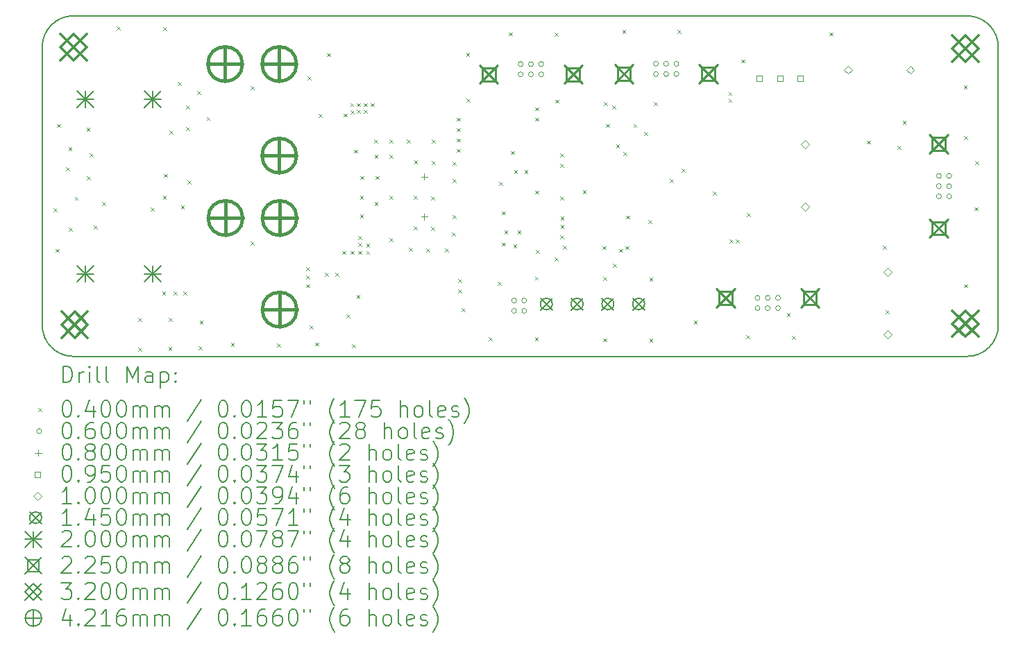
<source format=gbr>
%TF.GenerationSoftware,KiCad,Pcbnew,9.0.7*%
%TF.CreationDate,2026-01-21T09:34:03-05:00*%
%TF.ProjectId,remote_arming,72656d6f-7465-45f6-9172-6d696e672e6b,rev?*%
%TF.SameCoordinates,Original*%
%TF.FileFunction,Drillmap*%
%TF.FilePolarity,Positive*%
%FSLAX45Y45*%
G04 Gerber Fmt 4.5, Leading zero omitted, Abs format (unit mm)*
G04 Created by KiCad (PCBNEW 9.0.7) date 2026-01-21 09:34:03*
%MOMM*%
%LPD*%
G01*
G04 APERTURE LIST*
%ADD10C,0.150000*%
%ADD11C,0.200000*%
%ADD12C,0.100000*%
%ADD13C,0.145000*%
%ADD14C,0.225000*%
%ADD15C,0.320000*%
%ADD16C,0.421640*%
G04 APERTURE END LIST*
D10*
X9906000Y-7703454D02*
G75*
G02*
X10287000Y-7322454I381000J0D01*
G01*
X21569680Y-7703454D02*
X21569680Y-11097650D01*
X9906000Y-11097650D02*
X9906000Y-7703454D01*
X21188680Y-7322454D02*
G75*
G02*
X21569686Y-7703454I0J-381006D01*
G01*
X10287000Y-7322454D02*
X21188680Y-7322454D01*
X21188680Y-11478650D02*
X10287000Y-11478650D01*
X21569680Y-11097650D02*
G75*
G02*
X21188680Y-11478650I-381000J0D01*
G01*
X10287000Y-11478650D02*
G75*
G02*
X9906000Y-11097650I0J381000D01*
G01*
D11*
D12*
X10043093Y-9667669D02*
X10083093Y-9707669D01*
X10083093Y-9667669D02*
X10043093Y-9707669D01*
X10068880Y-10165400D02*
X10108880Y-10205400D01*
X10108880Y-10165400D02*
X10068880Y-10205400D01*
X10089200Y-8641400D02*
X10129200Y-8681400D01*
X10129200Y-8641400D02*
X10089200Y-8681400D01*
X10198420Y-9172260D02*
X10238420Y-9212260D01*
X10238420Y-9172260D02*
X10198420Y-9212260D01*
X10226360Y-8923340D02*
X10266360Y-8963340D01*
X10266360Y-8923340D02*
X10226360Y-8963340D01*
X10231440Y-9906320D02*
X10271440Y-9946320D01*
X10271440Y-9906320D02*
X10231440Y-9946320D01*
X10302560Y-9530400D02*
X10342560Y-9570400D01*
X10342560Y-9530400D02*
X10302560Y-9570400D01*
X10447340Y-8687120D02*
X10487340Y-8727120D01*
X10487340Y-8687120D02*
X10447340Y-8727120D01*
X10452420Y-9278940D02*
X10492420Y-9318940D01*
X10492420Y-9278940D02*
X10452420Y-9318940D01*
X10485440Y-9004620D02*
X10525440Y-9044620D01*
X10525440Y-9004620D02*
X10485440Y-9044620D01*
X10533700Y-9883460D02*
X10573700Y-9923460D01*
X10573700Y-9883460D02*
X10533700Y-9923460D01*
X10637840Y-9591360D02*
X10677840Y-9631360D01*
X10677840Y-9591360D02*
X10637840Y-9631360D01*
X10815640Y-7452680D02*
X10855640Y-7492680D01*
X10855640Y-7452680D02*
X10815640Y-7492680D01*
X11074720Y-11008680D02*
X11114720Y-11048680D01*
X11114720Y-11008680D02*
X11074720Y-11048680D01*
X11074720Y-11374440D02*
X11114720Y-11414440D01*
X11114720Y-11374440D02*
X11074720Y-11414440D01*
X11232200Y-9662480D02*
X11272200Y-9702480D01*
X11272200Y-9662480D02*
X11232200Y-9702480D01*
X11369360Y-10688270D02*
X11409360Y-10728270D01*
X11409360Y-10688270D02*
X11369360Y-10728270D01*
X11376980Y-9520240D02*
X11416980Y-9560240D01*
X11416980Y-9520240D02*
X11376980Y-9560240D01*
X11379520Y-7457760D02*
X11419520Y-7497760D01*
X11419520Y-7457760D02*
X11379520Y-7497760D01*
X11389680Y-9251000D02*
X11429680Y-9291000D01*
X11429680Y-9251000D02*
X11389680Y-9291000D01*
X11445560Y-11364280D02*
X11485560Y-11404280D01*
X11485560Y-11364280D02*
X11445560Y-11404280D01*
X11450640Y-11008680D02*
X11490640Y-11048680D01*
X11490640Y-11008680D02*
X11450640Y-11048680D01*
X11455720Y-8722680D02*
X11495720Y-8762680D01*
X11495720Y-8722680D02*
X11455720Y-8762680D01*
X11506520Y-10688270D02*
X11546520Y-10728270D01*
X11546520Y-10688270D02*
X11506520Y-10728270D01*
X11557320Y-8130860D02*
X11597320Y-8170860D01*
X11597320Y-8130860D02*
X11557320Y-8170860D01*
X11597960Y-9637080D02*
X11637960Y-9677080D01*
X11637960Y-9637080D02*
X11597960Y-9677080D01*
X11628440Y-10688270D02*
X11668440Y-10728270D01*
X11668440Y-10688270D02*
X11628440Y-10728270D01*
X11658920Y-8420420D02*
X11698920Y-8460420D01*
X11698920Y-8420420D02*
X11658920Y-8460420D01*
X11660320Y-8682620D02*
X11700320Y-8722620D01*
X11700320Y-8682620D02*
X11660320Y-8722620D01*
X11680967Y-9333081D02*
X11720967Y-9373081D01*
X11720967Y-9333081D02*
X11680967Y-9373081D01*
X11798620Y-8242620D02*
X11838620Y-8282620D01*
X11838620Y-8242620D02*
X11798620Y-8282620D01*
X11811320Y-11354120D02*
X11851320Y-11394120D01*
X11851320Y-11354120D02*
X11811320Y-11394120D01*
X11826560Y-11039160D02*
X11866560Y-11079160D01*
X11866560Y-11039160D02*
X11826560Y-11079160D01*
X11910380Y-8557580D02*
X11950380Y-8597580D01*
X11950380Y-8557580D02*
X11910380Y-8597580D01*
X12207714Y-11313480D02*
X12247714Y-11353480D01*
X12247714Y-11313480D02*
X12207714Y-11353480D01*
X12446320Y-8179120D02*
X12486320Y-8219120D01*
X12486320Y-8179120D02*
X12446320Y-8219120D01*
X12451400Y-10073960D02*
X12491400Y-10113960D01*
X12491400Y-10073960D02*
X12451400Y-10113960D01*
X12771594Y-11318560D02*
X12811594Y-11358560D01*
X12811594Y-11318560D02*
X12771594Y-11358560D01*
X13126713Y-10494852D02*
X13166713Y-10534852D01*
X13166713Y-10494852D02*
X13126713Y-10534852D01*
X13127040Y-10597200D02*
X13167040Y-10637200D01*
X13167040Y-10597200D02*
X13127040Y-10637200D01*
X13127160Y-10391914D02*
X13167160Y-10431914D01*
X13167160Y-10391914D02*
X13127160Y-10431914D01*
X13141000Y-8060450D02*
X13181000Y-8100450D01*
X13181000Y-8060450D02*
X13141000Y-8100450D01*
X13171000Y-11103000D02*
X13211000Y-11143000D01*
X13211000Y-11103000D02*
X13171000Y-11143000D01*
X13238800Y-11308400D02*
X13278800Y-11348400D01*
X13278800Y-11308400D02*
X13238800Y-11348400D01*
X13279440Y-8519480D02*
X13319440Y-8559480D01*
X13319440Y-8519480D02*
X13279440Y-8559480D01*
X13355460Y-10460220D02*
X13395460Y-10500220D01*
X13395460Y-10460220D02*
X13355460Y-10500220D01*
X13381040Y-7777800D02*
X13421040Y-7817800D01*
X13421040Y-7777800D02*
X13381040Y-7817800D01*
X13482640Y-10460120D02*
X13522640Y-10500120D01*
X13522640Y-10460120D02*
X13482640Y-10500120D01*
X13569000Y-10190800D02*
X13609000Y-10230800D01*
X13609000Y-10190800D02*
X13569000Y-10230800D01*
X13584240Y-8514400D02*
X13624240Y-8554400D01*
X13624240Y-8514400D02*
X13584240Y-8554400D01*
X13619800Y-10968040D02*
X13659800Y-11008040D01*
X13659800Y-10968040D02*
X13619800Y-11008040D01*
X13663700Y-8387400D02*
X13703700Y-8427400D01*
X13703700Y-8387400D02*
X13663700Y-8427400D01*
X13665520Y-8473760D02*
X13705520Y-8513760D01*
X13705520Y-8473760D02*
X13665520Y-8513760D01*
X13665520Y-10190800D02*
X13705520Y-10230800D01*
X13705520Y-10190800D02*
X13665520Y-10230800D01*
X13685840Y-11328720D02*
X13725840Y-11368720D01*
X13725840Y-11328720D02*
X13685840Y-11368720D01*
X13711120Y-8956240D02*
X13751120Y-8996240D01*
X13751120Y-8956240D02*
X13711120Y-8996240D01*
X13740000Y-10730000D02*
X13780000Y-10770000D01*
X13780000Y-10730000D02*
X13740000Y-10770000D01*
X13746800Y-8387400D02*
X13786800Y-8427400D01*
X13786800Y-8387400D02*
X13746800Y-8427400D01*
X13746800Y-8468680D02*
X13786800Y-8508680D01*
X13786800Y-8468680D02*
X13746800Y-8508680D01*
X13762040Y-10007920D02*
X13802040Y-10047920D01*
X13802040Y-10007920D02*
X13762040Y-10047920D01*
X13762040Y-10094280D02*
X13802040Y-10134280D01*
X13802040Y-10094280D02*
X13762040Y-10134280D01*
X13762040Y-10190800D02*
X13802040Y-10230800D01*
X13802040Y-10190800D02*
X13762040Y-10230800D01*
X13782360Y-9520240D02*
X13822360Y-9560240D01*
X13822360Y-9520240D02*
X13782360Y-9560240D01*
X13782360Y-9743760D02*
X13822360Y-9783760D01*
X13822360Y-9743760D02*
X13782360Y-9783760D01*
X13787440Y-9276400D02*
X13827440Y-9316400D01*
X13827440Y-9276400D02*
X13787440Y-9316400D01*
X13829900Y-8387400D02*
X13869900Y-8427400D01*
X13869900Y-8387400D02*
X13829900Y-8427400D01*
X13829900Y-8470500D02*
X13869900Y-8510500D01*
X13869900Y-8470500D02*
X13829900Y-8510500D01*
X13858560Y-10099360D02*
X13898560Y-10139360D01*
X13898560Y-10099360D02*
X13858560Y-10139360D01*
X13858560Y-10190800D02*
X13898560Y-10230800D01*
X13898560Y-10190800D02*
X13858560Y-10230800D01*
X13913001Y-8387400D02*
X13953001Y-8427400D01*
X13953001Y-8387400D02*
X13913001Y-8427400D01*
X13955080Y-8829360D02*
X13995080Y-8869360D01*
X13995080Y-8829360D02*
X13955080Y-8869360D01*
X13960000Y-9596000D02*
X14000000Y-9636000D01*
X14000000Y-9596000D02*
X13960000Y-9636000D01*
X13960160Y-9017320D02*
X14000160Y-9057320D01*
X14000160Y-9017320D02*
X13960160Y-9057320D01*
X13975400Y-9276400D02*
X14015400Y-9316400D01*
X14015400Y-9276400D02*
X13975400Y-9316400D01*
X14143040Y-8829360D02*
X14183040Y-8869360D01*
X14183040Y-8829360D02*
X14143040Y-8869360D01*
X14143040Y-9017320D02*
X14183040Y-9057320D01*
X14183040Y-9017320D02*
X14143040Y-9057320D01*
X14143040Y-9520240D02*
X14183040Y-9560240D01*
X14183040Y-9520240D02*
X14143040Y-9560240D01*
X14143040Y-10033320D02*
X14183040Y-10073320D01*
X14183040Y-10033320D02*
X14143040Y-10073320D01*
X14356400Y-8834440D02*
X14396400Y-8874440D01*
X14396400Y-8834440D02*
X14356400Y-8874440D01*
X14376720Y-10155240D02*
X14416720Y-10195240D01*
X14416720Y-10155240D02*
X14376720Y-10195240D01*
X14437680Y-9520240D02*
X14477680Y-9560240D01*
X14477680Y-9520240D02*
X14437680Y-9560240D01*
X14437680Y-9891080D02*
X14477680Y-9931080D01*
X14477680Y-9891080D02*
X14437680Y-9931080D01*
X14442760Y-9088440D02*
X14482760Y-9128440D01*
X14482760Y-9088440D02*
X14442760Y-9128440D01*
X14590080Y-10160320D02*
X14630080Y-10200320D01*
X14630080Y-10160320D02*
X14590080Y-10200320D01*
X14651040Y-9525320D02*
X14691040Y-9565320D01*
X14691040Y-9525320D02*
X14651040Y-9565320D01*
X14651040Y-9896160D02*
X14691040Y-9936160D01*
X14691040Y-9896160D02*
X14651040Y-9936160D01*
X14656120Y-8834440D02*
X14696120Y-8874440D01*
X14696120Y-8834440D02*
X14656120Y-8874440D01*
X14656120Y-9093520D02*
X14696120Y-9133520D01*
X14696120Y-9093520D02*
X14656120Y-9133520D01*
X14818680Y-10160320D02*
X14858680Y-10200320D01*
X14858680Y-10160320D02*
X14818680Y-10200320D01*
X14905040Y-9967280D02*
X14945040Y-10007280D01*
X14945040Y-9967280D02*
X14905040Y-10007280D01*
X14910120Y-9317040D02*
X14950120Y-9357040D01*
X14950120Y-9317040D02*
X14910120Y-9357040D01*
X14910120Y-9753920D02*
X14950120Y-9793920D01*
X14950120Y-9753920D02*
X14910120Y-9793920D01*
X14915200Y-9103680D02*
X14955200Y-9143680D01*
X14955200Y-9103680D02*
X14915200Y-9143680D01*
X14960920Y-8692200D02*
X15000920Y-8732200D01*
X15000920Y-8692200D02*
X14960920Y-8732200D01*
X14960920Y-8819200D02*
X15000920Y-8859200D01*
X15000920Y-8819200D02*
X14960920Y-8859200D01*
X14960920Y-8946200D02*
X15000920Y-8986200D01*
X15000920Y-8946200D02*
X14960920Y-8986200D01*
X14966000Y-8565210D02*
X15006000Y-8605210D01*
X15006000Y-8565210D02*
X14966000Y-8605210D01*
X14981020Y-10536240D02*
X15021020Y-10576240D01*
X15021020Y-10536240D02*
X14981020Y-10576240D01*
X14981020Y-10663240D02*
X15021020Y-10703240D01*
X15021020Y-10663240D02*
X14981020Y-10703240D01*
X15022000Y-10892000D02*
X15062000Y-10932000D01*
X15062000Y-10892000D02*
X15022000Y-10932000D01*
X15077760Y-7775260D02*
X15117760Y-7815260D01*
X15117760Y-7775260D02*
X15077760Y-7815260D01*
X15080300Y-8334060D02*
X15120300Y-8374060D01*
X15120300Y-8334060D02*
X15080300Y-8374060D01*
X15352080Y-11242360D02*
X15392080Y-11282360D01*
X15392080Y-11242360D02*
X15352080Y-11282360D01*
X15462000Y-10570000D02*
X15502000Y-10610000D01*
X15502000Y-10570000D02*
X15462000Y-10610000D01*
X15479080Y-9347520D02*
X15519080Y-9387520D01*
X15519080Y-9347520D02*
X15479080Y-9387520D01*
X15514640Y-9708200D02*
X15554640Y-9748200D01*
X15554640Y-9708200D02*
X15514640Y-9748200D01*
X15514640Y-10089200D02*
X15554640Y-10129200D01*
X15554640Y-10089200D02*
X15514640Y-10129200D01*
X15543000Y-9941000D02*
X15583000Y-9981000D01*
X15583000Y-9941000D02*
X15543000Y-9981000D01*
X15595920Y-7523800D02*
X15635920Y-7563800D01*
X15635920Y-7523800D02*
X15595920Y-7563800D01*
X15626400Y-8971600D02*
X15666400Y-9011600D01*
X15666400Y-8971600D02*
X15626400Y-9011600D01*
X15653580Y-10113493D02*
X15693580Y-10153493D01*
X15693580Y-10113493D02*
X15653580Y-10153493D01*
X15661960Y-9205280D02*
X15701960Y-9245280D01*
X15701960Y-9205280D02*
X15661960Y-9245280D01*
X15703777Y-9943210D02*
X15743777Y-9983210D01*
X15743777Y-9943210D02*
X15703777Y-9983210D01*
X15788960Y-9205280D02*
X15828960Y-9245280D01*
X15828960Y-9205280D02*
X15788960Y-9245280D01*
X15915000Y-10505000D02*
X15955000Y-10545000D01*
X15955000Y-10505000D02*
X15915000Y-10545000D01*
X15915960Y-11247440D02*
X15955960Y-11287440D01*
X15955960Y-11247440D02*
X15915960Y-11287440D01*
X15921040Y-8438200D02*
X15961040Y-8478200D01*
X15961040Y-8438200D02*
X15921040Y-8478200D01*
X15921040Y-8565200D02*
X15961040Y-8605200D01*
X15961040Y-8565200D02*
X15921040Y-8605200D01*
X15921040Y-9454200D02*
X15961040Y-9494200D01*
X15961040Y-9454200D02*
X15921040Y-9494200D01*
X15926000Y-10178000D02*
X15966000Y-10218000D01*
X15966000Y-10178000D02*
X15926000Y-10218000D01*
X16154953Y-10272313D02*
X16194953Y-10312313D01*
X16194953Y-10272313D02*
X16154953Y-10312313D01*
X16159800Y-7528880D02*
X16199800Y-7568880D01*
X16199800Y-7528880D02*
X16159800Y-7568880D01*
X16165130Y-8345580D02*
X16205130Y-8385580D01*
X16205130Y-8345580D02*
X16165130Y-8385580D01*
X16222000Y-9526000D02*
X16262000Y-9566000D01*
X16262000Y-9526000D02*
X16222000Y-9566000D01*
X16223000Y-10001000D02*
X16263000Y-10041000D01*
X16263000Y-10001000D02*
X16223000Y-10041000D01*
X16223300Y-9002054D02*
X16263300Y-9042054D01*
X16263300Y-9002054D02*
X16223300Y-9042054D01*
X16224542Y-9127347D02*
X16264542Y-9167347D01*
X16264542Y-9127347D02*
X16224542Y-9167347D01*
X16228591Y-9770188D02*
X16268591Y-9810188D01*
X16268591Y-9770188D02*
X16228591Y-9810188D01*
X16229000Y-9873000D02*
X16269000Y-9913000D01*
X16269000Y-9873000D02*
X16229000Y-9913000D01*
X16261400Y-10124760D02*
X16301400Y-10164760D01*
X16301400Y-10124760D02*
X16261400Y-10164760D01*
X16500160Y-9449120D02*
X16540160Y-9489120D01*
X16540160Y-9449120D02*
X16500160Y-9489120D01*
X16742400Y-10131440D02*
X16782400Y-10171440D01*
X16782400Y-10131440D02*
X16742400Y-10171440D01*
X16749080Y-10509920D02*
X16789080Y-10549920D01*
X16789080Y-10509920D02*
X16749080Y-10549920D01*
X16749080Y-11257600D02*
X16789080Y-11297600D01*
X16789080Y-11257600D02*
X16749080Y-11297600D01*
X16759240Y-8377240D02*
X16799240Y-8417240D01*
X16799240Y-8377240D02*
X16759240Y-8417240D01*
X16784640Y-8641400D02*
X16824640Y-8681400D01*
X16824640Y-8641400D02*
X16784640Y-8681400D01*
X16860840Y-8417880D02*
X16900840Y-8457880D01*
X16900840Y-8417880D02*
X16860840Y-8457880D01*
X16865920Y-10348280D02*
X16905920Y-10388280D01*
X16905920Y-10348280D02*
X16865920Y-10388280D01*
X16906560Y-8890320D02*
X16946560Y-8930320D01*
X16946560Y-8890320D02*
X16906560Y-8930320D01*
X16944660Y-10165400D02*
X16984660Y-10205400D01*
X16984660Y-10165400D02*
X16944660Y-10205400D01*
X16982760Y-7493320D02*
X17022760Y-7533320D01*
X17022760Y-7493320D02*
X16982760Y-7533320D01*
X16998000Y-8981760D02*
X17038000Y-9021760D01*
X17038000Y-8981760D02*
X16998000Y-9021760D01*
X17018320Y-10131800D02*
X17058320Y-10171800D01*
X17058320Y-10131800D02*
X17018320Y-10171800D01*
X17028480Y-9759000D02*
X17068480Y-9799000D01*
X17068480Y-9759000D02*
X17028480Y-9799000D01*
X17117380Y-8641400D02*
X17157380Y-8681400D01*
X17157380Y-8641400D02*
X17117380Y-8681400D01*
X17246920Y-8740460D02*
X17286920Y-8780460D01*
X17286920Y-8740460D02*
X17246920Y-8780460D01*
X17302800Y-9814880D02*
X17342800Y-9854880D01*
X17342800Y-9814880D02*
X17302800Y-9854880D01*
X17312960Y-10515000D02*
X17352960Y-10555000D01*
X17352960Y-10515000D02*
X17312960Y-10555000D01*
X17312960Y-11262680D02*
X17352960Y-11302680D01*
X17352960Y-11262680D02*
X17312960Y-11302680D01*
X17368840Y-8377240D02*
X17408840Y-8417240D01*
X17408840Y-8377240D02*
X17368840Y-8417240D01*
X17561880Y-9317040D02*
X17601880Y-9357040D01*
X17601880Y-9317040D02*
X17561880Y-9357040D01*
X17653320Y-7493320D02*
X17693320Y-7533320D01*
X17693320Y-7493320D02*
X17653320Y-7533320D01*
X17709200Y-9190040D02*
X17749200Y-9230040D01*
X17749200Y-9190040D02*
X17709200Y-9230040D01*
X17853980Y-11044240D02*
X17893980Y-11084240D01*
X17893980Y-11044240D02*
X17853980Y-11084240D01*
X18090200Y-9469440D02*
X18130200Y-9509440D01*
X18130200Y-9469440D02*
X18090200Y-9509440D01*
X18278160Y-8253500D02*
X18318160Y-8293500D01*
X18318160Y-8253500D02*
X18278160Y-8293500D01*
X18278160Y-8336600D02*
X18318160Y-8376600D01*
X18318160Y-8336600D02*
X18278160Y-8376600D01*
X18288320Y-10048560D02*
X18328320Y-10088560D01*
X18328320Y-10048560D02*
X18288320Y-10088560D01*
X18369600Y-10048560D02*
X18409600Y-10088560D01*
X18409600Y-10048560D02*
X18369600Y-10088560D01*
X18435640Y-7854000D02*
X18475640Y-7894000D01*
X18475640Y-7854000D02*
X18435640Y-7894000D01*
X18491520Y-11222040D02*
X18531520Y-11262040D01*
X18531520Y-11222040D02*
X18491520Y-11262040D01*
X18501680Y-9728520D02*
X18541680Y-9768520D01*
X18541680Y-9728520D02*
X18501680Y-9768520D01*
X18988900Y-10948199D02*
X19028900Y-10988199D01*
X19028900Y-10948199D02*
X18988900Y-10988199D01*
X19055400Y-11227120D02*
X19095400Y-11267120D01*
X19095400Y-11227120D02*
X19055400Y-11267120D01*
X19512600Y-7523800D02*
X19552600Y-7563800D01*
X19552600Y-7523800D02*
X19512600Y-7563800D01*
X19969800Y-8844600D02*
X20009800Y-8884600D01*
X20009800Y-8844600D02*
X19969800Y-8884600D01*
X20162840Y-10124760D02*
X20202840Y-10164760D01*
X20202840Y-10124760D02*
X20162840Y-10164760D01*
X20198400Y-10917240D02*
X20238400Y-10957240D01*
X20238400Y-10917240D02*
X20198400Y-10957240D01*
X20340640Y-8910640D02*
X20380640Y-8950640D01*
X20380640Y-8910640D02*
X20340640Y-8950640D01*
X20404140Y-8603300D02*
X20444140Y-8643300D01*
X20444140Y-8603300D02*
X20404140Y-8643300D01*
X21148360Y-8168960D02*
X21188360Y-8208960D01*
X21188360Y-8168960D02*
X21148360Y-8208960D01*
X21153440Y-8788720D02*
X21193440Y-8828720D01*
X21193440Y-8788720D02*
X21153440Y-8828720D01*
X21153440Y-10597200D02*
X21193440Y-10637200D01*
X21193440Y-10597200D02*
X21153440Y-10637200D01*
X21280440Y-9657400D02*
X21320440Y-9697400D01*
X21320440Y-9657400D02*
X21280440Y-9697400D01*
X21285520Y-9093520D02*
X21325520Y-9133520D01*
X21325520Y-9093520D02*
X21285520Y-9133520D01*
X15691640Y-10797000D02*
G75*
G02*
X15631640Y-10797000I-30000J0D01*
G01*
X15631640Y-10797000D02*
G75*
G02*
X15691640Y-10797000I30000J0D01*
G01*
X15691640Y-10922000D02*
G75*
G02*
X15631640Y-10922000I-30000J0D01*
G01*
X15631640Y-10922000D02*
G75*
G02*
X15691640Y-10922000I30000J0D01*
G01*
X15773000Y-7911950D02*
G75*
G02*
X15713000Y-7911950I-30000J0D01*
G01*
X15713000Y-7911950D02*
G75*
G02*
X15773000Y-7911950I30000J0D01*
G01*
X15773000Y-8036950D02*
G75*
G02*
X15713000Y-8036950I-30000J0D01*
G01*
X15713000Y-8036950D02*
G75*
G02*
X15773000Y-8036950I30000J0D01*
G01*
X15816640Y-10797000D02*
G75*
G02*
X15756640Y-10797000I-30000J0D01*
G01*
X15756640Y-10797000D02*
G75*
G02*
X15816640Y-10797000I30000J0D01*
G01*
X15816640Y-10922000D02*
G75*
G02*
X15756640Y-10922000I-30000J0D01*
G01*
X15756640Y-10922000D02*
G75*
G02*
X15816640Y-10922000I30000J0D01*
G01*
X15898000Y-7911950D02*
G75*
G02*
X15838000Y-7911950I-30000J0D01*
G01*
X15838000Y-7911950D02*
G75*
G02*
X15898000Y-7911950I30000J0D01*
G01*
X15898000Y-8036950D02*
G75*
G02*
X15838000Y-8036950I-30000J0D01*
G01*
X15838000Y-8036950D02*
G75*
G02*
X15898000Y-8036950I30000J0D01*
G01*
X16023000Y-7911950D02*
G75*
G02*
X15963000Y-7911950I-30000J0D01*
G01*
X15963000Y-7911950D02*
G75*
G02*
X16023000Y-7911950I30000J0D01*
G01*
X16023000Y-8036950D02*
G75*
G02*
X15963000Y-8036950I-30000J0D01*
G01*
X15963000Y-8036950D02*
G75*
G02*
X16023000Y-8036950I30000J0D01*
G01*
X17422800Y-7907515D02*
G75*
G02*
X17362800Y-7907515I-30000J0D01*
G01*
X17362800Y-7907515D02*
G75*
G02*
X17422800Y-7907515I30000J0D01*
G01*
X17422800Y-8032515D02*
G75*
G02*
X17362800Y-8032515I-30000J0D01*
G01*
X17362800Y-8032515D02*
G75*
G02*
X17422800Y-8032515I30000J0D01*
G01*
X17547800Y-7907515D02*
G75*
G02*
X17487800Y-7907515I-30000J0D01*
G01*
X17487800Y-7907515D02*
G75*
G02*
X17547800Y-7907515I30000J0D01*
G01*
X17547800Y-8032515D02*
G75*
G02*
X17487800Y-8032515I-30000J0D01*
G01*
X17487800Y-8032515D02*
G75*
G02*
X17547800Y-8032515I30000J0D01*
G01*
X17672800Y-7907515D02*
G75*
G02*
X17612800Y-7907515I-30000J0D01*
G01*
X17612800Y-7907515D02*
G75*
G02*
X17672800Y-7907515I30000J0D01*
G01*
X17672800Y-8032515D02*
G75*
G02*
X17612800Y-8032515I-30000J0D01*
G01*
X17612800Y-8032515D02*
G75*
G02*
X17672800Y-8032515I30000J0D01*
G01*
X18662280Y-10764520D02*
G75*
G02*
X18602280Y-10764520I-30000J0D01*
G01*
X18602280Y-10764520D02*
G75*
G02*
X18662280Y-10764520I30000J0D01*
G01*
X18662280Y-10889520D02*
G75*
G02*
X18602280Y-10889520I-30000J0D01*
G01*
X18602280Y-10889520D02*
G75*
G02*
X18662280Y-10889520I30000J0D01*
G01*
X18787280Y-10764520D02*
G75*
G02*
X18727280Y-10764520I-30000J0D01*
G01*
X18727280Y-10764520D02*
G75*
G02*
X18787280Y-10764520I30000J0D01*
G01*
X18787280Y-10889520D02*
G75*
G02*
X18727280Y-10889520I-30000J0D01*
G01*
X18727280Y-10889520D02*
G75*
G02*
X18787280Y-10889520I30000J0D01*
G01*
X18912280Y-10764520D02*
G75*
G02*
X18852280Y-10764520I-30000J0D01*
G01*
X18852280Y-10764520D02*
G75*
G02*
X18912280Y-10764520I30000J0D01*
G01*
X18912280Y-10889520D02*
G75*
G02*
X18852280Y-10889520I-30000J0D01*
G01*
X18852280Y-10889520D02*
G75*
G02*
X18912280Y-10889520I30000J0D01*
G01*
X20874575Y-9275552D02*
G75*
G02*
X20814575Y-9275552I-30000J0D01*
G01*
X20814575Y-9275552D02*
G75*
G02*
X20874575Y-9275552I30000J0D01*
G01*
X20874575Y-9400552D02*
G75*
G02*
X20814575Y-9400552I-30000J0D01*
G01*
X20814575Y-9400552D02*
G75*
G02*
X20874575Y-9400552I30000J0D01*
G01*
X20874575Y-9525552D02*
G75*
G02*
X20814575Y-9525552I-30000J0D01*
G01*
X20814575Y-9525552D02*
G75*
G02*
X20874575Y-9525552I30000J0D01*
G01*
X20999575Y-9275552D02*
G75*
G02*
X20939575Y-9275552I-30000J0D01*
G01*
X20939575Y-9275552D02*
G75*
G02*
X20999575Y-9275552I30000J0D01*
G01*
X20999575Y-9400552D02*
G75*
G02*
X20939575Y-9400552I-30000J0D01*
G01*
X20939575Y-9400552D02*
G75*
G02*
X20999575Y-9400552I30000J0D01*
G01*
X20999575Y-9525552D02*
G75*
G02*
X20939575Y-9525552I-30000J0D01*
G01*
X20939575Y-9525552D02*
G75*
G02*
X20999575Y-9525552I30000J0D01*
G01*
X14566900Y-9246080D02*
X14566900Y-9326080D01*
X14526900Y-9286080D02*
X14606900Y-9286080D01*
X14566900Y-9734080D02*
X14566900Y-9814080D01*
X14526900Y-9774080D02*
X14606900Y-9774080D01*
X18689888Y-8121338D02*
X18689888Y-8054162D01*
X18622712Y-8054162D01*
X18622712Y-8121338D01*
X18689888Y-8121338D01*
X18939888Y-8121338D02*
X18939888Y-8054162D01*
X18872712Y-8054162D01*
X18872712Y-8121338D01*
X18939888Y-8121338D01*
X19189888Y-8121338D02*
X19189888Y-8054162D01*
X19122712Y-8054162D01*
X19122712Y-8121338D01*
X19189888Y-8121338D01*
X19211595Y-8941430D02*
X19261595Y-8891430D01*
X19211595Y-8841430D01*
X19161595Y-8891430D01*
X19211595Y-8941430D01*
X19211595Y-9701430D02*
X19261595Y-9651430D01*
X19211595Y-9601430D01*
X19161595Y-9651430D01*
X19211595Y-9701430D01*
X19735800Y-8030680D02*
X19785800Y-7980680D01*
X19735800Y-7930680D01*
X19685800Y-7980680D01*
X19735800Y-8030680D01*
X20217500Y-10497500D02*
X20267500Y-10447500D01*
X20217500Y-10397500D01*
X20167500Y-10447500D01*
X20217500Y-10497500D01*
X20217500Y-11257500D02*
X20267500Y-11207500D01*
X20217500Y-11157500D01*
X20167500Y-11207500D01*
X20217500Y-11257500D01*
X20495800Y-8030680D02*
X20545800Y-7980680D01*
X20495800Y-7930680D01*
X20445800Y-7980680D01*
X20495800Y-8030680D01*
D13*
X15984140Y-10766500D02*
X16129140Y-10911500D01*
X16129140Y-10766500D02*
X15984140Y-10911500D01*
X16129140Y-10839000D02*
G75*
G02*
X15984140Y-10839000I-72500J0D01*
G01*
X15984140Y-10839000D02*
G75*
G02*
X16129140Y-10839000I72500J0D01*
G01*
X16359140Y-10766500D02*
X16504140Y-10911500D01*
X16504140Y-10766500D02*
X16359140Y-10911500D01*
X16504140Y-10839000D02*
G75*
G02*
X16359140Y-10839000I-72500J0D01*
G01*
X16359140Y-10839000D02*
G75*
G02*
X16504140Y-10839000I72500J0D01*
G01*
X16734140Y-10766500D02*
X16879140Y-10911500D01*
X16879140Y-10766500D02*
X16734140Y-10911500D01*
X16879140Y-10839000D02*
G75*
G02*
X16734140Y-10839000I-72500J0D01*
G01*
X16734140Y-10839000D02*
G75*
G02*
X16879140Y-10839000I72500J0D01*
G01*
X17109140Y-10766500D02*
X17254140Y-10911500D01*
X17254140Y-10766500D02*
X17109140Y-10911500D01*
X17254140Y-10839000D02*
G75*
G02*
X17109140Y-10839000I-72500J0D01*
G01*
X17109140Y-10839000D02*
G75*
G02*
X17254140Y-10839000I72500J0D01*
G01*
D11*
X10330300Y-8240650D02*
X10530300Y-8440650D01*
X10530300Y-8240650D02*
X10330300Y-8440650D01*
X10430300Y-8240650D02*
X10430300Y-8440650D01*
X10330300Y-8340650D02*
X10530300Y-8340650D01*
X10330300Y-10370650D02*
X10530300Y-10570650D01*
X10530300Y-10370650D02*
X10330300Y-10570650D01*
X10430300Y-10370650D02*
X10430300Y-10570650D01*
X10330300Y-10470650D02*
X10530300Y-10470650D01*
X11155300Y-8240650D02*
X11355300Y-8440650D01*
X11355300Y-8240650D02*
X11155300Y-8440650D01*
X11255300Y-8240650D02*
X11255300Y-8440650D01*
X11155300Y-8340650D02*
X11355300Y-8340650D01*
X11155300Y-10370650D02*
X11355300Y-10570650D01*
X11355300Y-10370650D02*
X11155300Y-10570650D01*
X11255300Y-10370650D02*
X11255300Y-10570650D01*
X11155300Y-10470650D02*
X11355300Y-10470650D01*
D14*
X15240500Y-7924450D02*
X15465500Y-8149450D01*
X15465500Y-7924450D02*
X15240500Y-8149450D01*
X15432550Y-8116500D02*
X15432550Y-7957400D01*
X15273450Y-7957400D01*
X15273450Y-8116500D01*
X15432550Y-8116500D01*
X16270500Y-7924450D02*
X16495500Y-8149450D01*
X16495500Y-7924450D02*
X16270500Y-8149450D01*
X16462550Y-8116500D02*
X16462550Y-7957400D01*
X16303450Y-7957400D01*
X16303450Y-8116500D01*
X16462550Y-8116500D01*
X16890300Y-7920015D02*
X17115300Y-8145015D01*
X17115300Y-7920015D02*
X16890300Y-8145015D01*
X17082350Y-8112065D02*
X17082350Y-7952965D01*
X16923250Y-7952965D01*
X16923250Y-8112065D01*
X17082350Y-8112065D01*
X17920300Y-7920015D02*
X18145300Y-8145015D01*
X18145300Y-7920015D02*
X17920300Y-8145015D01*
X18112350Y-8112065D02*
X18112350Y-7952965D01*
X17953250Y-7952965D01*
X17953250Y-8112065D01*
X18112350Y-8112065D01*
X18129780Y-10652020D02*
X18354780Y-10877020D01*
X18354780Y-10652020D02*
X18129780Y-10877020D01*
X18321830Y-10844070D02*
X18321830Y-10684970D01*
X18162730Y-10684970D01*
X18162730Y-10844070D01*
X18321830Y-10844070D01*
X19159780Y-10652020D02*
X19384780Y-10877020D01*
X19384780Y-10652020D02*
X19159780Y-10877020D01*
X19351830Y-10844070D02*
X19351830Y-10684970D01*
X19192730Y-10684970D01*
X19192730Y-10844070D01*
X19351830Y-10844070D01*
X20732075Y-8773052D02*
X20957075Y-8998052D01*
X20957075Y-8773052D02*
X20732075Y-8998052D01*
X20924125Y-8965103D02*
X20924125Y-8806002D01*
X20765025Y-8806002D01*
X20765025Y-8965103D01*
X20924125Y-8965103D01*
X20732075Y-9803052D02*
X20957075Y-10028052D01*
X20957075Y-9803052D02*
X20732075Y-10028052D01*
X20924125Y-9995103D02*
X20924125Y-9836002D01*
X20765025Y-9836002D01*
X20765025Y-9995103D01*
X20924125Y-9995103D01*
D15*
X10127000Y-7543454D02*
X10447000Y-7863454D01*
X10447000Y-7543454D02*
X10127000Y-7863454D01*
X10287000Y-7863454D02*
X10447000Y-7703454D01*
X10287000Y-7543454D01*
X10127000Y-7703454D01*
X10287000Y-7863454D01*
X10142240Y-10929640D02*
X10462240Y-11249640D01*
X10462240Y-10929640D02*
X10142240Y-11249640D01*
X10302240Y-11249640D02*
X10462240Y-11089640D01*
X10302240Y-10929640D01*
X10142240Y-11089640D01*
X10302240Y-11249640D01*
X21008360Y-7561600D02*
X21328360Y-7881600D01*
X21328360Y-7561600D02*
X21008360Y-7881600D01*
X21168360Y-7881600D02*
X21328360Y-7721600D01*
X21168360Y-7561600D01*
X21008360Y-7721600D01*
X21168360Y-7881600D01*
X21008360Y-10919480D02*
X21328360Y-11239480D01*
X21328360Y-10919480D02*
X21008360Y-11239480D01*
X21168360Y-11239480D02*
X21328360Y-11079480D01*
X21168360Y-10919480D01*
X21008360Y-11079480D01*
X21168360Y-11239480D01*
D16*
X12137600Y-7699780D02*
X12137600Y-8121420D01*
X11926780Y-7910600D02*
X12348420Y-7910600D01*
X12348420Y-7910600D02*
G75*
G02*
X11926780Y-7910600I-210820J0D01*
G01*
X11926780Y-7910600D02*
G75*
G02*
X12348420Y-7910600I210820J0D01*
G01*
X12141200Y-9578730D02*
X12141200Y-10000370D01*
X11930380Y-9789550D02*
X12352020Y-9789550D01*
X12352020Y-9789550D02*
G75*
G02*
X11930380Y-9789550I-210820J0D01*
G01*
X11930380Y-9789550D02*
G75*
G02*
X12352020Y-9789550I210820J0D01*
G01*
X12798000Y-7699780D02*
X12798000Y-8121420D01*
X12587180Y-7910600D02*
X13008820Y-7910600D01*
X13008820Y-7910600D02*
G75*
G02*
X12587180Y-7910600I-210820J0D01*
G01*
X12587180Y-7910600D02*
G75*
G02*
X13008820Y-7910600I210820J0D01*
G01*
X12798000Y-8817380D02*
X12798000Y-9239020D01*
X12587180Y-9028200D02*
X13008820Y-9028200D01*
X13008820Y-9028200D02*
G75*
G02*
X12587180Y-9028200I-210820J0D01*
G01*
X12587180Y-9028200D02*
G75*
G02*
X13008820Y-9028200I210820J0D01*
G01*
X12801600Y-9578730D02*
X12801600Y-10000370D01*
X12590780Y-9789550D02*
X13012420Y-9789550D01*
X13012420Y-9789550D02*
G75*
G02*
X12590780Y-9789550I-210820J0D01*
G01*
X12590780Y-9789550D02*
G75*
G02*
X13012420Y-9789550I210820J0D01*
G01*
X12801600Y-10696330D02*
X12801600Y-11117970D01*
X12590780Y-10907150D02*
X13012420Y-10907150D01*
X13012420Y-10907150D02*
G75*
G02*
X12590780Y-10907150I-210820J0D01*
G01*
X12590780Y-10907150D02*
G75*
G02*
X13012420Y-10907150I210820J0D01*
G01*
D11*
X10159277Y-11797634D02*
X10159277Y-11597634D01*
X10159277Y-11597634D02*
X10206896Y-11597634D01*
X10206896Y-11597634D02*
X10235467Y-11607158D01*
X10235467Y-11607158D02*
X10254515Y-11626205D01*
X10254515Y-11626205D02*
X10264039Y-11645253D01*
X10264039Y-11645253D02*
X10273563Y-11683348D01*
X10273563Y-11683348D02*
X10273563Y-11711919D01*
X10273563Y-11711919D02*
X10264039Y-11750015D01*
X10264039Y-11750015D02*
X10254515Y-11769062D01*
X10254515Y-11769062D02*
X10235467Y-11788110D01*
X10235467Y-11788110D02*
X10206896Y-11797634D01*
X10206896Y-11797634D02*
X10159277Y-11797634D01*
X10359277Y-11797634D02*
X10359277Y-11664300D01*
X10359277Y-11702396D02*
X10368801Y-11683348D01*
X10368801Y-11683348D02*
X10378324Y-11673824D01*
X10378324Y-11673824D02*
X10397372Y-11664300D01*
X10397372Y-11664300D02*
X10416420Y-11664300D01*
X10483086Y-11797634D02*
X10483086Y-11664300D01*
X10483086Y-11597634D02*
X10473563Y-11607158D01*
X10473563Y-11607158D02*
X10483086Y-11616681D01*
X10483086Y-11616681D02*
X10492610Y-11607158D01*
X10492610Y-11607158D02*
X10483086Y-11597634D01*
X10483086Y-11597634D02*
X10483086Y-11616681D01*
X10606896Y-11797634D02*
X10587848Y-11788110D01*
X10587848Y-11788110D02*
X10578324Y-11769062D01*
X10578324Y-11769062D02*
X10578324Y-11597634D01*
X10711658Y-11797634D02*
X10692610Y-11788110D01*
X10692610Y-11788110D02*
X10683086Y-11769062D01*
X10683086Y-11769062D02*
X10683086Y-11597634D01*
X10940229Y-11797634D02*
X10940229Y-11597634D01*
X10940229Y-11597634D02*
X11006896Y-11740491D01*
X11006896Y-11740491D02*
X11073563Y-11597634D01*
X11073563Y-11597634D02*
X11073563Y-11797634D01*
X11254515Y-11797634D02*
X11254515Y-11692872D01*
X11254515Y-11692872D02*
X11244991Y-11673824D01*
X11244991Y-11673824D02*
X11225943Y-11664300D01*
X11225943Y-11664300D02*
X11187848Y-11664300D01*
X11187848Y-11664300D02*
X11168801Y-11673824D01*
X11254515Y-11788110D02*
X11235467Y-11797634D01*
X11235467Y-11797634D02*
X11187848Y-11797634D01*
X11187848Y-11797634D02*
X11168801Y-11788110D01*
X11168801Y-11788110D02*
X11159277Y-11769062D01*
X11159277Y-11769062D02*
X11159277Y-11750015D01*
X11159277Y-11750015D02*
X11168801Y-11730967D01*
X11168801Y-11730967D02*
X11187848Y-11721443D01*
X11187848Y-11721443D02*
X11235467Y-11721443D01*
X11235467Y-11721443D02*
X11254515Y-11711919D01*
X11349753Y-11664300D02*
X11349753Y-11864300D01*
X11349753Y-11673824D02*
X11368801Y-11664300D01*
X11368801Y-11664300D02*
X11406896Y-11664300D01*
X11406896Y-11664300D02*
X11425943Y-11673824D01*
X11425943Y-11673824D02*
X11435467Y-11683348D01*
X11435467Y-11683348D02*
X11444991Y-11702396D01*
X11444991Y-11702396D02*
X11444991Y-11759538D01*
X11444991Y-11759538D02*
X11435467Y-11778586D01*
X11435467Y-11778586D02*
X11425943Y-11788110D01*
X11425943Y-11788110D02*
X11406896Y-11797634D01*
X11406896Y-11797634D02*
X11368801Y-11797634D01*
X11368801Y-11797634D02*
X11349753Y-11788110D01*
X11530705Y-11778586D02*
X11540229Y-11788110D01*
X11540229Y-11788110D02*
X11530705Y-11797634D01*
X11530705Y-11797634D02*
X11521182Y-11788110D01*
X11521182Y-11788110D02*
X11530705Y-11778586D01*
X11530705Y-11778586D02*
X11530705Y-11797634D01*
X11530705Y-11673824D02*
X11540229Y-11683348D01*
X11540229Y-11683348D02*
X11530705Y-11692872D01*
X11530705Y-11692872D02*
X11521182Y-11683348D01*
X11521182Y-11683348D02*
X11530705Y-11673824D01*
X11530705Y-11673824D02*
X11530705Y-11692872D01*
D12*
X9858500Y-12106150D02*
X9898500Y-12146150D01*
X9898500Y-12106150D02*
X9858500Y-12146150D01*
D11*
X10197372Y-12017634D02*
X10216420Y-12017634D01*
X10216420Y-12017634D02*
X10235467Y-12027158D01*
X10235467Y-12027158D02*
X10244991Y-12036681D01*
X10244991Y-12036681D02*
X10254515Y-12055729D01*
X10254515Y-12055729D02*
X10264039Y-12093824D01*
X10264039Y-12093824D02*
X10264039Y-12141443D01*
X10264039Y-12141443D02*
X10254515Y-12179538D01*
X10254515Y-12179538D02*
X10244991Y-12198586D01*
X10244991Y-12198586D02*
X10235467Y-12208110D01*
X10235467Y-12208110D02*
X10216420Y-12217634D01*
X10216420Y-12217634D02*
X10197372Y-12217634D01*
X10197372Y-12217634D02*
X10178324Y-12208110D01*
X10178324Y-12208110D02*
X10168801Y-12198586D01*
X10168801Y-12198586D02*
X10159277Y-12179538D01*
X10159277Y-12179538D02*
X10149753Y-12141443D01*
X10149753Y-12141443D02*
X10149753Y-12093824D01*
X10149753Y-12093824D02*
X10159277Y-12055729D01*
X10159277Y-12055729D02*
X10168801Y-12036681D01*
X10168801Y-12036681D02*
X10178324Y-12027158D01*
X10178324Y-12027158D02*
X10197372Y-12017634D01*
X10349753Y-12198586D02*
X10359277Y-12208110D01*
X10359277Y-12208110D02*
X10349753Y-12217634D01*
X10349753Y-12217634D02*
X10340229Y-12208110D01*
X10340229Y-12208110D02*
X10349753Y-12198586D01*
X10349753Y-12198586D02*
X10349753Y-12217634D01*
X10530705Y-12084300D02*
X10530705Y-12217634D01*
X10483086Y-12008110D02*
X10435467Y-12150967D01*
X10435467Y-12150967D02*
X10559277Y-12150967D01*
X10673563Y-12017634D02*
X10692610Y-12017634D01*
X10692610Y-12017634D02*
X10711658Y-12027158D01*
X10711658Y-12027158D02*
X10721182Y-12036681D01*
X10721182Y-12036681D02*
X10730705Y-12055729D01*
X10730705Y-12055729D02*
X10740229Y-12093824D01*
X10740229Y-12093824D02*
X10740229Y-12141443D01*
X10740229Y-12141443D02*
X10730705Y-12179538D01*
X10730705Y-12179538D02*
X10721182Y-12198586D01*
X10721182Y-12198586D02*
X10711658Y-12208110D01*
X10711658Y-12208110D02*
X10692610Y-12217634D01*
X10692610Y-12217634D02*
X10673563Y-12217634D01*
X10673563Y-12217634D02*
X10654515Y-12208110D01*
X10654515Y-12208110D02*
X10644991Y-12198586D01*
X10644991Y-12198586D02*
X10635467Y-12179538D01*
X10635467Y-12179538D02*
X10625944Y-12141443D01*
X10625944Y-12141443D02*
X10625944Y-12093824D01*
X10625944Y-12093824D02*
X10635467Y-12055729D01*
X10635467Y-12055729D02*
X10644991Y-12036681D01*
X10644991Y-12036681D02*
X10654515Y-12027158D01*
X10654515Y-12027158D02*
X10673563Y-12017634D01*
X10864039Y-12017634D02*
X10883086Y-12017634D01*
X10883086Y-12017634D02*
X10902134Y-12027158D01*
X10902134Y-12027158D02*
X10911658Y-12036681D01*
X10911658Y-12036681D02*
X10921182Y-12055729D01*
X10921182Y-12055729D02*
X10930705Y-12093824D01*
X10930705Y-12093824D02*
X10930705Y-12141443D01*
X10930705Y-12141443D02*
X10921182Y-12179538D01*
X10921182Y-12179538D02*
X10911658Y-12198586D01*
X10911658Y-12198586D02*
X10902134Y-12208110D01*
X10902134Y-12208110D02*
X10883086Y-12217634D01*
X10883086Y-12217634D02*
X10864039Y-12217634D01*
X10864039Y-12217634D02*
X10844991Y-12208110D01*
X10844991Y-12208110D02*
X10835467Y-12198586D01*
X10835467Y-12198586D02*
X10825944Y-12179538D01*
X10825944Y-12179538D02*
X10816420Y-12141443D01*
X10816420Y-12141443D02*
X10816420Y-12093824D01*
X10816420Y-12093824D02*
X10825944Y-12055729D01*
X10825944Y-12055729D02*
X10835467Y-12036681D01*
X10835467Y-12036681D02*
X10844991Y-12027158D01*
X10844991Y-12027158D02*
X10864039Y-12017634D01*
X11016420Y-12217634D02*
X11016420Y-12084300D01*
X11016420Y-12103348D02*
X11025944Y-12093824D01*
X11025944Y-12093824D02*
X11044991Y-12084300D01*
X11044991Y-12084300D02*
X11073563Y-12084300D01*
X11073563Y-12084300D02*
X11092610Y-12093824D01*
X11092610Y-12093824D02*
X11102134Y-12112872D01*
X11102134Y-12112872D02*
X11102134Y-12217634D01*
X11102134Y-12112872D02*
X11111658Y-12093824D01*
X11111658Y-12093824D02*
X11130705Y-12084300D01*
X11130705Y-12084300D02*
X11159277Y-12084300D01*
X11159277Y-12084300D02*
X11178325Y-12093824D01*
X11178325Y-12093824D02*
X11187848Y-12112872D01*
X11187848Y-12112872D02*
X11187848Y-12217634D01*
X11283086Y-12217634D02*
X11283086Y-12084300D01*
X11283086Y-12103348D02*
X11292610Y-12093824D01*
X11292610Y-12093824D02*
X11311658Y-12084300D01*
X11311658Y-12084300D02*
X11340229Y-12084300D01*
X11340229Y-12084300D02*
X11359277Y-12093824D01*
X11359277Y-12093824D02*
X11368801Y-12112872D01*
X11368801Y-12112872D02*
X11368801Y-12217634D01*
X11368801Y-12112872D02*
X11378324Y-12093824D01*
X11378324Y-12093824D02*
X11397372Y-12084300D01*
X11397372Y-12084300D02*
X11425943Y-12084300D01*
X11425943Y-12084300D02*
X11444991Y-12093824D01*
X11444991Y-12093824D02*
X11454515Y-12112872D01*
X11454515Y-12112872D02*
X11454515Y-12217634D01*
X11844991Y-12008110D02*
X11673563Y-12265253D01*
X12102134Y-12017634D02*
X12121182Y-12017634D01*
X12121182Y-12017634D02*
X12140229Y-12027158D01*
X12140229Y-12027158D02*
X12149753Y-12036681D01*
X12149753Y-12036681D02*
X12159277Y-12055729D01*
X12159277Y-12055729D02*
X12168801Y-12093824D01*
X12168801Y-12093824D02*
X12168801Y-12141443D01*
X12168801Y-12141443D02*
X12159277Y-12179538D01*
X12159277Y-12179538D02*
X12149753Y-12198586D01*
X12149753Y-12198586D02*
X12140229Y-12208110D01*
X12140229Y-12208110D02*
X12121182Y-12217634D01*
X12121182Y-12217634D02*
X12102134Y-12217634D01*
X12102134Y-12217634D02*
X12083086Y-12208110D01*
X12083086Y-12208110D02*
X12073563Y-12198586D01*
X12073563Y-12198586D02*
X12064039Y-12179538D01*
X12064039Y-12179538D02*
X12054515Y-12141443D01*
X12054515Y-12141443D02*
X12054515Y-12093824D01*
X12054515Y-12093824D02*
X12064039Y-12055729D01*
X12064039Y-12055729D02*
X12073563Y-12036681D01*
X12073563Y-12036681D02*
X12083086Y-12027158D01*
X12083086Y-12027158D02*
X12102134Y-12017634D01*
X12254515Y-12198586D02*
X12264039Y-12208110D01*
X12264039Y-12208110D02*
X12254515Y-12217634D01*
X12254515Y-12217634D02*
X12244991Y-12208110D01*
X12244991Y-12208110D02*
X12254515Y-12198586D01*
X12254515Y-12198586D02*
X12254515Y-12217634D01*
X12387848Y-12017634D02*
X12406896Y-12017634D01*
X12406896Y-12017634D02*
X12425944Y-12027158D01*
X12425944Y-12027158D02*
X12435467Y-12036681D01*
X12435467Y-12036681D02*
X12444991Y-12055729D01*
X12444991Y-12055729D02*
X12454515Y-12093824D01*
X12454515Y-12093824D02*
X12454515Y-12141443D01*
X12454515Y-12141443D02*
X12444991Y-12179538D01*
X12444991Y-12179538D02*
X12435467Y-12198586D01*
X12435467Y-12198586D02*
X12425944Y-12208110D01*
X12425944Y-12208110D02*
X12406896Y-12217634D01*
X12406896Y-12217634D02*
X12387848Y-12217634D01*
X12387848Y-12217634D02*
X12368801Y-12208110D01*
X12368801Y-12208110D02*
X12359277Y-12198586D01*
X12359277Y-12198586D02*
X12349753Y-12179538D01*
X12349753Y-12179538D02*
X12340229Y-12141443D01*
X12340229Y-12141443D02*
X12340229Y-12093824D01*
X12340229Y-12093824D02*
X12349753Y-12055729D01*
X12349753Y-12055729D02*
X12359277Y-12036681D01*
X12359277Y-12036681D02*
X12368801Y-12027158D01*
X12368801Y-12027158D02*
X12387848Y-12017634D01*
X12644991Y-12217634D02*
X12530706Y-12217634D01*
X12587848Y-12217634D02*
X12587848Y-12017634D01*
X12587848Y-12017634D02*
X12568801Y-12046205D01*
X12568801Y-12046205D02*
X12549753Y-12065253D01*
X12549753Y-12065253D02*
X12530706Y-12074777D01*
X12825944Y-12017634D02*
X12730706Y-12017634D01*
X12730706Y-12017634D02*
X12721182Y-12112872D01*
X12721182Y-12112872D02*
X12730706Y-12103348D01*
X12730706Y-12103348D02*
X12749753Y-12093824D01*
X12749753Y-12093824D02*
X12797372Y-12093824D01*
X12797372Y-12093824D02*
X12816420Y-12103348D01*
X12816420Y-12103348D02*
X12825944Y-12112872D01*
X12825944Y-12112872D02*
X12835467Y-12131919D01*
X12835467Y-12131919D02*
X12835467Y-12179538D01*
X12835467Y-12179538D02*
X12825944Y-12198586D01*
X12825944Y-12198586D02*
X12816420Y-12208110D01*
X12816420Y-12208110D02*
X12797372Y-12217634D01*
X12797372Y-12217634D02*
X12749753Y-12217634D01*
X12749753Y-12217634D02*
X12730706Y-12208110D01*
X12730706Y-12208110D02*
X12721182Y-12198586D01*
X12902134Y-12017634D02*
X13035467Y-12017634D01*
X13035467Y-12017634D02*
X12949753Y-12217634D01*
X13102134Y-12017634D02*
X13102134Y-12055729D01*
X13178325Y-12017634D02*
X13178325Y-12055729D01*
X13473563Y-12293824D02*
X13464039Y-12284300D01*
X13464039Y-12284300D02*
X13444991Y-12255729D01*
X13444991Y-12255729D02*
X13435468Y-12236681D01*
X13435468Y-12236681D02*
X13425944Y-12208110D01*
X13425944Y-12208110D02*
X13416420Y-12160491D01*
X13416420Y-12160491D02*
X13416420Y-12122396D01*
X13416420Y-12122396D02*
X13425944Y-12074777D01*
X13425944Y-12074777D02*
X13435468Y-12046205D01*
X13435468Y-12046205D02*
X13444991Y-12027158D01*
X13444991Y-12027158D02*
X13464039Y-11998586D01*
X13464039Y-11998586D02*
X13473563Y-11989062D01*
X13654515Y-12217634D02*
X13540229Y-12217634D01*
X13597372Y-12217634D02*
X13597372Y-12017634D01*
X13597372Y-12017634D02*
X13578325Y-12046205D01*
X13578325Y-12046205D02*
X13559277Y-12065253D01*
X13559277Y-12065253D02*
X13540229Y-12074777D01*
X13721182Y-12017634D02*
X13854515Y-12017634D01*
X13854515Y-12017634D02*
X13768801Y-12217634D01*
X14025944Y-12017634D02*
X13930706Y-12017634D01*
X13930706Y-12017634D02*
X13921182Y-12112872D01*
X13921182Y-12112872D02*
X13930706Y-12103348D01*
X13930706Y-12103348D02*
X13949753Y-12093824D01*
X13949753Y-12093824D02*
X13997372Y-12093824D01*
X13997372Y-12093824D02*
X14016420Y-12103348D01*
X14016420Y-12103348D02*
X14025944Y-12112872D01*
X14025944Y-12112872D02*
X14035468Y-12131919D01*
X14035468Y-12131919D02*
X14035468Y-12179538D01*
X14035468Y-12179538D02*
X14025944Y-12198586D01*
X14025944Y-12198586D02*
X14016420Y-12208110D01*
X14016420Y-12208110D02*
X13997372Y-12217634D01*
X13997372Y-12217634D02*
X13949753Y-12217634D01*
X13949753Y-12217634D02*
X13930706Y-12208110D01*
X13930706Y-12208110D02*
X13921182Y-12198586D01*
X14273563Y-12217634D02*
X14273563Y-12017634D01*
X14359277Y-12217634D02*
X14359277Y-12112872D01*
X14359277Y-12112872D02*
X14349753Y-12093824D01*
X14349753Y-12093824D02*
X14330706Y-12084300D01*
X14330706Y-12084300D02*
X14302134Y-12084300D01*
X14302134Y-12084300D02*
X14283087Y-12093824D01*
X14283087Y-12093824D02*
X14273563Y-12103348D01*
X14483087Y-12217634D02*
X14464039Y-12208110D01*
X14464039Y-12208110D02*
X14454515Y-12198586D01*
X14454515Y-12198586D02*
X14444991Y-12179538D01*
X14444991Y-12179538D02*
X14444991Y-12122396D01*
X14444991Y-12122396D02*
X14454515Y-12103348D01*
X14454515Y-12103348D02*
X14464039Y-12093824D01*
X14464039Y-12093824D02*
X14483087Y-12084300D01*
X14483087Y-12084300D02*
X14511658Y-12084300D01*
X14511658Y-12084300D02*
X14530706Y-12093824D01*
X14530706Y-12093824D02*
X14540230Y-12103348D01*
X14540230Y-12103348D02*
X14549753Y-12122396D01*
X14549753Y-12122396D02*
X14549753Y-12179538D01*
X14549753Y-12179538D02*
X14540230Y-12198586D01*
X14540230Y-12198586D02*
X14530706Y-12208110D01*
X14530706Y-12208110D02*
X14511658Y-12217634D01*
X14511658Y-12217634D02*
X14483087Y-12217634D01*
X14664039Y-12217634D02*
X14644991Y-12208110D01*
X14644991Y-12208110D02*
X14635468Y-12189062D01*
X14635468Y-12189062D02*
X14635468Y-12017634D01*
X14816420Y-12208110D02*
X14797372Y-12217634D01*
X14797372Y-12217634D02*
X14759277Y-12217634D01*
X14759277Y-12217634D02*
X14740230Y-12208110D01*
X14740230Y-12208110D02*
X14730706Y-12189062D01*
X14730706Y-12189062D02*
X14730706Y-12112872D01*
X14730706Y-12112872D02*
X14740230Y-12093824D01*
X14740230Y-12093824D02*
X14759277Y-12084300D01*
X14759277Y-12084300D02*
X14797372Y-12084300D01*
X14797372Y-12084300D02*
X14816420Y-12093824D01*
X14816420Y-12093824D02*
X14825944Y-12112872D01*
X14825944Y-12112872D02*
X14825944Y-12131919D01*
X14825944Y-12131919D02*
X14730706Y-12150967D01*
X14902134Y-12208110D02*
X14921182Y-12217634D01*
X14921182Y-12217634D02*
X14959277Y-12217634D01*
X14959277Y-12217634D02*
X14978325Y-12208110D01*
X14978325Y-12208110D02*
X14987849Y-12189062D01*
X14987849Y-12189062D02*
X14987849Y-12179538D01*
X14987849Y-12179538D02*
X14978325Y-12160491D01*
X14978325Y-12160491D02*
X14959277Y-12150967D01*
X14959277Y-12150967D02*
X14930706Y-12150967D01*
X14930706Y-12150967D02*
X14911658Y-12141443D01*
X14911658Y-12141443D02*
X14902134Y-12122396D01*
X14902134Y-12122396D02*
X14902134Y-12112872D01*
X14902134Y-12112872D02*
X14911658Y-12093824D01*
X14911658Y-12093824D02*
X14930706Y-12084300D01*
X14930706Y-12084300D02*
X14959277Y-12084300D01*
X14959277Y-12084300D02*
X14978325Y-12093824D01*
X15054515Y-12293824D02*
X15064039Y-12284300D01*
X15064039Y-12284300D02*
X15083087Y-12255729D01*
X15083087Y-12255729D02*
X15092611Y-12236681D01*
X15092611Y-12236681D02*
X15102134Y-12208110D01*
X15102134Y-12208110D02*
X15111658Y-12160491D01*
X15111658Y-12160491D02*
X15111658Y-12122396D01*
X15111658Y-12122396D02*
X15102134Y-12074777D01*
X15102134Y-12074777D02*
X15092611Y-12046205D01*
X15092611Y-12046205D02*
X15083087Y-12027158D01*
X15083087Y-12027158D02*
X15064039Y-11998586D01*
X15064039Y-11998586D02*
X15054515Y-11989062D01*
D12*
X9898500Y-12390150D02*
G75*
G02*
X9838500Y-12390150I-30000J0D01*
G01*
X9838500Y-12390150D02*
G75*
G02*
X9898500Y-12390150I30000J0D01*
G01*
D11*
X10197372Y-12281634D02*
X10216420Y-12281634D01*
X10216420Y-12281634D02*
X10235467Y-12291158D01*
X10235467Y-12291158D02*
X10244991Y-12300681D01*
X10244991Y-12300681D02*
X10254515Y-12319729D01*
X10254515Y-12319729D02*
X10264039Y-12357824D01*
X10264039Y-12357824D02*
X10264039Y-12405443D01*
X10264039Y-12405443D02*
X10254515Y-12443538D01*
X10254515Y-12443538D02*
X10244991Y-12462586D01*
X10244991Y-12462586D02*
X10235467Y-12472110D01*
X10235467Y-12472110D02*
X10216420Y-12481634D01*
X10216420Y-12481634D02*
X10197372Y-12481634D01*
X10197372Y-12481634D02*
X10178324Y-12472110D01*
X10178324Y-12472110D02*
X10168801Y-12462586D01*
X10168801Y-12462586D02*
X10159277Y-12443538D01*
X10159277Y-12443538D02*
X10149753Y-12405443D01*
X10149753Y-12405443D02*
X10149753Y-12357824D01*
X10149753Y-12357824D02*
X10159277Y-12319729D01*
X10159277Y-12319729D02*
X10168801Y-12300681D01*
X10168801Y-12300681D02*
X10178324Y-12291158D01*
X10178324Y-12291158D02*
X10197372Y-12281634D01*
X10349753Y-12462586D02*
X10359277Y-12472110D01*
X10359277Y-12472110D02*
X10349753Y-12481634D01*
X10349753Y-12481634D02*
X10340229Y-12472110D01*
X10340229Y-12472110D02*
X10349753Y-12462586D01*
X10349753Y-12462586D02*
X10349753Y-12481634D01*
X10530705Y-12281634D02*
X10492610Y-12281634D01*
X10492610Y-12281634D02*
X10473563Y-12291158D01*
X10473563Y-12291158D02*
X10464039Y-12300681D01*
X10464039Y-12300681D02*
X10444991Y-12329253D01*
X10444991Y-12329253D02*
X10435467Y-12367348D01*
X10435467Y-12367348D02*
X10435467Y-12443538D01*
X10435467Y-12443538D02*
X10444991Y-12462586D01*
X10444991Y-12462586D02*
X10454515Y-12472110D01*
X10454515Y-12472110D02*
X10473563Y-12481634D01*
X10473563Y-12481634D02*
X10511658Y-12481634D01*
X10511658Y-12481634D02*
X10530705Y-12472110D01*
X10530705Y-12472110D02*
X10540229Y-12462586D01*
X10540229Y-12462586D02*
X10549753Y-12443538D01*
X10549753Y-12443538D02*
X10549753Y-12395919D01*
X10549753Y-12395919D02*
X10540229Y-12376872D01*
X10540229Y-12376872D02*
X10530705Y-12367348D01*
X10530705Y-12367348D02*
X10511658Y-12357824D01*
X10511658Y-12357824D02*
X10473563Y-12357824D01*
X10473563Y-12357824D02*
X10454515Y-12367348D01*
X10454515Y-12367348D02*
X10444991Y-12376872D01*
X10444991Y-12376872D02*
X10435467Y-12395919D01*
X10673563Y-12281634D02*
X10692610Y-12281634D01*
X10692610Y-12281634D02*
X10711658Y-12291158D01*
X10711658Y-12291158D02*
X10721182Y-12300681D01*
X10721182Y-12300681D02*
X10730705Y-12319729D01*
X10730705Y-12319729D02*
X10740229Y-12357824D01*
X10740229Y-12357824D02*
X10740229Y-12405443D01*
X10740229Y-12405443D02*
X10730705Y-12443538D01*
X10730705Y-12443538D02*
X10721182Y-12462586D01*
X10721182Y-12462586D02*
X10711658Y-12472110D01*
X10711658Y-12472110D02*
X10692610Y-12481634D01*
X10692610Y-12481634D02*
X10673563Y-12481634D01*
X10673563Y-12481634D02*
X10654515Y-12472110D01*
X10654515Y-12472110D02*
X10644991Y-12462586D01*
X10644991Y-12462586D02*
X10635467Y-12443538D01*
X10635467Y-12443538D02*
X10625944Y-12405443D01*
X10625944Y-12405443D02*
X10625944Y-12357824D01*
X10625944Y-12357824D02*
X10635467Y-12319729D01*
X10635467Y-12319729D02*
X10644991Y-12300681D01*
X10644991Y-12300681D02*
X10654515Y-12291158D01*
X10654515Y-12291158D02*
X10673563Y-12281634D01*
X10864039Y-12281634D02*
X10883086Y-12281634D01*
X10883086Y-12281634D02*
X10902134Y-12291158D01*
X10902134Y-12291158D02*
X10911658Y-12300681D01*
X10911658Y-12300681D02*
X10921182Y-12319729D01*
X10921182Y-12319729D02*
X10930705Y-12357824D01*
X10930705Y-12357824D02*
X10930705Y-12405443D01*
X10930705Y-12405443D02*
X10921182Y-12443538D01*
X10921182Y-12443538D02*
X10911658Y-12462586D01*
X10911658Y-12462586D02*
X10902134Y-12472110D01*
X10902134Y-12472110D02*
X10883086Y-12481634D01*
X10883086Y-12481634D02*
X10864039Y-12481634D01*
X10864039Y-12481634D02*
X10844991Y-12472110D01*
X10844991Y-12472110D02*
X10835467Y-12462586D01*
X10835467Y-12462586D02*
X10825944Y-12443538D01*
X10825944Y-12443538D02*
X10816420Y-12405443D01*
X10816420Y-12405443D02*
X10816420Y-12357824D01*
X10816420Y-12357824D02*
X10825944Y-12319729D01*
X10825944Y-12319729D02*
X10835467Y-12300681D01*
X10835467Y-12300681D02*
X10844991Y-12291158D01*
X10844991Y-12291158D02*
X10864039Y-12281634D01*
X11016420Y-12481634D02*
X11016420Y-12348300D01*
X11016420Y-12367348D02*
X11025944Y-12357824D01*
X11025944Y-12357824D02*
X11044991Y-12348300D01*
X11044991Y-12348300D02*
X11073563Y-12348300D01*
X11073563Y-12348300D02*
X11092610Y-12357824D01*
X11092610Y-12357824D02*
X11102134Y-12376872D01*
X11102134Y-12376872D02*
X11102134Y-12481634D01*
X11102134Y-12376872D02*
X11111658Y-12357824D01*
X11111658Y-12357824D02*
X11130705Y-12348300D01*
X11130705Y-12348300D02*
X11159277Y-12348300D01*
X11159277Y-12348300D02*
X11178325Y-12357824D01*
X11178325Y-12357824D02*
X11187848Y-12376872D01*
X11187848Y-12376872D02*
X11187848Y-12481634D01*
X11283086Y-12481634D02*
X11283086Y-12348300D01*
X11283086Y-12367348D02*
X11292610Y-12357824D01*
X11292610Y-12357824D02*
X11311658Y-12348300D01*
X11311658Y-12348300D02*
X11340229Y-12348300D01*
X11340229Y-12348300D02*
X11359277Y-12357824D01*
X11359277Y-12357824D02*
X11368801Y-12376872D01*
X11368801Y-12376872D02*
X11368801Y-12481634D01*
X11368801Y-12376872D02*
X11378324Y-12357824D01*
X11378324Y-12357824D02*
X11397372Y-12348300D01*
X11397372Y-12348300D02*
X11425943Y-12348300D01*
X11425943Y-12348300D02*
X11444991Y-12357824D01*
X11444991Y-12357824D02*
X11454515Y-12376872D01*
X11454515Y-12376872D02*
X11454515Y-12481634D01*
X11844991Y-12272110D02*
X11673563Y-12529253D01*
X12102134Y-12281634D02*
X12121182Y-12281634D01*
X12121182Y-12281634D02*
X12140229Y-12291158D01*
X12140229Y-12291158D02*
X12149753Y-12300681D01*
X12149753Y-12300681D02*
X12159277Y-12319729D01*
X12159277Y-12319729D02*
X12168801Y-12357824D01*
X12168801Y-12357824D02*
X12168801Y-12405443D01*
X12168801Y-12405443D02*
X12159277Y-12443538D01*
X12159277Y-12443538D02*
X12149753Y-12462586D01*
X12149753Y-12462586D02*
X12140229Y-12472110D01*
X12140229Y-12472110D02*
X12121182Y-12481634D01*
X12121182Y-12481634D02*
X12102134Y-12481634D01*
X12102134Y-12481634D02*
X12083086Y-12472110D01*
X12083086Y-12472110D02*
X12073563Y-12462586D01*
X12073563Y-12462586D02*
X12064039Y-12443538D01*
X12064039Y-12443538D02*
X12054515Y-12405443D01*
X12054515Y-12405443D02*
X12054515Y-12357824D01*
X12054515Y-12357824D02*
X12064039Y-12319729D01*
X12064039Y-12319729D02*
X12073563Y-12300681D01*
X12073563Y-12300681D02*
X12083086Y-12291158D01*
X12083086Y-12291158D02*
X12102134Y-12281634D01*
X12254515Y-12462586D02*
X12264039Y-12472110D01*
X12264039Y-12472110D02*
X12254515Y-12481634D01*
X12254515Y-12481634D02*
X12244991Y-12472110D01*
X12244991Y-12472110D02*
X12254515Y-12462586D01*
X12254515Y-12462586D02*
X12254515Y-12481634D01*
X12387848Y-12281634D02*
X12406896Y-12281634D01*
X12406896Y-12281634D02*
X12425944Y-12291158D01*
X12425944Y-12291158D02*
X12435467Y-12300681D01*
X12435467Y-12300681D02*
X12444991Y-12319729D01*
X12444991Y-12319729D02*
X12454515Y-12357824D01*
X12454515Y-12357824D02*
X12454515Y-12405443D01*
X12454515Y-12405443D02*
X12444991Y-12443538D01*
X12444991Y-12443538D02*
X12435467Y-12462586D01*
X12435467Y-12462586D02*
X12425944Y-12472110D01*
X12425944Y-12472110D02*
X12406896Y-12481634D01*
X12406896Y-12481634D02*
X12387848Y-12481634D01*
X12387848Y-12481634D02*
X12368801Y-12472110D01*
X12368801Y-12472110D02*
X12359277Y-12462586D01*
X12359277Y-12462586D02*
X12349753Y-12443538D01*
X12349753Y-12443538D02*
X12340229Y-12405443D01*
X12340229Y-12405443D02*
X12340229Y-12357824D01*
X12340229Y-12357824D02*
X12349753Y-12319729D01*
X12349753Y-12319729D02*
X12359277Y-12300681D01*
X12359277Y-12300681D02*
X12368801Y-12291158D01*
X12368801Y-12291158D02*
X12387848Y-12281634D01*
X12530706Y-12300681D02*
X12540229Y-12291158D01*
X12540229Y-12291158D02*
X12559277Y-12281634D01*
X12559277Y-12281634D02*
X12606896Y-12281634D01*
X12606896Y-12281634D02*
X12625944Y-12291158D01*
X12625944Y-12291158D02*
X12635467Y-12300681D01*
X12635467Y-12300681D02*
X12644991Y-12319729D01*
X12644991Y-12319729D02*
X12644991Y-12338777D01*
X12644991Y-12338777D02*
X12635467Y-12367348D01*
X12635467Y-12367348D02*
X12521182Y-12481634D01*
X12521182Y-12481634D02*
X12644991Y-12481634D01*
X12711658Y-12281634D02*
X12835467Y-12281634D01*
X12835467Y-12281634D02*
X12768801Y-12357824D01*
X12768801Y-12357824D02*
X12797372Y-12357824D01*
X12797372Y-12357824D02*
X12816420Y-12367348D01*
X12816420Y-12367348D02*
X12825944Y-12376872D01*
X12825944Y-12376872D02*
X12835467Y-12395919D01*
X12835467Y-12395919D02*
X12835467Y-12443538D01*
X12835467Y-12443538D02*
X12825944Y-12462586D01*
X12825944Y-12462586D02*
X12816420Y-12472110D01*
X12816420Y-12472110D02*
X12797372Y-12481634D01*
X12797372Y-12481634D02*
X12740229Y-12481634D01*
X12740229Y-12481634D02*
X12721182Y-12472110D01*
X12721182Y-12472110D02*
X12711658Y-12462586D01*
X13006896Y-12281634D02*
X12968801Y-12281634D01*
X12968801Y-12281634D02*
X12949753Y-12291158D01*
X12949753Y-12291158D02*
X12940229Y-12300681D01*
X12940229Y-12300681D02*
X12921182Y-12329253D01*
X12921182Y-12329253D02*
X12911658Y-12367348D01*
X12911658Y-12367348D02*
X12911658Y-12443538D01*
X12911658Y-12443538D02*
X12921182Y-12462586D01*
X12921182Y-12462586D02*
X12930706Y-12472110D01*
X12930706Y-12472110D02*
X12949753Y-12481634D01*
X12949753Y-12481634D02*
X12987848Y-12481634D01*
X12987848Y-12481634D02*
X13006896Y-12472110D01*
X13006896Y-12472110D02*
X13016420Y-12462586D01*
X13016420Y-12462586D02*
X13025944Y-12443538D01*
X13025944Y-12443538D02*
X13025944Y-12395919D01*
X13025944Y-12395919D02*
X13016420Y-12376872D01*
X13016420Y-12376872D02*
X13006896Y-12367348D01*
X13006896Y-12367348D02*
X12987848Y-12357824D01*
X12987848Y-12357824D02*
X12949753Y-12357824D01*
X12949753Y-12357824D02*
X12930706Y-12367348D01*
X12930706Y-12367348D02*
X12921182Y-12376872D01*
X12921182Y-12376872D02*
X12911658Y-12395919D01*
X13102134Y-12281634D02*
X13102134Y-12319729D01*
X13178325Y-12281634D02*
X13178325Y-12319729D01*
X13473563Y-12557824D02*
X13464039Y-12548300D01*
X13464039Y-12548300D02*
X13444991Y-12519729D01*
X13444991Y-12519729D02*
X13435468Y-12500681D01*
X13435468Y-12500681D02*
X13425944Y-12472110D01*
X13425944Y-12472110D02*
X13416420Y-12424491D01*
X13416420Y-12424491D02*
X13416420Y-12386396D01*
X13416420Y-12386396D02*
X13425944Y-12338777D01*
X13425944Y-12338777D02*
X13435468Y-12310205D01*
X13435468Y-12310205D02*
X13444991Y-12291158D01*
X13444991Y-12291158D02*
X13464039Y-12262586D01*
X13464039Y-12262586D02*
X13473563Y-12253062D01*
X13540229Y-12300681D02*
X13549753Y-12291158D01*
X13549753Y-12291158D02*
X13568801Y-12281634D01*
X13568801Y-12281634D02*
X13616420Y-12281634D01*
X13616420Y-12281634D02*
X13635468Y-12291158D01*
X13635468Y-12291158D02*
X13644991Y-12300681D01*
X13644991Y-12300681D02*
X13654515Y-12319729D01*
X13654515Y-12319729D02*
X13654515Y-12338777D01*
X13654515Y-12338777D02*
X13644991Y-12367348D01*
X13644991Y-12367348D02*
X13530706Y-12481634D01*
X13530706Y-12481634D02*
X13654515Y-12481634D01*
X13768801Y-12367348D02*
X13749753Y-12357824D01*
X13749753Y-12357824D02*
X13740229Y-12348300D01*
X13740229Y-12348300D02*
X13730706Y-12329253D01*
X13730706Y-12329253D02*
X13730706Y-12319729D01*
X13730706Y-12319729D02*
X13740229Y-12300681D01*
X13740229Y-12300681D02*
X13749753Y-12291158D01*
X13749753Y-12291158D02*
X13768801Y-12281634D01*
X13768801Y-12281634D02*
X13806896Y-12281634D01*
X13806896Y-12281634D02*
X13825944Y-12291158D01*
X13825944Y-12291158D02*
X13835468Y-12300681D01*
X13835468Y-12300681D02*
X13844991Y-12319729D01*
X13844991Y-12319729D02*
X13844991Y-12329253D01*
X13844991Y-12329253D02*
X13835468Y-12348300D01*
X13835468Y-12348300D02*
X13825944Y-12357824D01*
X13825944Y-12357824D02*
X13806896Y-12367348D01*
X13806896Y-12367348D02*
X13768801Y-12367348D01*
X13768801Y-12367348D02*
X13749753Y-12376872D01*
X13749753Y-12376872D02*
X13740229Y-12386396D01*
X13740229Y-12386396D02*
X13730706Y-12405443D01*
X13730706Y-12405443D02*
X13730706Y-12443538D01*
X13730706Y-12443538D02*
X13740229Y-12462586D01*
X13740229Y-12462586D02*
X13749753Y-12472110D01*
X13749753Y-12472110D02*
X13768801Y-12481634D01*
X13768801Y-12481634D02*
X13806896Y-12481634D01*
X13806896Y-12481634D02*
X13825944Y-12472110D01*
X13825944Y-12472110D02*
X13835468Y-12462586D01*
X13835468Y-12462586D02*
X13844991Y-12443538D01*
X13844991Y-12443538D02*
X13844991Y-12405443D01*
X13844991Y-12405443D02*
X13835468Y-12386396D01*
X13835468Y-12386396D02*
X13825944Y-12376872D01*
X13825944Y-12376872D02*
X13806896Y-12367348D01*
X14083087Y-12481634D02*
X14083087Y-12281634D01*
X14168801Y-12481634D02*
X14168801Y-12376872D01*
X14168801Y-12376872D02*
X14159277Y-12357824D01*
X14159277Y-12357824D02*
X14140230Y-12348300D01*
X14140230Y-12348300D02*
X14111658Y-12348300D01*
X14111658Y-12348300D02*
X14092610Y-12357824D01*
X14092610Y-12357824D02*
X14083087Y-12367348D01*
X14292610Y-12481634D02*
X14273563Y-12472110D01*
X14273563Y-12472110D02*
X14264039Y-12462586D01*
X14264039Y-12462586D02*
X14254515Y-12443538D01*
X14254515Y-12443538D02*
X14254515Y-12386396D01*
X14254515Y-12386396D02*
X14264039Y-12367348D01*
X14264039Y-12367348D02*
X14273563Y-12357824D01*
X14273563Y-12357824D02*
X14292610Y-12348300D01*
X14292610Y-12348300D02*
X14321182Y-12348300D01*
X14321182Y-12348300D02*
X14340230Y-12357824D01*
X14340230Y-12357824D02*
X14349753Y-12367348D01*
X14349753Y-12367348D02*
X14359277Y-12386396D01*
X14359277Y-12386396D02*
X14359277Y-12443538D01*
X14359277Y-12443538D02*
X14349753Y-12462586D01*
X14349753Y-12462586D02*
X14340230Y-12472110D01*
X14340230Y-12472110D02*
X14321182Y-12481634D01*
X14321182Y-12481634D02*
X14292610Y-12481634D01*
X14473563Y-12481634D02*
X14454515Y-12472110D01*
X14454515Y-12472110D02*
X14444991Y-12453062D01*
X14444991Y-12453062D02*
X14444991Y-12281634D01*
X14625944Y-12472110D02*
X14606896Y-12481634D01*
X14606896Y-12481634D02*
X14568801Y-12481634D01*
X14568801Y-12481634D02*
X14549753Y-12472110D01*
X14549753Y-12472110D02*
X14540230Y-12453062D01*
X14540230Y-12453062D02*
X14540230Y-12376872D01*
X14540230Y-12376872D02*
X14549753Y-12357824D01*
X14549753Y-12357824D02*
X14568801Y-12348300D01*
X14568801Y-12348300D02*
X14606896Y-12348300D01*
X14606896Y-12348300D02*
X14625944Y-12357824D01*
X14625944Y-12357824D02*
X14635468Y-12376872D01*
X14635468Y-12376872D02*
X14635468Y-12395919D01*
X14635468Y-12395919D02*
X14540230Y-12414967D01*
X14711658Y-12472110D02*
X14730706Y-12481634D01*
X14730706Y-12481634D02*
X14768801Y-12481634D01*
X14768801Y-12481634D02*
X14787849Y-12472110D01*
X14787849Y-12472110D02*
X14797372Y-12453062D01*
X14797372Y-12453062D02*
X14797372Y-12443538D01*
X14797372Y-12443538D02*
X14787849Y-12424491D01*
X14787849Y-12424491D02*
X14768801Y-12414967D01*
X14768801Y-12414967D02*
X14740230Y-12414967D01*
X14740230Y-12414967D02*
X14721182Y-12405443D01*
X14721182Y-12405443D02*
X14711658Y-12386396D01*
X14711658Y-12386396D02*
X14711658Y-12376872D01*
X14711658Y-12376872D02*
X14721182Y-12357824D01*
X14721182Y-12357824D02*
X14740230Y-12348300D01*
X14740230Y-12348300D02*
X14768801Y-12348300D01*
X14768801Y-12348300D02*
X14787849Y-12357824D01*
X14864039Y-12557824D02*
X14873563Y-12548300D01*
X14873563Y-12548300D02*
X14892611Y-12519729D01*
X14892611Y-12519729D02*
X14902134Y-12500681D01*
X14902134Y-12500681D02*
X14911658Y-12472110D01*
X14911658Y-12472110D02*
X14921182Y-12424491D01*
X14921182Y-12424491D02*
X14921182Y-12386396D01*
X14921182Y-12386396D02*
X14911658Y-12338777D01*
X14911658Y-12338777D02*
X14902134Y-12310205D01*
X14902134Y-12310205D02*
X14892611Y-12291158D01*
X14892611Y-12291158D02*
X14873563Y-12262586D01*
X14873563Y-12262586D02*
X14864039Y-12253062D01*
D12*
X9858500Y-12614150D02*
X9858500Y-12694150D01*
X9818500Y-12654150D02*
X9898500Y-12654150D01*
D11*
X10197372Y-12545634D02*
X10216420Y-12545634D01*
X10216420Y-12545634D02*
X10235467Y-12555158D01*
X10235467Y-12555158D02*
X10244991Y-12564681D01*
X10244991Y-12564681D02*
X10254515Y-12583729D01*
X10254515Y-12583729D02*
X10264039Y-12621824D01*
X10264039Y-12621824D02*
X10264039Y-12669443D01*
X10264039Y-12669443D02*
X10254515Y-12707538D01*
X10254515Y-12707538D02*
X10244991Y-12726586D01*
X10244991Y-12726586D02*
X10235467Y-12736110D01*
X10235467Y-12736110D02*
X10216420Y-12745634D01*
X10216420Y-12745634D02*
X10197372Y-12745634D01*
X10197372Y-12745634D02*
X10178324Y-12736110D01*
X10178324Y-12736110D02*
X10168801Y-12726586D01*
X10168801Y-12726586D02*
X10159277Y-12707538D01*
X10159277Y-12707538D02*
X10149753Y-12669443D01*
X10149753Y-12669443D02*
X10149753Y-12621824D01*
X10149753Y-12621824D02*
X10159277Y-12583729D01*
X10159277Y-12583729D02*
X10168801Y-12564681D01*
X10168801Y-12564681D02*
X10178324Y-12555158D01*
X10178324Y-12555158D02*
X10197372Y-12545634D01*
X10349753Y-12726586D02*
X10359277Y-12736110D01*
X10359277Y-12736110D02*
X10349753Y-12745634D01*
X10349753Y-12745634D02*
X10340229Y-12736110D01*
X10340229Y-12736110D02*
X10349753Y-12726586D01*
X10349753Y-12726586D02*
X10349753Y-12745634D01*
X10473563Y-12631348D02*
X10454515Y-12621824D01*
X10454515Y-12621824D02*
X10444991Y-12612300D01*
X10444991Y-12612300D02*
X10435467Y-12593253D01*
X10435467Y-12593253D02*
X10435467Y-12583729D01*
X10435467Y-12583729D02*
X10444991Y-12564681D01*
X10444991Y-12564681D02*
X10454515Y-12555158D01*
X10454515Y-12555158D02*
X10473563Y-12545634D01*
X10473563Y-12545634D02*
X10511658Y-12545634D01*
X10511658Y-12545634D02*
X10530705Y-12555158D01*
X10530705Y-12555158D02*
X10540229Y-12564681D01*
X10540229Y-12564681D02*
X10549753Y-12583729D01*
X10549753Y-12583729D02*
X10549753Y-12593253D01*
X10549753Y-12593253D02*
X10540229Y-12612300D01*
X10540229Y-12612300D02*
X10530705Y-12621824D01*
X10530705Y-12621824D02*
X10511658Y-12631348D01*
X10511658Y-12631348D02*
X10473563Y-12631348D01*
X10473563Y-12631348D02*
X10454515Y-12640872D01*
X10454515Y-12640872D02*
X10444991Y-12650396D01*
X10444991Y-12650396D02*
X10435467Y-12669443D01*
X10435467Y-12669443D02*
X10435467Y-12707538D01*
X10435467Y-12707538D02*
X10444991Y-12726586D01*
X10444991Y-12726586D02*
X10454515Y-12736110D01*
X10454515Y-12736110D02*
X10473563Y-12745634D01*
X10473563Y-12745634D02*
X10511658Y-12745634D01*
X10511658Y-12745634D02*
X10530705Y-12736110D01*
X10530705Y-12736110D02*
X10540229Y-12726586D01*
X10540229Y-12726586D02*
X10549753Y-12707538D01*
X10549753Y-12707538D02*
X10549753Y-12669443D01*
X10549753Y-12669443D02*
X10540229Y-12650396D01*
X10540229Y-12650396D02*
X10530705Y-12640872D01*
X10530705Y-12640872D02*
X10511658Y-12631348D01*
X10673563Y-12545634D02*
X10692610Y-12545634D01*
X10692610Y-12545634D02*
X10711658Y-12555158D01*
X10711658Y-12555158D02*
X10721182Y-12564681D01*
X10721182Y-12564681D02*
X10730705Y-12583729D01*
X10730705Y-12583729D02*
X10740229Y-12621824D01*
X10740229Y-12621824D02*
X10740229Y-12669443D01*
X10740229Y-12669443D02*
X10730705Y-12707538D01*
X10730705Y-12707538D02*
X10721182Y-12726586D01*
X10721182Y-12726586D02*
X10711658Y-12736110D01*
X10711658Y-12736110D02*
X10692610Y-12745634D01*
X10692610Y-12745634D02*
X10673563Y-12745634D01*
X10673563Y-12745634D02*
X10654515Y-12736110D01*
X10654515Y-12736110D02*
X10644991Y-12726586D01*
X10644991Y-12726586D02*
X10635467Y-12707538D01*
X10635467Y-12707538D02*
X10625944Y-12669443D01*
X10625944Y-12669443D02*
X10625944Y-12621824D01*
X10625944Y-12621824D02*
X10635467Y-12583729D01*
X10635467Y-12583729D02*
X10644991Y-12564681D01*
X10644991Y-12564681D02*
X10654515Y-12555158D01*
X10654515Y-12555158D02*
X10673563Y-12545634D01*
X10864039Y-12545634D02*
X10883086Y-12545634D01*
X10883086Y-12545634D02*
X10902134Y-12555158D01*
X10902134Y-12555158D02*
X10911658Y-12564681D01*
X10911658Y-12564681D02*
X10921182Y-12583729D01*
X10921182Y-12583729D02*
X10930705Y-12621824D01*
X10930705Y-12621824D02*
X10930705Y-12669443D01*
X10930705Y-12669443D02*
X10921182Y-12707538D01*
X10921182Y-12707538D02*
X10911658Y-12726586D01*
X10911658Y-12726586D02*
X10902134Y-12736110D01*
X10902134Y-12736110D02*
X10883086Y-12745634D01*
X10883086Y-12745634D02*
X10864039Y-12745634D01*
X10864039Y-12745634D02*
X10844991Y-12736110D01*
X10844991Y-12736110D02*
X10835467Y-12726586D01*
X10835467Y-12726586D02*
X10825944Y-12707538D01*
X10825944Y-12707538D02*
X10816420Y-12669443D01*
X10816420Y-12669443D02*
X10816420Y-12621824D01*
X10816420Y-12621824D02*
X10825944Y-12583729D01*
X10825944Y-12583729D02*
X10835467Y-12564681D01*
X10835467Y-12564681D02*
X10844991Y-12555158D01*
X10844991Y-12555158D02*
X10864039Y-12545634D01*
X11016420Y-12745634D02*
X11016420Y-12612300D01*
X11016420Y-12631348D02*
X11025944Y-12621824D01*
X11025944Y-12621824D02*
X11044991Y-12612300D01*
X11044991Y-12612300D02*
X11073563Y-12612300D01*
X11073563Y-12612300D02*
X11092610Y-12621824D01*
X11092610Y-12621824D02*
X11102134Y-12640872D01*
X11102134Y-12640872D02*
X11102134Y-12745634D01*
X11102134Y-12640872D02*
X11111658Y-12621824D01*
X11111658Y-12621824D02*
X11130705Y-12612300D01*
X11130705Y-12612300D02*
X11159277Y-12612300D01*
X11159277Y-12612300D02*
X11178325Y-12621824D01*
X11178325Y-12621824D02*
X11187848Y-12640872D01*
X11187848Y-12640872D02*
X11187848Y-12745634D01*
X11283086Y-12745634D02*
X11283086Y-12612300D01*
X11283086Y-12631348D02*
X11292610Y-12621824D01*
X11292610Y-12621824D02*
X11311658Y-12612300D01*
X11311658Y-12612300D02*
X11340229Y-12612300D01*
X11340229Y-12612300D02*
X11359277Y-12621824D01*
X11359277Y-12621824D02*
X11368801Y-12640872D01*
X11368801Y-12640872D02*
X11368801Y-12745634D01*
X11368801Y-12640872D02*
X11378324Y-12621824D01*
X11378324Y-12621824D02*
X11397372Y-12612300D01*
X11397372Y-12612300D02*
X11425943Y-12612300D01*
X11425943Y-12612300D02*
X11444991Y-12621824D01*
X11444991Y-12621824D02*
X11454515Y-12640872D01*
X11454515Y-12640872D02*
X11454515Y-12745634D01*
X11844991Y-12536110D02*
X11673563Y-12793253D01*
X12102134Y-12545634D02*
X12121182Y-12545634D01*
X12121182Y-12545634D02*
X12140229Y-12555158D01*
X12140229Y-12555158D02*
X12149753Y-12564681D01*
X12149753Y-12564681D02*
X12159277Y-12583729D01*
X12159277Y-12583729D02*
X12168801Y-12621824D01*
X12168801Y-12621824D02*
X12168801Y-12669443D01*
X12168801Y-12669443D02*
X12159277Y-12707538D01*
X12159277Y-12707538D02*
X12149753Y-12726586D01*
X12149753Y-12726586D02*
X12140229Y-12736110D01*
X12140229Y-12736110D02*
X12121182Y-12745634D01*
X12121182Y-12745634D02*
X12102134Y-12745634D01*
X12102134Y-12745634D02*
X12083086Y-12736110D01*
X12083086Y-12736110D02*
X12073563Y-12726586D01*
X12073563Y-12726586D02*
X12064039Y-12707538D01*
X12064039Y-12707538D02*
X12054515Y-12669443D01*
X12054515Y-12669443D02*
X12054515Y-12621824D01*
X12054515Y-12621824D02*
X12064039Y-12583729D01*
X12064039Y-12583729D02*
X12073563Y-12564681D01*
X12073563Y-12564681D02*
X12083086Y-12555158D01*
X12083086Y-12555158D02*
X12102134Y-12545634D01*
X12254515Y-12726586D02*
X12264039Y-12736110D01*
X12264039Y-12736110D02*
X12254515Y-12745634D01*
X12254515Y-12745634D02*
X12244991Y-12736110D01*
X12244991Y-12736110D02*
X12254515Y-12726586D01*
X12254515Y-12726586D02*
X12254515Y-12745634D01*
X12387848Y-12545634D02*
X12406896Y-12545634D01*
X12406896Y-12545634D02*
X12425944Y-12555158D01*
X12425944Y-12555158D02*
X12435467Y-12564681D01*
X12435467Y-12564681D02*
X12444991Y-12583729D01*
X12444991Y-12583729D02*
X12454515Y-12621824D01*
X12454515Y-12621824D02*
X12454515Y-12669443D01*
X12454515Y-12669443D02*
X12444991Y-12707538D01*
X12444991Y-12707538D02*
X12435467Y-12726586D01*
X12435467Y-12726586D02*
X12425944Y-12736110D01*
X12425944Y-12736110D02*
X12406896Y-12745634D01*
X12406896Y-12745634D02*
X12387848Y-12745634D01*
X12387848Y-12745634D02*
X12368801Y-12736110D01*
X12368801Y-12736110D02*
X12359277Y-12726586D01*
X12359277Y-12726586D02*
X12349753Y-12707538D01*
X12349753Y-12707538D02*
X12340229Y-12669443D01*
X12340229Y-12669443D02*
X12340229Y-12621824D01*
X12340229Y-12621824D02*
X12349753Y-12583729D01*
X12349753Y-12583729D02*
X12359277Y-12564681D01*
X12359277Y-12564681D02*
X12368801Y-12555158D01*
X12368801Y-12555158D02*
X12387848Y-12545634D01*
X12521182Y-12545634D02*
X12644991Y-12545634D01*
X12644991Y-12545634D02*
X12578325Y-12621824D01*
X12578325Y-12621824D02*
X12606896Y-12621824D01*
X12606896Y-12621824D02*
X12625944Y-12631348D01*
X12625944Y-12631348D02*
X12635467Y-12640872D01*
X12635467Y-12640872D02*
X12644991Y-12659919D01*
X12644991Y-12659919D02*
X12644991Y-12707538D01*
X12644991Y-12707538D02*
X12635467Y-12726586D01*
X12635467Y-12726586D02*
X12625944Y-12736110D01*
X12625944Y-12736110D02*
X12606896Y-12745634D01*
X12606896Y-12745634D02*
X12549753Y-12745634D01*
X12549753Y-12745634D02*
X12530706Y-12736110D01*
X12530706Y-12736110D02*
X12521182Y-12726586D01*
X12835467Y-12745634D02*
X12721182Y-12745634D01*
X12778325Y-12745634D02*
X12778325Y-12545634D01*
X12778325Y-12545634D02*
X12759277Y-12574205D01*
X12759277Y-12574205D02*
X12740229Y-12593253D01*
X12740229Y-12593253D02*
X12721182Y-12602777D01*
X13016420Y-12545634D02*
X12921182Y-12545634D01*
X12921182Y-12545634D02*
X12911658Y-12640872D01*
X12911658Y-12640872D02*
X12921182Y-12631348D01*
X12921182Y-12631348D02*
X12940229Y-12621824D01*
X12940229Y-12621824D02*
X12987848Y-12621824D01*
X12987848Y-12621824D02*
X13006896Y-12631348D01*
X13006896Y-12631348D02*
X13016420Y-12640872D01*
X13016420Y-12640872D02*
X13025944Y-12659919D01*
X13025944Y-12659919D02*
X13025944Y-12707538D01*
X13025944Y-12707538D02*
X13016420Y-12726586D01*
X13016420Y-12726586D02*
X13006896Y-12736110D01*
X13006896Y-12736110D02*
X12987848Y-12745634D01*
X12987848Y-12745634D02*
X12940229Y-12745634D01*
X12940229Y-12745634D02*
X12921182Y-12736110D01*
X12921182Y-12736110D02*
X12911658Y-12726586D01*
X13102134Y-12545634D02*
X13102134Y-12583729D01*
X13178325Y-12545634D02*
X13178325Y-12583729D01*
X13473563Y-12821824D02*
X13464039Y-12812300D01*
X13464039Y-12812300D02*
X13444991Y-12783729D01*
X13444991Y-12783729D02*
X13435468Y-12764681D01*
X13435468Y-12764681D02*
X13425944Y-12736110D01*
X13425944Y-12736110D02*
X13416420Y-12688491D01*
X13416420Y-12688491D02*
X13416420Y-12650396D01*
X13416420Y-12650396D02*
X13425944Y-12602777D01*
X13425944Y-12602777D02*
X13435468Y-12574205D01*
X13435468Y-12574205D02*
X13444991Y-12555158D01*
X13444991Y-12555158D02*
X13464039Y-12526586D01*
X13464039Y-12526586D02*
X13473563Y-12517062D01*
X13540229Y-12564681D02*
X13549753Y-12555158D01*
X13549753Y-12555158D02*
X13568801Y-12545634D01*
X13568801Y-12545634D02*
X13616420Y-12545634D01*
X13616420Y-12545634D02*
X13635468Y-12555158D01*
X13635468Y-12555158D02*
X13644991Y-12564681D01*
X13644991Y-12564681D02*
X13654515Y-12583729D01*
X13654515Y-12583729D02*
X13654515Y-12602777D01*
X13654515Y-12602777D02*
X13644991Y-12631348D01*
X13644991Y-12631348D02*
X13530706Y-12745634D01*
X13530706Y-12745634D02*
X13654515Y-12745634D01*
X13892610Y-12745634D02*
X13892610Y-12545634D01*
X13978325Y-12745634D02*
X13978325Y-12640872D01*
X13978325Y-12640872D02*
X13968801Y-12621824D01*
X13968801Y-12621824D02*
X13949753Y-12612300D01*
X13949753Y-12612300D02*
X13921182Y-12612300D01*
X13921182Y-12612300D02*
X13902134Y-12621824D01*
X13902134Y-12621824D02*
X13892610Y-12631348D01*
X14102134Y-12745634D02*
X14083087Y-12736110D01*
X14083087Y-12736110D02*
X14073563Y-12726586D01*
X14073563Y-12726586D02*
X14064039Y-12707538D01*
X14064039Y-12707538D02*
X14064039Y-12650396D01*
X14064039Y-12650396D02*
X14073563Y-12631348D01*
X14073563Y-12631348D02*
X14083087Y-12621824D01*
X14083087Y-12621824D02*
X14102134Y-12612300D01*
X14102134Y-12612300D02*
X14130706Y-12612300D01*
X14130706Y-12612300D02*
X14149753Y-12621824D01*
X14149753Y-12621824D02*
X14159277Y-12631348D01*
X14159277Y-12631348D02*
X14168801Y-12650396D01*
X14168801Y-12650396D02*
X14168801Y-12707538D01*
X14168801Y-12707538D02*
X14159277Y-12726586D01*
X14159277Y-12726586D02*
X14149753Y-12736110D01*
X14149753Y-12736110D02*
X14130706Y-12745634D01*
X14130706Y-12745634D02*
X14102134Y-12745634D01*
X14283087Y-12745634D02*
X14264039Y-12736110D01*
X14264039Y-12736110D02*
X14254515Y-12717062D01*
X14254515Y-12717062D02*
X14254515Y-12545634D01*
X14435468Y-12736110D02*
X14416420Y-12745634D01*
X14416420Y-12745634D02*
X14378325Y-12745634D01*
X14378325Y-12745634D02*
X14359277Y-12736110D01*
X14359277Y-12736110D02*
X14349753Y-12717062D01*
X14349753Y-12717062D02*
X14349753Y-12640872D01*
X14349753Y-12640872D02*
X14359277Y-12621824D01*
X14359277Y-12621824D02*
X14378325Y-12612300D01*
X14378325Y-12612300D02*
X14416420Y-12612300D01*
X14416420Y-12612300D02*
X14435468Y-12621824D01*
X14435468Y-12621824D02*
X14444991Y-12640872D01*
X14444991Y-12640872D02*
X14444991Y-12659919D01*
X14444991Y-12659919D02*
X14349753Y-12678967D01*
X14521182Y-12736110D02*
X14540230Y-12745634D01*
X14540230Y-12745634D02*
X14578325Y-12745634D01*
X14578325Y-12745634D02*
X14597372Y-12736110D01*
X14597372Y-12736110D02*
X14606896Y-12717062D01*
X14606896Y-12717062D02*
X14606896Y-12707538D01*
X14606896Y-12707538D02*
X14597372Y-12688491D01*
X14597372Y-12688491D02*
X14578325Y-12678967D01*
X14578325Y-12678967D02*
X14549753Y-12678967D01*
X14549753Y-12678967D02*
X14530706Y-12669443D01*
X14530706Y-12669443D02*
X14521182Y-12650396D01*
X14521182Y-12650396D02*
X14521182Y-12640872D01*
X14521182Y-12640872D02*
X14530706Y-12621824D01*
X14530706Y-12621824D02*
X14549753Y-12612300D01*
X14549753Y-12612300D02*
X14578325Y-12612300D01*
X14578325Y-12612300D02*
X14597372Y-12621824D01*
X14673563Y-12821824D02*
X14683087Y-12812300D01*
X14683087Y-12812300D02*
X14702134Y-12783729D01*
X14702134Y-12783729D02*
X14711658Y-12764681D01*
X14711658Y-12764681D02*
X14721182Y-12736110D01*
X14721182Y-12736110D02*
X14730706Y-12688491D01*
X14730706Y-12688491D02*
X14730706Y-12650396D01*
X14730706Y-12650396D02*
X14721182Y-12602777D01*
X14721182Y-12602777D02*
X14711658Y-12574205D01*
X14711658Y-12574205D02*
X14702134Y-12555158D01*
X14702134Y-12555158D02*
X14683087Y-12526586D01*
X14683087Y-12526586D02*
X14673563Y-12517062D01*
D12*
X9884588Y-12951738D02*
X9884588Y-12884562D01*
X9817412Y-12884562D01*
X9817412Y-12951738D01*
X9884588Y-12951738D01*
D11*
X10197372Y-12809634D02*
X10216420Y-12809634D01*
X10216420Y-12809634D02*
X10235467Y-12819158D01*
X10235467Y-12819158D02*
X10244991Y-12828681D01*
X10244991Y-12828681D02*
X10254515Y-12847729D01*
X10254515Y-12847729D02*
X10264039Y-12885824D01*
X10264039Y-12885824D02*
X10264039Y-12933443D01*
X10264039Y-12933443D02*
X10254515Y-12971538D01*
X10254515Y-12971538D02*
X10244991Y-12990586D01*
X10244991Y-12990586D02*
X10235467Y-13000110D01*
X10235467Y-13000110D02*
X10216420Y-13009634D01*
X10216420Y-13009634D02*
X10197372Y-13009634D01*
X10197372Y-13009634D02*
X10178324Y-13000110D01*
X10178324Y-13000110D02*
X10168801Y-12990586D01*
X10168801Y-12990586D02*
X10159277Y-12971538D01*
X10159277Y-12971538D02*
X10149753Y-12933443D01*
X10149753Y-12933443D02*
X10149753Y-12885824D01*
X10149753Y-12885824D02*
X10159277Y-12847729D01*
X10159277Y-12847729D02*
X10168801Y-12828681D01*
X10168801Y-12828681D02*
X10178324Y-12819158D01*
X10178324Y-12819158D02*
X10197372Y-12809634D01*
X10349753Y-12990586D02*
X10359277Y-13000110D01*
X10359277Y-13000110D02*
X10349753Y-13009634D01*
X10349753Y-13009634D02*
X10340229Y-13000110D01*
X10340229Y-13000110D02*
X10349753Y-12990586D01*
X10349753Y-12990586D02*
X10349753Y-13009634D01*
X10454515Y-13009634D02*
X10492610Y-13009634D01*
X10492610Y-13009634D02*
X10511658Y-13000110D01*
X10511658Y-13000110D02*
X10521182Y-12990586D01*
X10521182Y-12990586D02*
X10540229Y-12962015D01*
X10540229Y-12962015D02*
X10549753Y-12923919D01*
X10549753Y-12923919D02*
X10549753Y-12847729D01*
X10549753Y-12847729D02*
X10540229Y-12828681D01*
X10540229Y-12828681D02*
X10530705Y-12819158D01*
X10530705Y-12819158D02*
X10511658Y-12809634D01*
X10511658Y-12809634D02*
X10473563Y-12809634D01*
X10473563Y-12809634D02*
X10454515Y-12819158D01*
X10454515Y-12819158D02*
X10444991Y-12828681D01*
X10444991Y-12828681D02*
X10435467Y-12847729D01*
X10435467Y-12847729D02*
X10435467Y-12895348D01*
X10435467Y-12895348D02*
X10444991Y-12914396D01*
X10444991Y-12914396D02*
X10454515Y-12923919D01*
X10454515Y-12923919D02*
X10473563Y-12933443D01*
X10473563Y-12933443D02*
X10511658Y-12933443D01*
X10511658Y-12933443D02*
X10530705Y-12923919D01*
X10530705Y-12923919D02*
X10540229Y-12914396D01*
X10540229Y-12914396D02*
X10549753Y-12895348D01*
X10730705Y-12809634D02*
X10635467Y-12809634D01*
X10635467Y-12809634D02*
X10625944Y-12904872D01*
X10625944Y-12904872D02*
X10635467Y-12895348D01*
X10635467Y-12895348D02*
X10654515Y-12885824D01*
X10654515Y-12885824D02*
X10702134Y-12885824D01*
X10702134Y-12885824D02*
X10721182Y-12895348D01*
X10721182Y-12895348D02*
X10730705Y-12904872D01*
X10730705Y-12904872D02*
X10740229Y-12923919D01*
X10740229Y-12923919D02*
X10740229Y-12971538D01*
X10740229Y-12971538D02*
X10730705Y-12990586D01*
X10730705Y-12990586D02*
X10721182Y-13000110D01*
X10721182Y-13000110D02*
X10702134Y-13009634D01*
X10702134Y-13009634D02*
X10654515Y-13009634D01*
X10654515Y-13009634D02*
X10635467Y-13000110D01*
X10635467Y-13000110D02*
X10625944Y-12990586D01*
X10864039Y-12809634D02*
X10883086Y-12809634D01*
X10883086Y-12809634D02*
X10902134Y-12819158D01*
X10902134Y-12819158D02*
X10911658Y-12828681D01*
X10911658Y-12828681D02*
X10921182Y-12847729D01*
X10921182Y-12847729D02*
X10930705Y-12885824D01*
X10930705Y-12885824D02*
X10930705Y-12933443D01*
X10930705Y-12933443D02*
X10921182Y-12971538D01*
X10921182Y-12971538D02*
X10911658Y-12990586D01*
X10911658Y-12990586D02*
X10902134Y-13000110D01*
X10902134Y-13000110D02*
X10883086Y-13009634D01*
X10883086Y-13009634D02*
X10864039Y-13009634D01*
X10864039Y-13009634D02*
X10844991Y-13000110D01*
X10844991Y-13000110D02*
X10835467Y-12990586D01*
X10835467Y-12990586D02*
X10825944Y-12971538D01*
X10825944Y-12971538D02*
X10816420Y-12933443D01*
X10816420Y-12933443D02*
X10816420Y-12885824D01*
X10816420Y-12885824D02*
X10825944Y-12847729D01*
X10825944Y-12847729D02*
X10835467Y-12828681D01*
X10835467Y-12828681D02*
X10844991Y-12819158D01*
X10844991Y-12819158D02*
X10864039Y-12809634D01*
X11016420Y-13009634D02*
X11016420Y-12876300D01*
X11016420Y-12895348D02*
X11025944Y-12885824D01*
X11025944Y-12885824D02*
X11044991Y-12876300D01*
X11044991Y-12876300D02*
X11073563Y-12876300D01*
X11073563Y-12876300D02*
X11092610Y-12885824D01*
X11092610Y-12885824D02*
X11102134Y-12904872D01*
X11102134Y-12904872D02*
X11102134Y-13009634D01*
X11102134Y-12904872D02*
X11111658Y-12885824D01*
X11111658Y-12885824D02*
X11130705Y-12876300D01*
X11130705Y-12876300D02*
X11159277Y-12876300D01*
X11159277Y-12876300D02*
X11178325Y-12885824D01*
X11178325Y-12885824D02*
X11187848Y-12904872D01*
X11187848Y-12904872D02*
X11187848Y-13009634D01*
X11283086Y-13009634D02*
X11283086Y-12876300D01*
X11283086Y-12895348D02*
X11292610Y-12885824D01*
X11292610Y-12885824D02*
X11311658Y-12876300D01*
X11311658Y-12876300D02*
X11340229Y-12876300D01*
X11340229Y-12876300D02*
X11359277Y-12885824D01*
X11359277Y-12885824D02*
X11368801Y-12904872D01*
X11368801Y-12904872D02*
X11368801Y-13009634D01*
X11368801Y-12904872D02*
X11378324Y-12885824D01*
X11378324Y-12885824D02*
X11397372Y-12876300D01*
X11397372Y-12876300D02*
X11425943Y-12876300D01*
X11425943Y-12876300D02*
X11444991Y-12885824D01*
X11444991Y-12885824D02*
X11454515Y-12904872D01*
X11454515Y-12904872D02*
X11454515Y-13009634D01*
X11844991Y-12800110D02*
X11673563Y-13057253D01*
X12102134Y-12809634D02*
X12121182Y-12809634D01*
X12121182Y-12809634D02*
X12140229Y-12819158D01*
X12140229Y-12819158D02*
X12149753Y-12828681D01*
X12149753Y-12828681D02*
X12159277Y-12847729D01*
X12159277Y-12847729D02*
X12168801Y-12885824D01*
X12168801Y-12885824D02*
X12168801Y-12933443D01*
X12168801Y-12933443D02*
X12159277Y-12971538D01*
X12159277Y-12971538D02*
X12149753Y-12990586D01*
X12149753Y-12990586D02*
X12140229Y-13000110D01*
X12140229Y-13000110D02*
X12121182Y-13009634D01*
X12121182Y-13009634D02*
X12102134Y-13009634D01*
X12102134Y-13009634D02*
X12083086Y-13000110D01*
X12083086Y-13000110D02*
X12073563Y-12990586D01*
X12073563Y-12990586D02*
X12064039Y-12971538D01*
X12064039Y-12971538D02*
X12054515Y-12933443D01*
X12054515Y-12933443D02*
X12054515Y-12885824D01*
X12054515Y-12885824D02*
X12064039Y-12847729D01*
X12064039Y-12847729D02*
X12073563Y-12828681D01*
X12073563Y-12828681D02*
X12083086Y-12819158D01*
X12083086Y-12819158D02*
X12102134Y-12809634D01*
X12254515Y-12990586D02*
X12264039Y-13000110D01*
X12264039Y-13000110D02*
X12254515Y-13009634D01*
X12254515Y-13009634D02*
X12244991Y-13000110D01*
X12244991Y-13000110D02*
X12254515Y-12990586D01*
X12254515Y-12990586D02*
X12254515Y-13009634D01*
X12387848Y-12809634D02*
X12406896Y-12809634D01*
X12406896Y-12809634D02*
X12425944Y-12819158D01*
X12425944Y-12819158D02*
X12435467Y-12828681D01*
X12435467Y-12828681D02*
X12444991Y-12847729D01*
X12444991Y-12847729D02*
X12454515Y-12885824D01*
X12454515Y-12885824D02*
X12454515Y-12933443D01*
X12454515Y-12933443D02*
X12444991Y-12971538D01*
X12444991Y-12971538D02*
X12435467Y-12990586D01*
X12435467Y-12990586D02*
X12425944Y-13000110D01*
X12425944Y-13000110D02*
X12406896Y-13009634D01*
X12406896Y-13009634D02*
X12387848Y-13009634D01*
X12387848Y-13009634D02*
X12368801Y-13000110D01*
X12368801Y-13000110D02*
X12359277Y-12990586D01*
X12359277Y-12990586D02*
X12349753Y-12971538D01*
X12349753Y-12971538D02*
X12340229Y-12933443D01*
X12340229Y-12933443D02*
X12340229Y-12885824D01*
X12340229Y-12885824D02*
X12349753Y-12847729D01*
X12349753Y-12847729D02*
X12359277Y-12828681D01*
X12359277Y-12828681D02*
X12368801Y-12819158D01*
X12368801Y-12819158D02*
X12387848Y-12809634D01*
X12521182Y-12809634D02*
X12644991Y-12809634D01*
X12644991Y-12809634D02*
X12578325Y-12885824D01*
X12578325Y-12885824D02*
X12606896Y-12885824D01*
X12606896Y-12885824D02*
X12625944Y-12895348D01*
X12625944Y-12895348D02*
X12635467Y-12904872D01*
X12635467Y-12904872D02*
X12644991Y-12923919D01*
X12644991Y-12923919D02*
X12644991Y-12971538D01*
X12644991Y-12971538D02*
X12635467Y-12990586D01*
X12635467Y-12990586D02*
X12625944Y-13000110D01*
X12625944Y-13000110D02*
X12606896Y-13009634D01*
X12606896Y-13009634D02*
X12549753Y-13009634D01*
X12549753Y-13009634D02*
X12530706Y-13000110D01*
X12530706Y-13000110D02*
X12521182Y-12990586D01*
X12711658Y-12809634D02*
X12844991Y-12809634D01*
X12844991Y-12809634D02*
X12759277Y-13009634D01*
X13006896Y-12876300D02*
X13006896Y-13009634D01*
X12959277Y-12800110D02*
X12911658Y-12942967D01*
X12911658Y-12942967D02*
X13035467Y-12942967D01*
X13102134Y-12809634D02*
X13102134Y-12847729D01*
X13178325Y-12809634D02*
X13178325Y-12847729D01*
X13473563Y-13085824D02*
X13464039Y-13076300D01*
X13464039Y-13076300D02*
X13444991Y-13047729D01*
X13444991Y-13047729D02*
X13435468Y-13028681D01*
X13435468Y-13028681D02*
X13425944Y-13000110D01*
X13425944Y-13000110D02*
X13416420Y-12952491D01*
X13416420Y-12952491D02*
X13416420Y-12914396D01*
X13416420Y-12914396D02*
X13425944Y-12866777D01*
X13425944Y-12866777D02*
X13435468Y-12838205D01*
X13435468Y-12838205D02*
X13444991Y-12819158D01*
X13444991Y-12819158D02*
X13464039Y-12790586D01*
X13464039Y-12790586D02*
X13473563Y-12781062D01*
X13530706Y-12809634D02*
X13654515Y-12809634D01*
X13654515Y-12809634D02*
X13587848Y-12885824D01*
X13587848Y-12885824D02*
X13616420Y-12885824D01*
X13616420Y-12885824D02*
X13635468Y-12895348D01*
X13635468Y-12895348D02*
X13644991Y-12904872D01*
X13644991Y-12904872D02*
X13654515Y-12923919D01*
X13654515Y-12923919D02*
X13654515Y-12971538D01*
X13654515Y-12971538D02*
X13644991Y-12990586D01*
X13644991Y-12990586D02*
X13635468Y-13000110D01*
X13635468Y-13000110D02*
X13616420Y-13009634D01*
X13616420Y-13009634D02*
X13559277Y-13009634D01*
X13559277Y-13009634D02*
X13540229Y-13000110D01*
X13540229Y-13000110D02*
X13530706Y-12990586D01*
X13892610Y-13009634D02*
X13892610Y-12809634D01*
X13978325Y-13009634D02*
X13978325Y-12904872D01*
X13978325Y-12904872D02*
X13968801Y-12885824D01*
X13968801Y-12885824D02*
X13949753Y-12876300D01*
X13949753Y-12876300D02*
X13921182Y-12876300D01*
X13921182Y-12876300D02*
X13902134Y-12885824D01*
X13902134Y-12885824D02*
X13892610Y-12895348D01*
X14102134Y-13009634D02*
X14083087Y-13000110D01*
X14083087Y-13000110D02*
X14073563Y-12990586D01*
X14073563Y-12990586D02*
X14064039Y-12971538D01*
X14064039Y-12971538D02*
X14064039Y-12914396D01*
X14064039Y-12914396D02*
X14073563Y-12895348D01*
X14073563Y-12895348D02*
X14083087Y-12885824D01*
X14083087Y-12885824D02*
X14102134Y-12876300D01*
X14102134Y-12876300D02*
X14130706Y-12876300D01*
X14130706Y-12876300D02*
X14149753Y-12885824D01*
X14149753Y-12885824D02*
X14159277Y-12895348D01*
X14159277Y-12895348D02*
X14168801Y-12914396D01*
X14168801Y-12914396D02*
X14168801Y-12971538D01*
X14168801Y-12971538D02*
X14159277Y-12990586D01*
X14159277Y-12990586D02*
X14149753Y-13000110D01*
X14149753Y-13000110D02*
X14130706Y-13009634D01*
X14130706Y-13009634D02*
X14102134Y-13009634D01*
X14283087Y-13009634D02*
X14264039Y-13000110D01*
X14264039Y-13000110D02*
X14254515Y-12981062D01*
X14254515Y-12981062D02*
X14254515Y-12809634D01*
X14435468Y-13000110D02*
X14416420Y-13009634D01*
X14416420Y-13009634D02*
X14378325Y-13009634D01*
X14378325Y-13009634D02*
X14359277Y-13000110D01*
X14359277Y-13000110D02*
X14349753Y-12981062D01*
X14349753Y-12981062D02*
X14349753Y-12904872D01*
X14349753Y-12904872D02*
X14359277Y-12885824D01*
X14359277Y-12885824D02*
X14378325Y-12876300D01*
X14378325Y-12876300D02*
X14416420Y-12876300D01*
X14416420Y-12876300D02*
X14435468Y-12885824D01*
X14435468Y-12885824D02*
X14444991Y-12904872D01*
X14444991Y-12904872D02*
X14444991Y-12923919D01*
X14444991Y-12923919D02*
X14349753Y-12942967D01*
X14521182Y-13000110D02*
X14540230Y-13009634D01*
X14540230Y-13009634D02*
X14578325Y-13009634D01*
X14578325Y-13009634D02*
X14597372Y-13000110D01*
X14597372Y-13000110D02*
X14606896Y-12981062D01*
X14606896Y-12981062D02*
X14606896Y-12971538D01*
X14606896Y-12971538D02*
X14597372Y-12952491D01*
X14597372Y-12952491D02*
X14578325Y-12942967D01*
X14578325Y-12942967D02*
X14549753Y-12942967D01*
X14549753Y-12942967D02*
X14530706Y-12933443D01*
X14530706Y-12933443D02*
X14521182Y-12914396D01*
X14521182Y-12914396D02*
X14521182Y-12904872D01*
X14521182Y-12904872D02*
X14530706Y-12885824D01*
X14530706Y-12885824D02*
X14549753Y-12876300D01*
X14549753Y-12876300D02*
X14578325Y-12876300D01*
X14578325Y-12876300D02*
X14597372Y-12885824D01*
X14673563Y-13085824D02*
X14683087Y-13076300D01*
X14683087Y-13076300D02*
X14702134Y-13047729D01*
X14702134Y-13047729D02*
X14711658Y-13028681D01*
X14711658Y-13028681D02*
X14721182Y-13000110D01*
X14721182Y-13000110D02*
X14730706Y-12952491D01*
X14730706Y-12952491D02*
X14730706Y-12914396D01*
X14730706Y-12914396D02*
X14721182Y-12866777D01*
X14721182Y-12866777D02*
X14711658Y-12838205D01*
X14711658Y-12838205D02*
X14702134Y-12819158D01*
X14702134Y-12819158D02*
X14683087Y-12790586D01*
X14683087Y-12790586D02*
X14673563Y-12781062D01*
D12*
X9848500Y-13232150D02*
X9898500Y-13182150D01*
X9848500Y-13132150D01*
X9798500Y-13182150D01*
X9848500Y-13232150D01*
D11*
X10264039Y-13273634D02*
X10149753Y-13273634D01*
X10206896Y-13273634D02*
X10206896Y-13073634D01*
X10206896Y-13073634D02*
X10187848Y-13102205D01*
X10187848Y-13102205D02*
X10168801Y-13121253D01*
X10168801Y-13121253D02*
X10149753Y-13130777D01*
X10349753Y-13254586D02*
X10359277Y-13264110D01*
X10359277Y-13264110D02*
X10349753Y-13273634D01*
X10349753Y-13273634D02*
X10340229Y-13264110D01*
X10340229Y-13264110D02*
X10349753Y-13254586D01*
X10349753Y-13254586D02*
X10349753Y-13273634D01*
X10483086Y-13073634D02*
X10502134Y-13073634D01*
X10502134Y-13073634D02*
X10521182Y-13083158D01*
X10521182Y-13083158D02*
X10530705Y-13092681D01*
X10530705Y-13092681D02*
X10540229Y-13111729D01*
X10540229Y-13111729D02*
X10549753Y-13149824D01*
X10549753Y-13149824D02*
X10549753Y-13197443D01*
X10549753Y-13197443D02*
X10540229Y-13235538D01*
X10540229Y-13235538D02*
X10530705Y-13254586D01*
X10530705Y-13254586D02*
X10521182Y-13264110D01*
X10521182Y-13264110D02*
X10502134Y-13273634D01*
X10502134Y-13273634D02*
X10483086Y-13273634D01*
X10483086Y-13273634D02*
X10464039Y-13264110D01*
X10464039Y-13264110D02*
X10454515Y-13254586D01*
X10454515Y-13254586D02*
X10444991Y-13235538D01*
X10444991Y-13235538D02*
X10435467Y-13197443D01*
X10435467Y-13197443D02*
X10435467Y-13149824D01*
X10435467Y-13149824D02*
X10444991Y-13111729D01*
X10444991Y-13111729D02*
X10454515Y-13092681D01*
X10454515Y-13092681D02*
X10464039Y-13083158D01*
X10464039Y-13083158D02*
X10483086Y-13073634D01*
X10673563Y-13073634D02*
X10692610Y-13073634D01*
X10692610Y-13073634D02*
X10711658Y-13083158D01*
X10711658Y-13083158D02*
X10721182Y-13092681D01*
X10721182Y-13092681D02*
X10730705Y-13111729D01*
X10730705Y-13111729D02*
X10740229Y-13149824D01*
X10740229Y-13149824D02*
X10740229Y-13197443D01*
X10740229Y-13197443D02*
X10730705Y-13235538D01*
X10730705Y-13235538D02*
X10721182Y-13254586D01*
X10721182Y-13254586D02*
X10711658Y-13264110D01*
X10711658Y-13264110D02*
X10692610Y-13273634D01*
X10692610Y-13273634D02*
X10673563Y-13273634D01*
X10673563Y-13273634D02*
X10654515Y-13264110D01*
X10654515Y-13264110D02*
X10644991Y-13254586D01*
X10644991Y-13254586D02*
X10635467Y-13235538D01*
X10635467Y-13235538D02*
X10625944Y-13197443D01*
X10625944Y-13197443D02*
X10625944Y-13149824D01*
X10625944Y-13149824D02*
X10635467Y-13111729D01*
X10635467Y-13111729D02*
X10644991Y-13092681D01*
X10644991Y-13092681D02*
X10654515Y-13083158D01*
X10654515Y-13083158D02*
X10673563Y-13073634D01*
X10864039Y-13073634D02*
X10883086Y-13073634D01*
X10883086Y-13073634D02*
X10902134Y-13083158D01*
X10902134Y-13083158D02*
X10911658Y-13092681D01*
X10911658Y-13092681D02*
X10921182Y-13111729D01*
X10921182Y-13111729D02*
X10930705Y-13149824D01*
X10930705Y-13149824D02*
X10930705Y-13197443D01*
X10930705Y-13197443D02*
X10921182Y-13235538D01*
X10921182Y-13235538D02*
X10911658Y-13254586D01*
X10911658Y-13254586D02*
X10902134Y-13264110D01*
X10902134Y-13264110D02*
X10883086Y-13273634D01*
X10883086Y-13273634D02*
X10864039Y-13273634D01*
X10864039Y-13273634D02*
X10844991Y-13264110D01*
X10844991Y-13264110D02*
X10835467Y-13254586D01*
X10835467Y-13254586D02*
X10825944Y-13235538D01*
X10825944Y-13235538D02*
X10816420Y-13197443D01*
X10816420Y-13197443D02*
X10816420Y-13149824D01*
X10816420Y-13149824D02*
X10825944Y-13111729D01*
X10825944Y-13111729D02*
X10835467Y-13092681D01*
X10835467Y-13092681D02*
X10844991Y-13083158D01*
X10844991Y-13083158D02*
X10864039Y-13073634D01*
X11016420Y-13273634D02*
X11016420Y-13140300D01*
X11016420Y-13159348D02*
X11025944Y-13149824D01*
X11025944Y-13149824D02*
X11044991Y-13140300D01*
X11044991Y-13140300D02*
X11073563Y-13140300D01*
X11073563Y-13140300D02*
X11092610Y-13149824D01*
X11092610Y-13149824D02*
X11102134Y-13168872D01*
X11102134Y-13168872D02*
X11102134Y-13273634D01*
X11102134Y-13168872D02*
X11111658Y-13149824D01*
X11111658Y-13149824D02*
X11130705Y-13140300D01*
X11130705Y-13140300D02*
X11159277Y-13140300D01*
X11159277Y-13140300D02*
X11178325Y-13149824D01*
X11178325Y-13149824D02*
X11187848Y-13168872D01*
X11187848Y-13168872D02*
X11187848Y-13273634D01*
X11283086Y-13273634D02*
X11283086Y-13140300D01*
X11283086Y-13159348D02*
X11292610Y-13149824D01*
X11292610Y-13149824D02*
X11311658Y-13140300D01*
X11311658Y-13140300D02*
X11340229Y-13140300D01*
X11340229Y-13140300D02*
X11359277Y-13149824D01*
X11359277Y-13149824D02*
X11368801Y-13168872D01*
X11368801Y-13168872D02*
X11368801Y-13273634D01*
X11368801Y-13168872D02*
X11378324Y-13149824D01*
X11378324Y-13149824D02*
X11397372Y-13140300D01*
X11397372Y-13140300D02*
X11425943Y-13140300D01*
X11425943Y-13140300D02*
X11444991Y-13149824D01*
X11444991Y-13149824D02*
X11454515Y-13168872D01*
X11454515Y-13168872D02*
X11454515Y-13273634D01*
X11844991Y-13064110D02*
X11673563Y-13321253D01*
X12102134Y-13073634D02*
X12121182Y-13073634D01*
X12121182Y-13073634D02*
X12140229Y-13083158D01*
X12140229Y-13083158D02*
X12149753Y-13092681D01*
X12149753Y-13092681D02*
X12159277Y-13111729D01*
X12159277Y-13111729D02*
X12168801Y-13149824D01*
X12168801Y-13149824D02*
X12168801Y-13197443D01*
X12168801Y-13197443D02*
X12159277Y-13235538D01*
X12159277Y-13235538D02*
X12149753Y-13254586D01*
X12149753Y-13254586D02*
X12140229Y-13264110D01*
X12140229Y-13264110D02*
X12121182Y-13273634D01*
X12121182Y-13273634D02*
X12102134Y-13273634D01*
X12102134Y-13273634D02*
X12083086Y-13264110D01*
X12083086Y-13264110D02*
X12073563Y-13254586D01*
X12073563Y-13254586D02*
X12064039Y-13235538D01*
X12064039Y-13235538D02*
X12054515Y-13197443D01*
X12054515Y-13197443D02*
X12054515Y-13149824D01*
X12054515Y-13149824D02*
X12064039Y-13111729D01*
X12064039Y-13111729D02*
X12073563Y-13092681D01*
X12073563Y-13092681D02*
X12083086Y-13083158D01*
X12083086Y-13083158D02*
X12102134Y-13073634D01*
X12254515Y-13254586D02*
X12264039Y-13264110D01*
X12264039Y-13264110D02*
X12254515Y-13273634D01*
X12254515Y-13273634D02*
X12244991Y-13264110D01*
X12244991Y-13264110D02*
X12254515Y-13254586D01*
X12254515Y-13254586D02*
X12254515Y-13273634D01*
X12387848Y-13073634D02*
X12406896Y-13073634D01*
X12406896Y-13073634D02*
X12425944Y-13083158D01*
X12425944Y-13083158D02*
X12435467Y-13092681D01*
X12435467Y-13092681D02*
X12444991Y-13111729D01*
X12444991Y-13111729D02*
X12454515Y-13149824D01*
X12454515Y-13149824D02*
X12454515Y-13197443D01*
X12454515Y-13197443D02*
X12444991Y-13235538D01*
X12444991Y-13235538D02*
X12435467Y-13254586D01*
X12435467Y-13254586D02*
X12425944Y-13264110D01*
X12425944Y-13264110D02*
X12406896Y-13273634D01*
X12406896Y-13273634D02*
X12387848Y-13273634D01*
X12387848Y-13273634D02*
X12368801Y-13264110D01*
X12368801Y-13264110D02*
X12359277Y-13254586D01*
X12359277Y-13254586D02*
X12349753Y-13235538D01*
X12349753Y-13235538D02*
X12340229Y-13197443D01*
X12340229Y-13197443D02*
X12340229Y-13149824D01*
X12340229Y-13149824D02*
X12349753Y-13111729D01*
X12349753Y-13111729D02*
X12359277Y-13092681D01*
X12359277Y-13092681D02*
X12368801Y-13083158D01*
X12368801Y-13083158D02*
X12387848Y-13073634D01*
X12521182Y-13073634D02*
X12644991Y-13073634D01*
X12644991Y-13073634D02*
X12578325Y-13149824D01*
X12578325Y-13149824D02*
X12606896Y-13149824D01*
X12606896Y-13149824D02*
X12625944Y-13159348D01*
X12625944Y-13159348D02*
X12635467Y-13168872D01*
X12635467Y-13168872D02*
X12644991Y-13187919D01*
X12644991Y-13187919D02*
X12644991Y-13235538D01*
X12644991Y-13235538D02*
X12635467Y-13254586D01*
X12635467Y-13254586D02*
X12625944Y-13264110D01*
X12625944Y-13264110D02*
X12606896Y-13273634D01*
X12606896Y-13273634D02*
X12549753Y-13273634D01*
X12549753Y-13273634D02*
X12530706Y-13264110D01*
X12530706Y-13264110D02*
X12521182Y-13254586D01*
X12740229Y-13273634D02*
X12778325Y-13273634D01*
X12778325Y-13273634D02*
X12797372Y-13264110D01*
X12797372Y-13264110D02*
X12806896Y-13254586D01*
X12806896Y-13254586D02*
X12825944Y-13226015D01*
X12825944Y-13226015D02*
X12835467Y-13187919D01*
X12835467Y-13187919D02*
X12835467Y-13111729D01*
X12835467Y-13111729D02*
X12825944Y-13092681D01*
X12825944Y-13092681D02*
X12816420Y-13083158D01*
X12816420Y-13083158D02*
X12797372Y-13073634D01*
X12797372Y-13073634D02*
X12759277Y-13073634D01*
X12759277Y-13073634D02*
X12740229Y-13083158D01*
X12740229Y-13083158D02*
X12730706Y-13092681D01*
X12730706Y-13092681D02*
X12721182Y-13111729D01*
X12721182Y-13111729D02*
X12721182Y-13159348D01*
X12721182Y-13159348D02*
X12730706Y-13178396D01*
X12730706Y-13178396D02*
X12740229Y-13187919D01*
X12740229Y-13187919D02*
X12759277Y-13197443D01*
X12759277Y-13197443D02*
X12797372Y-13197443D01*
X12797372Y-13197443D02*
X12816420Y-13187919D01*
X12816420Y-13187919D02*
X12825944Y-13178396D01*
X12825944Y-13178396D02*
X12835467Y-13159348D01*
X13006896Y-13140300D02*
X13006896Y-13273634D01*
X12959277Y-13064110D02*
X12911658Y-13206967D01*
X12911658Y-13206967D02*
X13035467Y-13206967D01*
X13102134Y-13073634D02*
X13102134Y-13111729D01*
X13178325Y-13073634D02*
X13178325Y-13111729D01*
X13473563Y-13349824D02*
X13464039Y-13340300D01*
X13464039Y-13340300D02*
X13444991Y-13311729D01*
X13444991Y-13311729D02*
X13435468Y-13292681D01*
X13435468Y-13292681D02*
X13425944Y-13264110D01*
X13425944Y-13264110D02*
X13416420Y-13216491D01*
X13416420Y-13216491D02*
X13416420Y-13178396D01*
X13416420Y-13178396D02*
X13425944Y-13130777D01*
X13425944Y-13130777D02*
X13435468Y-13102205D01*
X13435468Y-13102205D02*
X13444991Y-13083158D01*
X13444991Y-13083158D02*
X13464039Y-13054586D01*
X13464039Y-13054586D02*
X13473563Y-13045062D01*
X13635468Y-13073634D02*
X13597372Y-13073634D01*
X13597372Y-13073634D02*
X13578325Y-13083158D01*
X13578325Y-13083158D02*
X13568801Y-13092681D01*
X13568801Y-13092681D02*
X13549753Y-13121253D01*
X13549753Y-13121253D02*
X13540229Y-13159348D01*
X13540229Y-13159348D02*
X13540229Y-13235538D01*
X13540229Y-13235538D02*
X13549753Y-13254586D01*
X13549753Y-13254586D02*
X13559277Y-13264110D01*
X13559277Y-13264110D02*
X13578325Y-13273634D01*
X13578325Y-13273634D02*
X13616420Y-13273634D01*
X13616420Y-13273634D02*
X13635468Y-13264110D01*
X13635468Y-13264110D02*
X13644991Y-13254586D01*
X13644991Y-13254586D02*
X13654515Y-13235538D01*
X13654515Y-13235538D02*
X13654515Y-13187919D01*
X13654515Y-13187919D02*
X13644991Y-13168872D01*
X13644991Y-13168872D02*
X13635468Y-13159348D01*
X13635468Y-13159348D02*
X13616420Y-13149824D01*
X13616420Y-13149824D02*
X13578325Y-13149824D01*
X13578325Y-13149824D02*
X13559277Y-13159348D01*
X13559277Y-13159348D02*
X13549753Y-13168872D01*
X13549753Y-13168872D02*
X13540229Y-13187919D01*
X13892610Y-13273634D02*
X13892610Y-13073634D01*
X13978325Y-13273634D02*
X13978325Y-13168872D01*
X13978325Y-13168872D02*
X13968801Y-13149824D01*
X13968801Y-13149824D02*
X13949753Y-13140300D01*
X13949753Y-13140300D02*
X13921182Y-13140300D01*
X13921182Y-13140300D02*
X13902134Y-13149824D01*
X13902134Y-13149824D02*
X13892610Y-13159348D01*
X14102134Y-13273634D02*
X14083087Y-13264110D01*
X14083087Y-13264110D02*
X14073563Y-13254586D01*
X14073563Y-13254586D02*
X14064039Y-13235538D01*
X14064039Y-13235538D02*
X14064039Y-13178396D01*
X14064039Y-13178396D02*
X14073563Y-13159348D01*
X14073563Y-13159348D02*
X14083087Y-13149824D01*
X14083087Y-13149824D02*
X14102134Y-13140300D01*
X14102134Y-13140300D02*
X14130706Y-13140300D01*
X14130706Y-13140300D02*
X14149753Y-13149824D01*
X14149753Y-13149824D02*
X14159277Y-13159348D01*
X14159277Y-13159348D02*
X14168801Y-13178396D01*
X14168801Y-13178396D02*
X14168801Y-13235538D01*
X14168801Y-13235538D02*
X14159277Y-13254586D01*
X14159277Y-13254586D02*
X14149753Y-13264110D01*
X14149753Y-13264110D02*
X14130706Y-13273634D01*
X14130706Y-13273634D02*
X14102134Y-13273634D01*
X14283087Y-13273634D02*
X14264039Y-13264110D01*
X14264039Y-13264110D02*
X14254515Y-13245062D01*
X14254515Y-13245062D02*
X14254515Y-13073634D01*
X14435468Y-13264110D02*
X14416420Y-13273634D01*
X14416420Y-13273634D02*
X14378325Y-13273634D01*
X14378325Y-13273634D02*
X14359277Y-13264110D01*
X14359277Y-13264110D02*
X14349753Y-13245062D01*
X14349753Y-13245062D02*
X14349753Y-13168872D01*
X14349753Y-13168872D02*
X14359277Y-13149824D01*
X14359277Y-13149824D02*
X14378325Y-13140300D01*
X14378325Y-13140300D02*
X14416420Y-13140300D01*
X14416420Y-13140300D02*
X14435468Y-13149824D01*
X14435468Y-13149824D02*
X14444991Y-13168872D01*
X14444991Y-13168872D02*
X14444991Y-13187919D01*
X14444991Y-13187919D02*
X14349753Y-13206967D01*
X14521182Y-13264110D02*
X14540230Y-13273634D01*
X14540230Y-13273634D02*
X14578325Y-13273634D01*
X14578325Y-13273634D02*
X14597372Y-13264110D01*
X14597372Y-13264110D02*
X14606896Y-13245062D01*
X14606896Y-13245062D02*
X14606896Y-13235538D01*
X14606896Y-13235538D02*
X14597372Y-13216491D01*
X14597372Y-13216491D02*
X14578325Y-13206967D01*
X14578325Y-13206967D02*
X14549753Y-13206967D01*
X14549753Y-13206967D02*
X14530706Y-13197443D01*
X14530706Y-13197443D02*
X14521182Y-13178396D01*
X14521182Y-13178396D02*
X14521182Y-13168872D01*
X14521182Y-13168872D02*
X14530706Y-13149824D01*
X14530706Y-13149824D02*
X14549753Y-13140300D01*
X14549753Y-13140300D02*
X14578325Y-13140300D01*
X14578325Y-13140300D02*
X14597372Y-13149824D01*
X14673563Y-13349824D02*
X14683087Y-13340300D01*
X14683087Y-13340300D02*
X14702134Y-13311729D01*
X14702134Y-13311729D02*
X14711658Y-13292681D01*
X14711658Y-13292681D02*
X14721182Y-13264110D01*
X14721182Y-13264110D02*
X14730706Y-13216491D01*
X14730706Y-13216491D02*
X14730706Y-13178396D01*
X14730706Y-13178396D02*
X14721182Y-13130777D01*
X14721182Y-13130777D02*
X14711658Y-13102205D01*
X14711658Y-13102205D02*
X14702134Y-13083158D01*
X14702134Y-13083158D02*
X14683087Y-13054586D01*
X14683087Y-13054586D02*
X14673563Y-13045062D01*
D13*
X9753500Y-13373650D02*
X9898500Y-13518650D01*
X9898500Y-13373650D02*
X9753500Y-13518650D01*
X9898500Y-13446150D02*
G75*
G02*
X9753500Y-13446150I-72500J0D01*
G01*
X9753500Y-13446150D02*
G75*
G02*
X9898500Y-13446150I72500J0D01*
G01*
D11*
X10264039Y-13537634D02*
X10149753Y-13537634D01*
X10206896Y-13537634D02*
X10206896Y-13337634D01*
X10206896Y-13337634D02*
X10187848Y-13366205D01*
X10187848Y-13366205D02*
X10168801Y-13385253D01*
X10168801Y-13385253D02*
X10149753Y-13394777D01*
X10349753Y-13518586D02*
X10359277Y-13528110D01*
X10359277Y-13528110D02*
X10349753Y-13537634D01*
X10349753Y-13537634D02*
X10340229Y-13528110D01*
X10340229Y-13528110D02*
X10349753Y-13518586D01*
X10349753Y-13518586D02*
X10349753Y-13537634D01*
X10530705Y-13404300D02*
X10530705Y-13537634D01*
X10483086Y-13328110D02*
X10435467Y-13470967D01*
X10435467Y-13470967D02*
X10559277Y-13470967D01*
X10730705Y-13337634D02*
X10635467Y-13337634D01*
X10635467Y-13337634D02*
X10625944Y-13432872D01*
X10625944Y-13432872D02*
X10635467Y-13423348D01*
X10635467Y-13423348D02*
X10654515Y-13413824D01*
X10654515Y-13413824D02*
X10702134Y-13413824D01*
X10702134Y-13413824D02*
X10721182Y-13423348D01*
X10721182Y-13423348D02*
X10730705Y-13432872D01*
X10730705Y-13432872D02*
X10740229Y-13451919D01*
X10740229Y-13451919D02*
X10740229Y-13499538D01*
X10740229Y-13499538D02*
X10730705Y-13518586D01*
X10730705Y-13518586D02*
X10721182Y-13528110D01*
X10721182Y-13528110D02*
X10702134Y-13537634D01*
X10702134Y-13537634D02*
X10654515Y-13537634D01*
X10654515Y-13537634D02*
X10635467Y-13528110D01*
X10635467Y-13528110D02*
X10625944Y-13518586D01*
X10864039Y-13337634D02*
X10883086Y-13337634D01*
X10883086Y-13337634D02*
X10902134Y-13347158D01*
X10902134Y-13347158D02*
X10911658Y-13356681D01*
X10911658Y-13356681D02*
X10921182Y-13375729D01*
X10921182Y-13375729D02*
X10930705Y-13413824D01*
X10930705Y-13413824D02*
X10930705Y-13461443D01*
X10930705Y-13461443D02*
X10921182Y-13499538D01*
X10921182Y-13499538D02*
X10911658Y-13518586D01*
X10911658Y-13518586D02*
X10902134Y-13528110D01*
X10902134Y-13528110D02*
X10883086Y-13537634D01*
X10883086Y-13537634D02*
X10864039Y-13537634D01*
X10864039Y-13537634D02*
X10844991Y-13528110D01*
X10844991Y-13528110D02*
X10835467Y-13518586D01*
X10835467Y-13518586D02*
X10825944Y-13499538D01*
X10825944Y-13499538D02*
X10816420Y-13461443D01*
X10816420Y-13461443D02*
X10816420Y-13413824D01*
X10816420Y-13413824D02*
X10825944Y-13375729D01*
X10825944Y-13375729D02*
X10835467Y-13356681D01*
X10835467Y-13356681D02*
X10844991Y-13347158D01*
X10844991Y-13347158D02*
X10864039Y-13337634D01*
X11016420Y-13537634D02*
X11016420Y-13404300D01*
X11016420Y-13423348D02*
X11025944Y-13413824D01*
X11025944Y-13413824D02*
X11044991Y-13404300D01*
X11044991Y-13404300D02*
X11073563Y-13404300D01*
X11073563Y-13404300D02*
X11092610Y-13413824D01*
X11092610Y-13413824D02*
X11102134Y-13432872D01*
X11102134Y-13432872D02*
X11102134Y-13537634D01*
X11102134Y-13432872D02*
X11111658Y-13413824D01*
X11111658Y-13413824D02*
X11130705Y-13404300D01*
X11130705Y-13404300D02*
X11159277Y-13404300D01*
X11159277Y-13404300D02*
X11178325Y-13413824D01*
X11178325Y-13413824D02*
X11187848Y-13432872D01*
X11187848Y-13432872D02*
X11187848Y-13537634D01*
X11283086Y-13537634D02*
X11283086Y-13404300D01*
X11283086Y-13423348D02*
X11292610Y-13413824D01*
X11292610Y-13413824D02*
X11311658Y-13404300D01*
X11311658Y-13404300D02*
X11340229Y-13404300D01*
X11340229Y-13404300D02*
X11359277Y-13413824D01*
X11359277Y-13413824D02*
X11368801Y-13432872D01*
X11368801Y-13432872D02*
X11368801Y-13537634D01*
X11368801Y-13432872D02*
X11378324Y-13413824D01*
X11378324Y-13413824D02*
X11397372Y-13404300D01*
X11397372Y-13404300D02*
X11425943Y-13404300D01*
X11425943Y-13404300D02*
X11444991Y-13413824D01*
X11444991Y-13413824D02*
X11454515Y-13432872D01*
X11454515Y-13432872D02*
X11454515Y-13537634D01*
X11844991Y-13328110D02*
X11673563Y-13585253D01*
X12102134Y-13337634D02*
X12121182Y-13337634D01*
X12121182Y-13337634D02*
X12140229Y-13347158D01*
X12140229Y-13347158D02*
X12149753Y-13356681D01*
X12149753Y-13356681D02*
X12159277Y-13375729D01*
X12159277Y-13375729D02*
X12168801Y-13413824D01*
X12168801Y-13413824D02*
X12168801Y-13461443D01*
X12168801Y-13461443D02*
X12159277Y-13499538D01*
X12159277Y-13499538D02*
X12149753Y-13518586D01*
X12149753Y-13518586D02*
X12140229Y-13528110D01*
X12140229Y-13528110D02*
X12121182Y-13537634D01*
X12121182Y-13537634D02*
X12102134Y-13537634D01*
X12102134Y-13537634D02*
X12083086Y-13528110D01*
X12083086Y-13528110D02*
X12073563Y-13518586D01*
X12073563Y-13518586D02*
X12064039Y-13499538D01*
X12064039Y-13499538D02*
X12054515Y-13461443D01*
X12054515Y-13461443D02*
X12054515Y-13413824D01*
X12054515Y-13413824D02*
X12064039Y-13375729D01*
X12064039Y-13375729D02*
X12073563Y-13356681D01*
X12073563Y-13356681D02*
X12083086Y-13347158D01*
X12083086Y-13347158D02*
X12102134Y-13337634D01*
X12254515Y-13518586D02*
X12264039Y-13528110D01*
X12264039Y-13528110D02*
X12254515Y-13537634D01*
X12254515Y-13537634D02*
X12244991Y-13528110D01*
X12244991Y-13528110D02*
X12254515Y-13518586D01*
X12254515Y-13518586D02*
X12254515Y-13537634D01*
X12387848Y-13337634D02*
X12406896Y-13337634D01*
X12406896Y-13337634D02*
X12425944Y-13347158D01*
X12425944Y-13347158D02*
X12435467Y-13356681D01*
X12435467Y-13356681D02*
X12444991Y-13375729D01*
X12444991Y-13375729D02*
X12454515Y-13413824D01*
X12454515Y-13413824D02*
X12454515Y-13461443D01*
X12454515Y-13461443D02*
X12444991Y-13499538D01*
X12444991Y-13499538D02*
X12435467Y-13518586D01*
X12435467Y-13518586D02*
X12425944Y-13528110D01*
X12425944Y-13528110D02*
X12406896Y-13537634D01*
X12406896Y-13537634D02*
X12387848Y-13537634D01*
X12387848Y-13537634D02*
X12368801Y-13528110D01*
X12368801Y-13528110D02*
X12359277Y-13518586D01*
X12359277Y-13518586D02*
X12349753Y-13499538D01*
X12349753Y-13499538D02*
X12340229Y-13461443D01*
X12340229Y-13461443D02*
X12340229Y-13413824D01*
X12340229Y-13413824D02*
X12349753Y-13375729D01*
X12349753Y-13375729D02*
X12359277Y-13356681D01*
X12359277Y-13356681D02*
X12368801Y-13347158D01*
X12368801Y-13347158D02*
X12387848Y-13337634D01*
X12635467Y-13337634D02*
X12540229Y-13337634D01*
X12540229Y-13337634D02*
X12530706Y-13432872D01*
X12530706Y-13432872D02*
X12540229Y-13423348D01*
X12540229Y-13423348D02*
X12559277Y-13413824D01*
X12559277Y-13413824D02*
X12606896Y-13413824D01*
X12606896Y-13413824D02*
X12625944Y-13423348D01*
X12625944Y-13423348D02*
X12635467Y-13432872D01*
X12635467Y-13432872D02*
X12644991Y-13451919D01*
X12644991Y-13451919D02*
X12644991Y-13499538D01*
X12644991Y-13499538D02*
X12635467Y-13518586D01*
X12635467Y-13518586D02*
X12625944Y-13528110D01*
X12625944Y-13528110D02*
X12606896Y-13537634D01*
X12606896Y-13537634D02*
X12559277Y-13537634D01*
X12559277Y-13537634D02*
X12540229Y-13528110D01*
X12540229Y-13528110D02*
X12530706Y-13518586D01*
X12711658Y-13337634D02*
X12844991Y-13337634D01*
X12844991Y-13337634D02*
X12759277Y-13537634D01*
X13025944Y-13537634D02*
X12911658Y-13537634D01*
X12968801Y-13537634D02*
X12968801Y-13337634D01*
X12968801Y-13337634D02*
X12949753Y-13366205D01*
X12949753Y-13366205D02*
X12930706Y-13385253D01*
X12930706Y-13385253D02*
X12911658Y-13394777D01*
X13102134Y-13337634D02*
X13102134Y-13375729D01*
X13178325Y-13337634D02*
X13178325Y-13375729D01*
X13473563Y-13613824D02*
X13464039Y-13604300D01*
X13464039Y-13604300D02*
X13444991Y-13575729D01*
X13444991Y-13575729D02*
X13435468Y-13556681D01*
X13435468Y-13556681D02*
X13425944Y-13528110D01*
X13425944Y-13528110D02*
X13416420Y-13480491D01*
X13416420Y-13480491D02*
X13416420Y-13442396D01*
X13416420Y-13442396D02*
X13425944Y-13394777D01*
X13425944Y-13394777D02*
X13435468Y-13366205D01*
X13435468Y-13366205D02*
X13444991Y-13347158D01*
X13444991Y-13347158D02*
X13464039Y-13318586D01*
X13464039Y-13318586D02*
X13473563Y-13309062D01*
X13635468Y-13404300D02*
X13635468Y-13537634D01*
X13587848Y-13328110D02*
X13540229Y-13470967D01*
X13540229Y-13470967D02*
X13664039Y-13470967D01*
X13892610Y-13537634D02*
X13892610Y-13337634D01*
X13978325Y-13537634D02*
X13978325Y-13432872D01*
X13978325Y-13432872D02*
X13968801Y-13413824D01*
X13968801Y-13413824D02*
X13949753Y-13404300D01*
X13949753Y-13404300D02*
X13921182Y-13404300D01*
X13921182Y-13404300D02*
X13902134Y-13413824D01*
X13902134Y-13413824D02*
X13892610Y-13423348D01*
X14102134Y-13537634D02*
X14083087Y-13528110D01*
X14083087Y-13528110D02*
X14073563Y-13518586D01*
X14073563Y-13518586D02*
X14064039Y-13499538D01*
X14064039Y-13499538D02*
X14064039Y-13442396D01*
X14064039Y-13442396D02*
X14073563Y-13423348D01*
X14073563Y-13423348D02*
X14083087Y-13413824D01*
X14083087Y-13413824D02*
X14102134Y-13404300D01*
X14102134Y-13404300D02*
X14130706Y-13404300D01*
X14130706Y-13404300D02*
X14149753Y-13413824D01*
X14149753Y-13413824D02*
X14159277Y-13423348D01*
X14159277Y-13423348D02*
X14168801Y-13442396D01*
X14168801Y-13442396D02*
X14168801Y-13499538D01*
X14168801Y-13499538D02*
X14159277Y-13518586D01*
X14159277Y-13518586D02*
X14149753Y-13528110D01*
X14149753Y-13528110D02*
X14130706Y-13537634D01*
X14130706Y-13537634D02*
X14102134Y-13537634D01*
X14283087Y-13537634D02*
X14264039Y-13528110D01*
X14264039Y-13528110D02*
X14254515Y-13509062D01*
X14254515Y-13509062D02*
X14254515Y-13337634D01*
X14435468Y-13528110D02*
X14416420Y-13537634D01*
X14416420Y-13537634D02*
X14378325Y-13537634D01*
X14378325Y-13537634D02*
X14359277Y-13528110D01*
X14359277Y-13528110D02*
X14349753Y-13509062D01*
X14349753Y-13509062D02*
X14349753Y-13432872D01*
X14349753Y-13432872D02*
X14359277Y-13413824D01*
X14359277Y-13413824D02*
X14378325Y-13404300D01*
X14378325Y-13404300D02*
X14416420Y-13404300D01*
X14416420Y-13404300D02*
X14435468Y-13413824D01*
X14435468Y-13413824D02*
X14444991Y-13432872D01*
X14444991Y-13432872D02*
X14444991Y-13451919D01*
X14444991Y-13451919D02*
X14349753Y-13470967D01*
X14521182Y-13528110D02*
X14540230Y-13537634D01*
X14540230Y-13537634D02*
X14578325Y-13537634D01*
X14578325Y-13537634D02*
X14597372Y-13528110D01*
X14597372Y-13528110D02*
X14606896Y-13509062D01*
X14606896Y-13509062D02*
X14606896Y-13499538D01*
X14606896Y-13499538D02*
X14597372Y-13480491D01*
X14597372Y-13480491D02*
X14578325Y-13470967D01*
X14578325Y-13470967D02*
X14549753Y-13470967D01*
X14549753Y-13470967D02*
X14530706Y-13461443D01*
X14530706Y-13461443D02*
X14521182Y-13442396D01*
X14521182Y-13442396D02*
X14521182Y-13432872D01*
X14521182Y-13432872D02*
X14530706Y-13413824D01*
X14530706Y-13413824D02*
X14549753Y-13404300D01*
X14549753Y-13404300D02*
X14578325Y-13404300D01*
X14578325Y-13404300D02*
X14597372Y-13413824D01*
X14673563Y-13613824D02*
X14683087Y-13604300D01*
X14683087Y-13604300D02*
X14702134Y-13575729D01*
X14702134Y-13575729D02*
X14711658Y-13556681D01*
X14711658Y-13556681D02*
X14721182Y-13528110D01*
X14721182Y-13528110D02*
X14730706Y-13480491D01*
X14730706Y-13480491D02*
X14730706Y-13442396D01*
X14730706Y-13442396D02*
X14721182Y-13394777D01*
X14721182Y-13394777D02*
X14711658Y-13366205D01*
X14711658Y-13366205D02*
X14702134Y-13347158D01*
X14702134Y-13347158D02*
X14683087Y-13318586D01*
X14683087Y-13318586D02*
X14673563Y-13309062D01*
X9698500Y-13611150D02*
X9898500Y-13811150D01*
X9898500Y-13611150D02*
X9698500Y-13811150D01*
X9798500Y-13611150D02*
X9798500Y-13811150D01*
X9698500Y-13711150D02*
X9898500Y-13711150D01*
X10149753Y-13621681D02*
X10159277Y-13612158D01*
X10159277Y-13612158D02*
X10178324Y-13602634D01*
X10178324Y-13602634D02*
X10225944Y-13602634D01*
X10225944Y-13602634D02*
X10244991Y-13612158D01*
X10244991Y-13612158D02*
X10254515Y-13621681D01*
X10254515Y-13621681D02*
X10264039Y-13640729D01*
X10264039Y-13640729D02*
X10264039Y-13659777D01*
X10264039Y-13659777D02*
X10254515Y-13688348D01*
X10254515Y-13688348D02*
X10140229Y-13802634D01*
X10140229Y-13802634D02*
X10264039Y-13802634D01*
X10349753Y-13783586D02*
X10359277Y-13793110D01*
X10359277Y-13793110D02*
X10349753Y-13802634D01*
X10349753Y-13802634D02*
X10340229Y-13793110D01*
X10340229Y-13793110D02*
X10349753Y-13783586D01*
X10349753Y-13783586D02*
X10349753Y-13802634D01*
X10483086Y-13602634D02*
X10502134Y-13602634D01*
X10502134Y-13602634D02*
X10521182Y-13612158D01*
X10521182Y-13612158D02*
X10530705Y-13621681D01*
X10530705Y-13621681D02*
X10540229Y-13640729D01*
X10540229Y-13640729D02*
X10549753Y-13678824D01*
X10549753Y-13678824D02*
X10549753Y-13726443D01*
X10549753Y-13726443D02*
X10540229Y-13764538D01*
X10540229Y-13764538D02*
X10530705Y-13783586D01*
X10530705Y-13783586D02*
X10521182Y-13793110D01*
X10521182Y-13793110D02*
X10502134Y-13802634D01*
X10502134Y-13802634D02*
X10483086Y-13802634D01*
X10483086Y-13802634D02*
X10464039Y-13793110D01*
X10464039Y-13793110D02*
X10454515Y-13783586D01*
X10454515Y-13783586D02*
X10444991Y-13764538D01*
X10444991Y-13764538D02*
X10435467Y-13726443D01*
X10435467Y-13726443D02*
X10435467Y-13678824D01*
X10435467Y-13678824D02*
X10444991Y-13640729D01*
X10444991Y-13640729D02*
X10454515Y-13621681D01*
X10454515Y-13621681D02*
X10464039Y-13612158D01*
X10464039Y-13612158D02*
X10483086Y-13602634D01*
X10673563Y-13602634D02*
X10692610Y-13602634D01*
X10692610Y-13602634D02*
X10711658Y-13612158D01*
X10711658Y-13612158D02*
X10721182Y-13621681D01*
X10721182Y-13621681D02*
X10730705Y-13640729D01*
X10730705Y-13640729D02*
X10740229Y-13678824D01*
X10740229Y-13678824D02*
X10740229Y-13726443D01*
X10740229Y-13726443D02*
X10730705Y-13764538D01*
X10730705Y-13764538D02*
X10721182Y-13783586D01*
X10721182Y-13783586D02*
X10711658Y-13793110D01*
X10711658Y-13793110D02*
X10692610Y-13802634D01*
X10692610Y-13802634D02*
X10673563Y-13802634D01*
X10673563Y-13802634D02*
X10654515Y-13793110D01*
X10654515Y-13793110D02*
X10644991Y-13783586D01*
X10644991Y-13783586D02*
X10635467Y-13764538D01*
X10635467Y-13764538D02*
X10625944Y-13726443D01*
X10625944Y-13726443D02*
X10625944Y-13678824D01*
X10625944Y-13678824D02*
X10635467Y-13640729D01*
X10635467Y-13640729D02*
X10644991Y-13621681D01*
X10644991Y-13621681D02*
X10654515Y-13612158D01*
X10654515Y-13612158D02*
X10673563Y-13602634D01*
X10864039Y-13602634D02*
X10883086Y-13602634D01*
X10883086Y-13602634D02*
X10902134Y-13612158D01*
X10902134Y-13612158D02*
X10911658Y-13621681D01*
X10911658Y-13621681D02*
X10921182Y-13640729D01*
X10921182Y-13640729D02*
X10930705Y-13678824D01*
X10930705Y-13678824D02*
X10930705Y-13726443D01*
X10930705Y-13726443D02*
X10921182Y-13764538D01*
X10921182Y-13764538D02*
X10911658Y-13783586D01*
X10911658Y-13783586D02*
X10902134Y-13793110D01*
X10902134Y-13793110D02*
X10883086Y-13802634D01*
X10883086Y-13802634D02*
X10864039Y-13802634D01*
X10864039Y-13802634D02*
X10844991Y-13793110D01*
X10844991Y-13793110D02*
X10835467Y-13783586D01*
X10835467Y-13783586D02*
X10825944Y-13764538D01*
X10825944Y-13764538D02*
X10816420Y-13726443D01*
X10816420Y-13726443D02*
X10816420Y-13678824D01*
X10816420Y-13678824D02*
X10825944Y-13640729D01*
X10825944Y-13640729D02*
X10835467Y-13621681D01*
X10835467Y-13621681D02*
X10844991Y-13612158D01*
X10844991Y-13612158D02*
X10864039Y-13602634D01*
X11016420Y-13802634D02*
X11016420Y-13669300D01*
X11016420Y-13688348D02*
X11025944Y-13678824D01*
X11025944Y-13678824D02*
X11044991Y-13669300D01*
X11044991Y-13669300D02*
X11073563Y-13669300D01*
X11073563Y-13669300D02*
X11092610Y-13678824D01*
X11092610Y-13678824D02*
X11102134Y-13697872D01*
X11102134Y-13697872D02*
X11102134Y-13802634D01*
X11102134Y-13697872D02*
X11111658Y-13678824D01*
X11111658Y-13678824D02*
X11130705Y-13669300D01*
X11130705Y-13669300D02*
X11159277Y-13669300D01*
X11159277Y-13669300D02*
X11178325Y-13678824D01*
X11178325Y-13678824D02*
X11187848Y-13697872D01*
X11187848Y-13697872D02*
X11187848Y-13802634D01*
X11283086Y-13802634D02*
X11283086Y-13669300D01*
X11283086Y-13688348D02*
X11292610Y-13678824D01*
X11292610Y-13678824D02*
X11311658Y-13669300D01*
X11311658Y-13669300D02*
X11340229Y-13669300D01*
X11340229Y-13669300D02*
X11359277Y-13678824D01*
X11359277Y-13678824D02*
X11368801Y-13697872D01*
X11368801Y-13697872D02*
X11368801Y-13802634D01*
X11368801Y-13697872D02*
X11378324Y-13678824D01*
X11378324Y-13678824D02*
X11397372Y-13669300D01*
X11397372Y-13669300D02*
X11425943Y-13669300D01*
X11425943Y-13669300D02*
X11444991Y-13678824D01*
X11444991Y-13678824D02*
X11454515Y-13697872D01*
X11454515Y-13697872D02*
X11454515Y-13802634D01*
X11844991Y-13593110D02*
X11673563Y-13850253D01*
X12102134Y-13602634D02*
X12121182Y-13602634D01*
X12121182Y-13602634D02*
X12140229Y-13612158D01*
X12140229Y-13612158D02*
X12149753Y-13621681D01*
X12149753Y-13621681D02*
X12159277Y-13640729D01*
X12159277Y-13640729D02*
X12168801Y-13678824D01*
X12168801Y-13678824D02*
X12168801Y-13726443D01*
X12168801Y-13726443D02*
X12159277Y-13764538D01*
X12159277Y-13764538D02*
X12149753Y-13783586D01*
X12149753Y-13783586D02*
X12140229Y-13793110D01*
X12140229Y-13793110D02*
X12121182Y-13802634D01*
X12121182Y-13802634D02*
X12102134Y-13802634D01*
X12102134Y-13802634D02*
X12083086Y-13793110D01*
X12083086Y-13793110D02*
X12073563Y-13783586D01*
X12073563Y-13783586D02*
X12064039Y-13764538D01*
X12064039Y-13764538D02*
X12054515Y-13726443D01*
X12054515Y-13726443D02*
X12054515Y-13678824D01*
X12054515Y-13678824D02*
X12064039Y-13640729D01*
X12064039Y-13640729D02*
X12073563Y-13621681D01*
X12073563Y-13621681D02*
X12083086Y-13612158D01*
X12083086Y-13612158D02*
X12102134Y-13602634D01*
X12254515Y-13783586D02*
X12264039Y-13793110D01*
X12264039Y-13793110D02*
X12254515Y-13802634D01*
X12254515Y-13802634D02*
X12244991Y-13793110D01*
X12244991Y-13793110D02*
X12254515Y-13783586D01*
X12254515Y-13783586D02*
X12254515Y-13802634D01*
X12387848Y-13602634D02*
X12406896Y-13602634D01*
X12406896Y-13602634D02*
X12425944Y-13612158D01*
X12425944Y-13612158D02*
X12435467Y-13621681D01*
X12435467Y-13621681D02*
X12444991Y-13640729D01*
X12444991Y-13640729D02*
X12454515Y-13678824D01*
X12454515Y-13678824D02*
X12454515Y-13726443D01*
X12454515Y-13726443D02*
X12444991Y-13764538D01*
X12444991Y-13764538D02*
X12435467Y-13783586D01*
X12435467Y-13783586D02*
X12425944Y-13793110D01*
X12425944Y-13793110D02*
X12406896Y-13802634D01*
X12406896Y-13802634D02*
X12387848Y-13802634D01*
X12387848Y-13802634D02*
X12368801Y-13793110D01*
X12368801Y-13793110D02*
X12359277Y-13783586D01*
X12359277Y-13783586D02*
X12349753Y-13764538D01*
X12349753Y-13764538D02*
X12340229Y-13726443D01*
X12340229Y-13726443D02*
X12340229Y-13678824D01*
X12340229Y-13678824D02*
X12349753Y-13640729D01*
X12349753Y-13640729D02*
X12359277Y-13621681D01*
X12359277Y-13621681D02*
X12368801Y-13612158D01*
X12368801Y-13612158D02*
X12387848Y-13602634D01*
X12521182Y-13602634D02*
X12654515Y-13602634D01*
X12654515Y-13602634D02*
X12568801Y-13802634D01*
X12759277Y-13688348D02*
X12740229Y-13678824D01*
X12740229Y-13678824D02*
X12730706Y-13669300D01*
X12730706Y-13669300D02*
X12721182Y-13650253D01*
X12721182Y-13650253D02*
X12721182Y-13640729D01*
X12721182Y-13640729D02*
X12730706Y-13621681D01*
X12730706Y-13621681D02*
X12740229Y-13612158D01*
X12740229Y-13612158D02*
X12759277Y-13602634D01*
X12759277Y-13602634D02*
X12797372Y-13602634D01*
X12797372Y-13602634D02*
X12816420Y-13612158D01*
X12816420Y-13612158D02*
X12825944Y-13621681D01*
X12825944Y-13621681D02*
X12835467Y-13640729D01*
X12835467Y-13640729D02*
X12835467Y-13650253D01*
X12835467Y-13650253D02*
X12825944Y-13669300D01*
X12825944Y-13669300D02*
X12816420Y-13678824D01*
X12816420Y-13678824D02*
X12797372Y-13688348D01*
X12797372Y-13688348D02*
X12759277Y-13688348D01*
X12759277Y-13688348D02*
X12740229Y-13697872D01*
X12740229Y-13697872D02*
X12730706Y-13707396D01*
X12730706Y-13707396D02*
X12721182Y-13726443D01*
X12721182Y-13726443D02*
X12721182Y-13764538D01*
X12721182Y-13764538D02*
X12730706Y-13783586D01*
X12730706Y-13783586D02*
X12740229Y-13793110D01*
X12740229Y-13793110D02*
X12759277Y-13802634D01*
X12759277Y-13802634D02*
X12797372Y-13802634D01*
X12797372Y-13802634D02*
X12816420Y-13793110D01*
X12816420Y-13793110D02*
X12825944Y-13783586D01*
X12825944Y-13783586D02*
X12835467Y-13764538D01*
X12835467Y-13764538D02*
X12835467Y-13726443D01*
X12835467Y-13726443D02*
X12825944Y-13707396D01*
X12825944Y-13707396D02*
X12816420Y-13697872D01*
X12816420Y-13697872D02*
X12797372Y-13688348D01*
X12902134Y-13602634D02*
X13035467Y-13602634D01*
X13035467Y-13602634D02*
X12949753Y-13802634D01*
X13102134Y-13602634D02*
X13102134Y-13640729D01*
X13178325Y-13602634D02*
X13178325Y-13640729D01*
X13473563Y-13878824D02*
X13464039Y-13869300D01*
X13464039Y-13869300D02*
X13444991Y-13840729D01*
X13444991Y-13840729D02*
X13435468Y-13821681D01*
X13435468Y-13821681D02*
X13425944Y-13793110D01*
X13425944Y-13793110D02*
X13416420Y-13745491D01*
X13416420Y-13745491D02*
X13416420Y-13707396D01*
X13416420Y-13707396D02*
X13425944Y-13659777D01*
X13425944Y-13659777D02*
X13435468Y-13631205D01*
X13435468Y-13631205D02*
X13444991Y-13612158D01*
X13444991Y-13612158D02*
X13464039Y-13583586D01*
X13464039Y-13583586D02*
X13473563Y-13574062D01*
X13635468Y-13669300D02*
X13635468Y-13802634D01*
X13587848Y-13593110D02*
X13540229Y-13735967D01*
X13540229Y-13735967D02*
X13664039Y-13735967D01*
X13892610Y-13802634D02*
X13892610Y-13602634D01*
X13978325Y-13802634D02*
X13978325Y-13697872D01*
X13978325Y-13697872D02*
X13968801Y-13678824D01*
X13968801Y-13678824D02*
X13949753Y-13669300D01*
X13949753Y-13669300D02*
X13921182Y-13669300D01*
X13921182Y-13669300D02*
X13902134Y-13678824D01*
X13902134Y-13678824D02*
X13892610Y-13688348D01*
X14102134Y-13802634D02*
X14083087Y-13793110D01*
X14083087Y-13793110D02*
X14073563Y-13783586D01*
X14073563Y-13783586D02*
X14064039Y-13764538D01*
X14064039Y-13764538D02*
X14064039Y-13707396D01*
X14064039Y-13707396D02*
X14073563Y-13688348D01*
X14073563Y-13688348D02*
X14083087Y-13678824D01*
X14083087Y-13678824D02*
X14102134Y-13669300D01*
X14102134Y-13669300D02*
X14130706Y-13669300D01*
X14130706Y-13669300D02*
X14149753Y-13678824D01*
X14149753Y-13678824D02*
X14159277Y-13688348D01*
X14159277Y-13688348D02*
X14168801Y-13707396D01*
X14168801Y-13707396D02*
X14168801Y-13764538D01*
X14168801Y-13764538D02*
X14159277Y-13783586D01*
X14159277Y-13783586D02*
X14149753Y-13793110D01*
X14149753Y-13793110D02*
X14130706Y-13802634D01*
X14130706Y-13802634D02*
X14102134Y-13802634D01*
X14283087Y-13802634D02*
X14264039Y-13793110D01*
X14264039Y-13793110D02*
X14254515Y-13774062D01*
X14254515Y-13774062D02*
X14254515Y-13602634D01*
X14435468Y-13793110D02*
X14416420Y-13802634D01*
X14416420Y-13802634D02*
X14378325Y-13802634D01*
X14378325Y-13802634D02*
X14359277Y-13793110D01*
X14359277Y-13793110D02*
X14349753Y-13774062D01*
X14349753Y-13774062D02*
X14349753Y-13697872D01*
X14349753Y-13697872D02*
X14359277Y-13678824D01*
X14359277Y-13678824D02*
X14378325Y-13669300D01*
X14378325Y-13669300D02*
X14416420Y-13669300D01*
X14416420Y-13669300D02*
X14435468Y-13678824D01*
X14435468Y-13678824D02*
X14444991Y-13697872D01*
X14444991Y-13697872D02*
X14444991Y-13716919D01*
X14444991Y-13716919D02*
X14349753Y-13735967D01*
X14521182Y-13793110D02*
X14540230Y-13802634D01*
X14540230Y-13802634D02*
X14578325Y-13802634D01*
X14578325Y-13802634D02*
X14597372Y-13793110D01*
X14597372Y-13793110D02*
X14606896Y-13774062D01*
X14606896Y-13774062D02*
X14606896Y-13764538D01*
X14606896Y-13764538D02*
X14597372Y-13745491D01*
X14597372Y-13745491D02*
X14578325Y-13735967D01*
X14578325Y-13735967D02*
X14549753Y-13735967D01*
X14549753Y-13735967D02*
X14530706Y-13726443D01*
X14530706Y-13726443D02*
X14521182Y-13707396D01*
X14521182Y-13707396D02*
X14521182Y-13697872D01*
X14521182Y-13697872D02*
X14530706Y-13678824D01*
X14530706Y-13678824D02*
X14549753Y-13669300D01*
X14549753Y-13669300D02*
X14578325Y-13669300D01*
X14578325Y-13669300D02*
X14597372Y-13678824D01*
X14673563Y-13878824D02*
X14683087Y-13869300D01*
X14683087Y-13869300D02*
X14702134Y-13840729D01*
X14702134Y-13840729D02*
X14711658Y-13821681D01*
X14711658Y-13821681D02*
X14721182Y-13793110D01*
X14721182Y-13793110D02*
X14730706Y-13745491D01*
X14730706Y-13745491D02*
X14730706Y-13707396D01*
X14730706Y-13707396D02*
X14721182Y-13659777D01*
X14721182Y-13659777D02*
X14711658Y-13631205D01*
X14711658Y-13631205D02*
X14702134Y-13612158D01*
X14702134Y-13612158D02*
X14683087Y-13583586D01*
X14683087Y-13583586D02*
X14673563Y-13574062D01*
X9698500Y-13931150D02*
X9898500Y-14131150D01*
X9898500Y-13931150D02*
X9698500Y-14131150D01*
X9869211Y-14101861D02*
X9869211Y-13960439D01*
X9727789Y-13960439D01*
X9727789Y-14101861D01*
X9869211Y-14101861D01*
X10149753Y-13941681D02*
X10159277Y-13932158D01*
X10159277Y-13932158D02*
X10178324Y-13922634D01*
X10178324Y-13922634D02*
X10225944Y-13922634D01*
X10225944Y-13922634D02*
X10244991Y-13932158D01*
X10244991Y-13932158D02*
X10254515Y-13941681D01*
X10254515Y-13941681D02*
X10264039Y-13960729D01*
X10264039Y-13960729D02*
X10264039Y-13979777D01*
X10264039Y-13979777D02*
X10254515Y-14008348D01*
X10254515Y-14008348D02*
X10140229Y-14122634D01*
X10140229Y-14122634D02*
X10264039Y-14122634D01*
X10349753Y-14103586D02*
X10359277Y-14113110D01*
X10359277Y-14113110D02*
X10349753Y-14122634D01*
X10349753Y-14122634D02*
X10340229Y-14113110D01*
X10340229Y-14113110D02*
X10349753Y-14103586D01*
X10349753Y-14103586D02*
X10349753Y-14122634D01*
X10435467Y-13941681D02*
X10444991Y-13932158D01*
X10444991Y-13932158D02*
X10464039Y-13922634D01*
X10464039Y-13922634D02*
X10511658Y-13922634D01*
X10511658Y-13922634D02*
X10530705Y-13932158D01*
X10530705Y-13932158D02*
X10540229Y-13941681D01*
X10540229Y-13941681D02*
X10549753Y-13960729D01*
X10549753Y-13960729D02*
X10549753Y-13979777D01*
X10549753Y-13979777D02*
X10540229Y-14008348D01*
X10540229Y-14008348D02*
X10425944Y-14122634D01*
X10425944Y-14122634D02*
X10549753Y-14122634D01*
X10730705Y-13922634D02*
X10635467Y-13922634D01*
X10635467Y-13922634D02*
X10625944Y-14017872D01*
X10625944Y-14017872D02*
X10635467Y-14008348D01*
X10635467Y-14008348D02*
X10654515Y-13998824D01*
X10654515Y-13998824D02*
X10702134Y-13998824D01*
X10702134Y-13998824D02*
X10721182Y-14008348D01*
X10721182Y-14008348D02*
X10730705Y-14017872D01*
X10730705Y-14017872D02*
X10740229Y-14036919D01*
X10740229Y-14036919D02*
X10740229Y-14084538D01*
X10740229Y-14084538D02*
X10730705Y-14103586D01*
X10730705Y-14103586D02*
X10721182Y-14113110D01*
X10721182Y-14113110D02*
X10702134Y-14122634D01*
X10702134Y-14122634D02*
X10654515Y-14122634D01*
X10654515Y-14122634D02*
X10635467Y-14113110D01*
X10635467Y-14113110D02*
X10625944Y-14103586D01*
X10864039Y-13922634D02*
X10883086Y-13922634D01*
X10883086Y-13922634D02*
X10902134Y-13932158D01*
X10902134Y-13932158D02*
X10911658Y-13941681D01*
X10911658Y-13941681D02*
X10921182Y-13960729D01*
X10921182Y-13960729D02*
X10930705Y-13998824D01*
X10930705Y-13998824D02*
X10930705Y-14046443D01*
X10930705Y-14046443D02*
X10921182Y-14084538D01*
X10921182Y-14084538D02*
X10911658Y-14103586D01*
X10911658Y-14103586D02*
X10902134Y-14113110D01*
X10902134Y-14113110D02*
X10883086Y-14122634D01*
X10883086Y-14122634D02*
X10864039Y-14122634D01*
X10864039Y-14122634D02*
X10844991Y-14113110D01*
X10844991Y-14113110D02*
X10835467Y-14103586D01*
X10835467Y-14103586D02*
X10825944Y-14084538D01*
X10825944Y-14084538D02*
X10816420Y-14046443D01*
X10816420Y-14046443D02*
X10816420Y-13998824D01*
X10816420Y-13998824D02*
X10825944Y-13960729D01*
X10825944Y-13960729D02*
X10835467Y-13941681D01*
X10835467Y-13941681D02*
X10844991Y-13932158D01*
X10844991Y-13932158D02*
X10864039Y-13922634D01*
X11016420Y-14122634D02*
X11016420Y-13989300D01*
X11016420Y-14008348D02*
X11025944Y-13998824D01*
X11025944Y-13998824D02*
X11044991Y-13989300D01*
X11044991Y-13989300D02*
X11073563Y-13989300D01*
X11073563Y-13989300D02*
X11092610Y-13998824D01*
X11092610Y-13998824D02*
X11102134Y-14017872D01*
X11102134Y-14017872D02*
X11102134Y-14122634D01*
X11102134Y-14017872D02*
X11111658Y-13998824D01*
X11111658Y-13998824D02*
X11130705Y-13989300D01*
X11130705Y-13989300D02*
X11159277Y-13989300D01*
X11159277Y-13989300D02*
X11178325Y-13998824D01*
X11178325Y-13998824D02*
X11187848Y-14017872D01*
X11187848Y-14017872D02*
X11187848Y-14122634D01*
X11283086Y-14122634D02*
X11283086Y-13989300D01*
X11283086Y-14008348D02*
X11292610Y-13998824D01*
X11292610Y-13998824D02*
X11311658Y-13989300D01*
X11311658Y-13989300D02*
X11340229Y-13989300D01*
X11340229Y-13989300D02*
X11359277Y-13998824D01*
X11359277Y-13998824D02*
X11368801Y-14017872D01*
X11368801Y-14017872D02*
X11368801Y-14122634D01*
X11368801Y-14017872D02*
X11378324Y-13998824D01*
X11378324Y-13998824D02*
X11397372Y-13989300D01*
X11397372Y-13989300D02*
X11425943Y-13989300D01*
X11425943Y-13989300D02*
X11444991Y-13998824D01*
X11444991Y-13998824D02*
X11454515Y-14017872D01*
X11454515Y-14017872D02*
X11454515Y-14122634D01*
X11844991Y-13913110D02*
X11673563Y-14170253D01*
X12102134Y-13922634D02*
X12121182Y-13922634D01*
X12121182Y-13922634D02*
X12140229Y-13932158D01*
X12140229Y-13932158D02*
X12149753Y-13941681D01*
X12149753Y-13941681D02*
X12159277Y-13960729D01*
X12159277Y-13960729D02*
X12168801Y-13998824D01*
X12168801Y-13998824D02*
X12168801Y-14046443D01*
X12168801Y-14046443D02*
X12159277Y-14084538D01*
X12159277Y-14084538D02*
X12149753Y-14103586D01*
X12149753Y-14103586D02*
X12140229Y-14113110D01*
X12140229Y-14113110D02*
X12121182Y-14122634D01*
X12121182Y-14122634D02*
X12102134Y-14122634D01*
X12102134Y-14122634D02*
X12083086Y-14113110D01*
X12083086Y-14113110D02*
X12073563Y-14103586D01*
X12073563Y-14103586D02*
X12064039Y-14084538D01*
X12064039Y-14084538D02*
X12054515Y-14046443D01*
X12054515Y-14046443D02*
X12054515Y-13998824D01*
X12054515Y-13998824D02*
X12064039Y-13960729D01*
X12064039Y-13960729D02*
X12073563Y-13941681D01*
X12073563Y-13941681D02*
X12083086Y-13932158D01*
X12083086Y-13932158D02*
X12102134Y-13922634D01*
X12254515Y-14103586D02*
X12264039Y-14113110D01*
X12264039Y-14113110D02*
X12254515Y-14122634D01*
X12254515Y-14122634D02*
X12244991Y-14113110D01*
X12244991Y-14113110D02*
X12254515Y-14103586D01*
X12254515Y-14103586D02*
X12254515Y-14122634D01*
X12387848Y-13922634D02*
X12406896Y-13922634D01*
X12406896Y-13922634D02*
X12425944Y-13932158D01*
X12425944Y-13932158D02*
X12435467Y-13941681D01*
X12435467Y-13941681D02*
X12444991Y-13960729D01*
X12444991Y-13960729D02*
X12454515Y-13998824D01*
X12454515Y-13998824D02*
X12454515Y-14046443D01*
X12454515Y-14046443D02*
X12444991Y-14084538D01*
X12444991Y-14084538D02*
X12435467Y-14103586D01*
X12435467Y-14103586D02*
X12425944Y-14113110D01*
X12425944Y-14113110D02*
X12406896Y-14122634D01*
X12406896Y-14122634D02*
X12387848Y-14122634D01*
X12387848Y-14122634D02*
X12368801Y-14113110D01*
X12368801Y-14113110D02*
X12359277Y-14103586D01*
X12359277Y-14103586D02*
X12349753Y-14084538D01*
X12349753Y-14084538D02*
X12340229Y-14046443D01*
X12340229Y-14046443D02*
X12340229Y-13998824D01*
X12340229Y-13998824D02*
X12349753Y-13960729D01*
X12349753Y-13960729D02*
X12359277Y-13941681D01*
X12359277Y-13941681D02*
X12368801Y-13932158D01*
X12368801Y-13932158D02*
X12387848Y-13922634D01*
X12568801Y-14008348D02*
X12549753Y-13998824D01*
X12549753Y-13998824D02*
X12540229Y-13989300D01*
X12540229Y-13989300D02*
X12530706Y-13970253D01*
X12530706Y-13970253D02*
X12530706Y-13960729D01*
X12530706Y-13960729D02*
X12540229Y-13941681D01*
X12540229Y-13941681D02*
X12549753Y-13932158D01*
X12549753Y-13932158D02*
X12568801Y-13922634D01*
X12568801Y-13922634D02*
X12606896Y-13922634D01*
X12606896Y-13922634D02*
X12625944Y-13932158D01*
X12625944Y-13932158D02*
X12635467Y-13941681D01*
X12635467Y-13941681D02*
X12644991Y-13960729D01*
X12644991Y-13960729D02*
X12644991Y-13970253D01*
X12644991Y-13970253D02*
X12635467Y-13989300D01*
X12635467Y-13989300D02*
X12625944Y-13998824D01*
X12625944Y-13998824D02*
X12606896Y-14008348D01*
X12606896Y-14008348D02*
X12568801Y-14008348D01*
X12568801Y-14008348D02*
X12549753Y-14017872D01*
X12549753Y-14017872D02*
X12540229Y-14027396D01*
X12540229Y-14027396D02*
X12530706Y-14046443D01*
X12530706Y-14046443D02*
X12530706Y-14084538D01*
X12530706Y-14084538D02*
X12540229Y-14103586D01*
X12540229Y-14103586D02*
X12549753Y-14113110D01*
X12549753Y-14113110D02*
X12568801Y-14122634D01*
X12568801Y-14122634D02*
X12606896Y-14122634D01*
X12606896Y-14122634D02*
X12625944Y-14113110D01*
X12625944Y-14113110D02*
X12635467Y-14103586D01*
X12635467Y-14103586D02*
X12644991Y-14084538D01*
X12644991Y-14084538D02*
X12644991Y-14046443D01*
X12644991Y-14046443D02*
X12635467Y-14027396D01*
X12635467Y-14027396D02*
X12625944Y-14017872D01*
X12625944Y-14017872D02*
X12606896Y-14008348D01*
X12759277Y-14008348D02*
X12740229Y-13998824D01*
X12740229Y-13998824D02*
X12730706Y-13989300D01*
X12730706Y-13989300D02*
X12721182Y-13970253D01*
X12721182Y-13970253D02*
X12721182Y-13960729D01*
X12721182Y-13960729D02*
X12730706Y-13941681D01*
X12730706Y-13941681D02*
X12740229Y-13932158D01*
X12740229Y-13932158D02*
X12759277Y-13922634D01*
X12759277Y-13922634D02*
X12797372Y-13922634D01*
X12797372Y-13922634D02*
X12816420Y-13932158D01*
X12816420Y-13932158D02*
X12825944Y-13941681D01*
X12825944Y-13941681D02*
X12835467Y-13960729D01*
X12835467Y-13960729D02*
X12835467Y-13970253D01*
X12835467Y-13970253D02*
X12825944Y-13989300D01*
X12825944Y-13989300D02*
X12816420Y-13998824D01*
X12816420Y-13998824D02*
X12797372Y-14008348D01*
X12797372Y-14008348D02*
X12759277Y-14008348D01*
X12759277Y-14008348D02*
X12740229Y-14017872D01*
X12740229Y-14017872D02*
X12730706Y-14027396D01*
X12730706Y-14027396D02*
X12721182Y-14046443D01*
X12721182Y-14046443D02*
X12721182Y-14084538D01*
X12721182Y-14084538D02*
X12730706Y-14103586D01*
X12730706Y-14103586D02*
X12740229Y-14113110D01*
X12740229Y-14113110D02*
X12759277Y-14122634D01*
X12759277Y-14122634D02*
X12797372Y-14122634D01*
X12797372Y-14122634D02*
X12816420Y-14113110D01*
X12816420Y-14113110D02*
X12825944Y-14103586D01*
X12825944Y-14103586D02*
X12835467Y-14084538D01*
X12835467Y-14084538D02*
X12835467Y-14046443D01*
X12835467Y-14046443D02*
X12825944Y-14027396D01*
X12825944Y-14027396D02*
X12816420Y-14017872D01*
X12816420Y-14017872D02*
X12797372Y-14008348D01*
X13006896Y-13922634D02*
X12968801Y-13922634D01*
X12968801Y-13922634D02*
X12949753Y-13932158D01*
X12949753Y-13932158D02*
X12940229Y-13941681D01*
X12940229Y-13941681D02*
X12921182Y-13970253D01*
X12921182Y-13970253D02*
X12911658Y-14008348D01*
X12911658Y-14008348D02*
X12911658Y-14084538D01*
X12911658Y-14084538D02*
X12921182Y-14103586D01*
X12921182Y-14103586D02*
X12930706Y-14113110D01*
X12930706Y-14113110D02*
X12949753Y-14122634D01*
X12949753Y-14122634D02*
X12987848Y-14122634D01*
X12987848Y-14122634D02*
X13006896Y-14113110D01*
X13006896Y-14113110D02*
X13016420Y-14103586D01*
X13016420Y-14103586D02*
X13025944Y-14084538D01*
X13025944Y-14084538D02*
X13025944Y-14036919D01*
X13025944Y-14036919D02*
X13016420Y-14017872D01*
X13016420Y-14017872D02*
X13006896Y-14008348D01*
X13006896Y-14008348D02*
X12987848Y-13998824D01*
X12987848Y-13998824D02*
X12949753Y-13998824D01*
X12949753Y-13998824D02*
X12930706Y-14008348D01*
X12930706Y-14008348D02*
X12921182Y-14017872D01*
X12921182Y-14017872D02*
X12911658Y-14036919D01*
X13102134Y-13922634D02*
X13102134Y-13960729D01*
X13178325Y-13922634D02*
X13178325Y-13960729D01*
X13473563Y-14198824D02*
X13464039Y-14189300D01*
X13464039Y-14189300D02*
X13444991Y-14160729D01*
X13444991Y-14160729D02*
X13435468Y-14141681D01*
X13435468Y-14141681D02*
X13425944Y-14113110D01*
X13425944Y-14113110D02*
X13416420Y-14065491D01*
X13416420Y-14065491D02*
X13416420Y-14027396D01*
X13416420Y-14027396D02*
X13425944Y-13979777D01*
X13425944Y-13979777D02*
X13435468Y-13951205D01*
X13435468Y-13951205D02*
X13444991Y-13932158D01*
X13444991Y-13932158D02*
X13464039Y-13903586D01*
X13464039Y-13903586D02*
X13473563Y-13894062D01*
X13578325Y-14008348D02*
X13559277Y-13998824D01*
X13559277Y-13998824D02*
X13549753Y-13989300D01*
X13549753Y-13989300D02*
X13540229Y-13970253D01*
X13540229Y-13970253D02*
X13540229Y-13960729D01*
X13540229Y-13960729D02*
X13549753Y-13941681D01*
X13549753Y-13941681D02*
X13559277Y-13932158D01*
X13559277Y-13932158D02*
X13578325Y-13922634D01*
X13578325Y-13922634D02*
X13616420Y-13922634D01*
X13616420Y-13922634D02*
X13635468Y-13932158D01*
X13635468Y-13932158D02*
X13644991Y-13941681D01*
X13644991Y-13941681D02*
X13654515Y-13960729D01*
X13654515Y-13960729D02*
X13654515Y-13970253D01*
X13654515Y-13970253D02*
X13644991Y-13989300D01*
X13644991Y-13989300D02*
X13635468Y-13998824D01*
X13635468Y-13998824D02*
X13616420Y-14008348D01*
X13616420Y-14008348D02*
X13578325Y-14008348D01*
X13578325Y-14008348D02*
X13559277Y-14017872D01*
X13559277Y-14017872D02*
X13549753Y-14027396D01*
X13549753Y-14027396D02*
X13540229Y-14046443D01*
X13540229Y-14046443D02*
X13540229Y-14084538D01*
X13540229Y-14084538D02*
X13549753Y-14103586D01*
X13549753Y-14103586D02*
X13559277Y-14113110D01*
X13559277Y-14113110D02*
X13578325Y-14122634D01*
X13578325Y-14122634D02*
X13616420Y-14122634D01*
X13616420Y-14122634D02*
X13635468Y-14113110D01*
X13635468Y-14113110D02*
X13644991Y-14103586D01*
X13644991Y-14103586D02*
X13654515Y-14084538D01*
X13654515Y-14084538D02*
X13654515Y-14046443D01*
X13654515Y-14046443D02*
X13644991Y-14027396D01*
X13644991Y-14027396D02*
X13635468Y-14017872D01*
X13635468Y-14017872D02*
X13616420Y-14008348D01*
X13892610Y-14122634D02*
X13892610Y-13922634D01*
X13978325Y-14122634D02*
X13978325Y-14017872D01*
X13978325Y-14017872D02*
X13968801Y-13998824D01*
X13968801Y-13998824D02*
X13949753Y-13989300D01*
X13949753Y-13989300D02*
X13921182Y-13989300D01*
X13921182Y-13989300D02*
X13902134Y-13998824D01*
X13902134Y-13998824D02*
X13892610Y-14008348D01*
X14102134Y-14122634D02*
X14083087Y-14113110D01*
X14083087Y-14113110D02*
X14073563Y-14103586D01*
X14073563Y-14103586D02*
X14064039Y-14084538D01*
X14064039Y-14084538D02*
X14064039Y-14027396D01*
X14064039Y-14027396D02*
X14073563Y-14008348D01*
X14073563Y-14008348D02*
X14083087Y-13998824D01*
X14083087Y-13998824D02*
X14102134Y-13989300D01*
X14102134Y-13989300D02*
X14130706Y-13989300D01*
X14130706Y-13989300D02*
X14149753Y-13998824D01*
X14149753Y-13998824D02*
X14159277Y-14008348D01*
X14159277Y-14008348D02*
X14168801Y-14027396D01*
X14168801Y-14027396D02*
X14168801Y-14084538D01*
X14168801Y-14084538D02*
X14159277Y-14103586D01*
X14159277Y-14103586D02*
X14149753Y-14113110D01*
X14149753Y-14113110D02*
X14130706Y-14122634D01*
X14130706Y-14122634D02*
X14102134Y-14122634D01*
X14283087Y-14122634D02*
X14264039Y-14113110D01*
X14264039Y-14113110D02*
X14254515Y-14094062D01*
X14254515Y-14094062D02*
X14254515Y-13922634D01*
X14435468Y-14113110D02*
X14416420Y-14122634D01*
X14416420Y-14122634D02*
X14378325Y-14122634D01*
X14378325Y-14122634D02*
X14359277Y-14113110D01*
X14359277Y-14113110D02*
X14349753Y-14094062D01*
X14349753Y-14094062D02*
X14349753Y-14017872D01*
X14349753Y-14017872D02*
X14359277Y-13998824D01*
X14359277Y-13998824D02*
X14378325Y-13989300D01*
X14378325Y-13989300D02*
X14416420Y-13989300D01*
X14416420Y-13989300D02*
X14435468Y-13998824D01*
X14435468Y-13998824D02*
X14444991Y-14017872D01*
X14444991Y-14017872D02*
X14444991Y-14036919D01*
X14444991Y-14036919D02*
X14349753Y-14055967D01*
X14521182Y-14113110D02*
X14540230Y-14122634D01*
X14540230Y-14122634D02*
X14578325Y-14122634D01*
X14578325Y-14122634D02*
X14597372Y-14113110D01*
X14597372Y-14113110D02*
X14606896Y-14094062D01*
X14606896Y-14094062D02*
X14606896Y-14084538D01*
X14606896Y-14084538D02*
X14597372Y-14065491D01*
X14597372Y-14065491D02*
X14578325Y-14055967D01*
X14578325Y-14055967D02*
X14549753Y-14055967D01*
X14549753Y-14055967D02*
X14530706Y-14046443D01*
X14530706Y-14046443D02*
X14521182Y-14027396D01*
X14521182Y-14027396D02*
X14521182Y-14017872D01*
X14521182Y-14017872D02*
X14530706Y-13998824D01*
X14530706Y-13998824D02*
X14549753Y-13989300D01*
X14549753Y-13989300D02*
X14578325Y-13989300D01*
X14578325Y-13989300D02*
X14597372Y-13998824D01*
X14673563Y-14198824D02*
X14683087Y-14189300D01*
X14683087Y-14189300D02*
X14702134Y-14160729D01*
X14702134Y-14160729D02*
X14711658Y-14141681D01*
X14711658Y-14141681D02*
X14721182Y-14113110D01*
X14721182Y-14113110D02*
X14730706Y-14065491D01*
X14730706Y-14065491D02*
X14730706Y-14027396D01*
X14730706Y-14027396D02*
X14721182Y-13979777D01*
X14721182Y-13979777D02*
X14711658Y-13951205D01*
X14711658Y-13951205D02*
X14702134Y-13932158D01*
X14702134Y-13932158D02*
X14683087Y-13903586D01*
X14683087Y-13903586D02*
X14673563Y-13894062D01*
X9698500Y-14251150D02*
X9898500Y-14451150D01*
X9898500Y-14251150D02*
X9698500Y-14451150D01*
X9798500Y-14451150D02*
X9898500Y-14351150D01*
X9798500Y-14251150D01*
X9698500Y-14351150D01*
X9798500Y-14451150D01*
X10140229Y-14242634D02*
X10264039Y-14242634D01*
X10264039Y-14242634D02*
X10197372Y-14318824D01*
X10197372Y-14318824D02*
X10225944Y-14318824D01*
X10225944Y-14318824D02*
X10244991Y-14328348D01*
X10244991Y-14328348D02*
X10254515Y-14337872D01*
X10254515Y-14337872D02*
X10264039Y-14356919D01*
X10264039Y-14356919D02*
X10264039Y-14404538D01*
X10264039Y-14404538D02*
X10254515Y-14423586D01*
X10254515Y-14423586D02*
X10244991Y-14433110D01*
X10244991Y-14433110D02*
X10225944Y-14442634D01*
X10225944Y-14442634D02*
X10168801Y-14442634D01*
X10168801Y-14442634D02*
X10149753Y-14433110D01*
X10149753Y-14433110D02*
X10140229Y-14423586D01*
X10349753Y-14423586D02*
X10359277Y-14433110D01*
X10359277Y-14433110D02*
X10349753Y-14442634D01*
X10349753Y-14442634D02*
X10340229Y-14433110D01*
X10340229Y-14433110D02*
X10349753Y-14423586D01*
X10349753Y-14423586D02*
X10349753Y-14442634D01*
X10435467Y-14261681D02*
X10444991Y-14252158D01*
X10444991Y-14252158D02*
X10464039Y-14242634D01*
X10464039Y-14242634D02*
X10511658Y-14242634D01*
X10511658Y-14242634D02*
X10530705Y-14252158D01*
X10530705Y-14252158D02*
X10540229Y-14261681D01*
X10540229Y-14261681D02*
X10549753Y-14280729D01*
X10549753Y-14280729D02*
X10549753Y-14299777D01*
X10549753Y-14299777D02*
X10540229Y-14328348D01*
X10540229Y-14328348D02*
X10425944Y-14442634D01*
X10425944Y-14442634D02*
X10549753Y-14442634D01*
X10673563Y-14242634D02*
X10692610Y-14242634D01*
X10692610Y-14242634D02*
X10711658Y-14252158D01*
X10711658Y-14252158D02*
X10721182Y-14261681D01*
X10721182Y-14261681D02*
X10730705Y-14280729D01*
X10730705Y-14280729D02*
X10740229Y-14318824D01*
X10740229Y-14318824D02*
X10740229Y-14366443D01*
X10740229Y-14366443D02*
X10730705Y-14404538D01*
X10730705Y-14404538D02*
X10721182Y-14423586D01*
X10721182Y-14423586D02*
X10711658Y-14433110D01*
X10711658Y-14433110D02*
X10692610Y-14442634D01*
X10692610Y-14442634D02*
X10673563Y-14442634D01*
X10673563Y-14442634D02*
X10654515Y-14433110D01*
X10654515Y-14433110D02*
X10644991Y-14423586D01*
X10644991Y-14423586D02*
X10635467Y-14404538D01*
X10635467Y-14404538D02*
X10625944Y-14366443D01*
X10625944Y-14366443D02*
X10625944Y-14318824D01*
X10625944Y-14318824D02*
X10635467Y-14280729D01*
X10635467Y-14280729D02*
X10644991Y-14261681D01*
X10644991Y-14261681D02*
X10654515Y-14252158D01*
X10654515Y-14252158D02*
X10673563Y-14242634D01*
X10864039Y-14242634D02*
X10883086Y-14242634D01*
X10883086Y-14242634D02*
X10902134Y-14252158D01*
X10902134Y-14252158D02*
X10911658Y-14261681D01*
X10911658Y-14261681D02*
X10921182Y-14280729D01*
X10921182Y-14280729D02*
X10930705Y-14318824D01*
X10930705Y-14318824D02*
X10930705Y-14366443D01*
X10930705Y-14366443D02*
X10921182Y-14404538D01*
X10921182Y-14404538D02*
X10911658Y-14423586D01*
X10911658Y-14423586D02*
X10902134Y-14433110D01*
X10902134Y-14433110D02*
X10883086Y-14442634D01*
X10883086Y-14442634D02*
X10864039Y-14442634D01*
X10864039Y-14442634D02*
X10844991Y-14433110D01*
X10844991Y-14433110D02*
X10835467Y-14423586D01*
X10835467Y-14423586D02*
X10825944Y-14404538D01*
X10825944Y-14404538D02*
X10816420Y-14366443D01*
X10816420Y-14366443D02*
X10816420Y-14318824D01*
X10816420Y-14318824D02*
X10825944Y-14280729D01*
X10825944Y-14280729D02*
X10835467Y-14261681D01*
X10835467Y-14261681D02*
X10844991Y-14252158D01*
X10844991Y-14252158D02*
X10864039Y-14242634D01*
X11016420Y-14442634D02*
X11016420Y-14309300D01*
X11016420Y-14328348D02*
X11025944Y-14318824D01*
X11025944Y-14318824D02*
X11044991Y-14309300D01*
X11044991Y-14309300D02*
X11073563Y-14309300D01*
X11073563Y-14309300D02*
X11092610Y-14318824D01*
X11092610Y-14318824D02*
X11102134Y-14337872D01*
X11102134Y-14337872D02*
X11102134Y-14442634D01*
X11102134Y-14337872D02*
X11111658Y-14318824D01*
X11111658Y-14318824D02*
X11130705Y-14309300D01*
X11130705Y-14309300D02*
X11159277Y-14309300D01*
X11159277Y-14309300D02*
X11178325Y-14318824D01*
X11178325Y-14318824D02*
X11187848Y-14337872D01*
X11187848Y-14337872D02*
X11187848Y-14442634D01*
X11283086Y-14442634D02*
X11283086Y-14309300D01*
X11283086Y-14328348D02*
X11292610Y-14318824D01*
X11292610Y-14318824D02*
X11311658Y-14309300D01*
X11311658Y-14309300D02*
X11340229Y-14309300D01*
X11340229Y-14309300D02*
X11359277Y-14318824D01*
X11359277Y-14318824D02*
X11368801Y-14337872D01*
X11368801Y-14337872D02*
X11368801Y-14442634D01*
X11368801Y-14337872D02*
X11378324Y-14318824D01*
X11378324Y-14318824D02*
X11397372Y-14309300D01*
X11397372Y-14309300D02*
X11425943Y-14309300D01*
X11425943Y-14309300D02*
X11444991Y-14318824D01*
X11444991Y-14318824D02*
X11454515Y-14337872D01*
X11454515Y-14337872D02*
X11454515Y-14442634D01*
X11844991Y-14233110D02*
X11673563Y-14490253D01*
X12102134Y-14242634D02*
X12121182Y-14242634D01*
X12121182Y-14242634D02*
X12140229Y-14252158D01*
X12140229Y-14252158D02*
X12149753Y-14261681D01*
X12149753Y-14261681D02*
X12159277Y-14280729D01*
X12159277Y-14280729D02*
X12168801Y-14318824D01*
X12168801Y-14318824D02*
X12168801Y-14366443D01*
X12168801Y-14366443D02*
X12159277Y-14404538D01*
X12159277Y-14404538D02*
X12149753Y-14423586D01*
X12149753Y-14423586D02*
X12140229Y-14433110D01*
X12140229Y-14433110D02*
X12121182Y-14442634D01*
X12121182Y-14442634D02*
X12102134Y-14442634D01*
X12102134Y-14442634D02*
X12083086Y-14433110D01*
X12083086Y-14433110D02*
X12073563Y-14423586D01*
X12073563Y-14423586D02*
X12064039Y-14404538D01*
X12064039Y-14404538D02*
X12054515Y-14366443D01*
X12054515Y-14366443D02*
X12054515Y-14318824D01*
X12054515Y-14318824D02*
X12064039Y-14280729D01*
X12064039Y-14280729D02*
X12073563Y-14261681D01*
X12073563Y-14261681D02*
X12083086Y-14252158D01*
X12083086Y-14252158D02*
X12102134Y-14242634D01*
X12254515Y-14423586D02*
X12264039Y-14433110D01*
X12264039Y-14433110D02*
X12254515Y-14442634D01*
X12254515Y-14442634D02*
X12244991Y-14433110D01*
X12244991Y-14433110D02*
X12254515Y-14423586D01*
X12254515Y-14423586D02*
X12254515Y-14442634D01*
X12454515Y-14442634D02*
X12340229Y-14442634D01*
X12397372Y-14442634D02*
X12397372Y-14242634D01*
X12397372Y-14242634D02*
X12378325Y-14271205D01*
X12378325Y-14271205D02*
X12359277Y-14290253D01*
X12359277Y-14290253D02*
X12340229Y-14299777D01*
X12530706Y-14261681D02*
X12540229Y-14252158D01*
X12540229Y-14252158D02*
X12559277Y-14242634D01*
X12559277Y-14242634D02*
X12606896Y-14242634D01*
X12606896Y-14242634D02*
X12625944Y-14252158D01*
X12625944Y-14252158D02*
X12635467Y-14261681D01*
X12635467Y-14261681D02*
X12644991Y-14280729D01*
X12644991Y-14280729D02*
X12644991Y-14299777D01*
X12644991Y-14299777D02*
X12635467Y-14328348D01*
X12635467Y-14328348D02*
X12521182Y-14442634D01*
X12521182Y-14442634D02*
X12644991Y-14442634D01*
X12816420Y-14242634D02*
X12778325Y-14242634D01*
X12778325Y-14242634D02*
X12759277Y-14252158D01*
X12759277Y-14252158D02*
X12749753Y-14261681D01*
X12749753Y-14261681D02*
X12730706Y-14290253D01*
X12730706Y-14290253D02*
X12721182Y-14328348D01*
X12721182Y-14328348D02*
X12721182Y-14404538D01*
X12721182Y-14404538D02*
X12730706Y-14423586D01*
X12730706Y-14423586D02*
X12740229Y-14433110D01*
X12740229Y-14433110D02*
X12759277Y-14442634D01*
X12759277Y-14442634D02*
X12797372Y-14442634D01*
X12797372Y-14442634D02*
X12816420Y-14433110D01*
X12816420Y-14433110D02*
X12825944Y-14423586D01*
X12825944Y-14423586D02*
X12835467Y-14404538D01*
X12835467Y-14404538D02*
X12835467Y-14356919D01*
X12835467Y-14356919D02*
X12825944Y-14337872D01*
X12825944Y-14337872D02*
X12816420Y-14328348D01*
X12816420Y-14328348D02*
X12797372Y-14318824D01*
X12797372Y-14318824D02*
X12759277Y-14318824D01*
X12759277Y-14318824D02*
X12740229Y-14328348D01*
X12740229Y-14328348D02*
X12730706Y-14337872D01*
X12730706Y-14337872D02*
X12721182Y-14356919D01*
X12959277Y-14242634D02*
X12978325Y-14242634D01*
X12978325Y-14242634D02*
X12997372Y-14252158D01*
X12997372Y-14252158D02*
X13006896Y-14261681D01*
X13006896Y-14261681D02*
X13016420Y-14280729D01*
X13016420Y-14280729D02*
X13025944Y-14318824D01*
X13025944Y-14318824D02*
X13025944Y-14366443D01*
X13025944Y-14366443D02*
X13016420Y-14404538D01*
X13016420Y-14404538D02*
X13006896Y-14423586D01*
X13006896Y-14423586D02*
X12997372Y-14433110D01*
X12997372Y-14433110D02*
X12978325Y-14442634D01*
X12978325Y-14442634D02*
X12959277Y-14442634D01*
X12959277Y-14442634D02*
X12940229Y-14433110D01*
X12940229Y-14433110D02*
X12930706Y-14423586D01*
X12930706Y-14423586D02*
X12921182Y-14404538D01*
X12921182Y-14404538D02*
X12911658Y-14366443D01*
X12911658Y-14366443D02*
X12911658Y-14318824D01*
X12911658Y-14318824D02*
X12921182Y-14280729D01*
X12921182Y-14280729D02*
X12930706Y-14261681D01*
X12930706Y-14261681D02*
X12940229Y-14252158D01*
X12940229Y-14252158D02*
X12959277Y-14242634D01*
X13102134Y-14242634D02*
X13102134Y-14280729D01*
X13178325Y-14242634D02*
X13178325Y-14280729D01*
X13473563Y-14518824D02*
X13464039Y-14509300D01*
X13464039Y-14509300D02*
X13444991Y-14480729D01*
X13444991Y-14480729D02*
X13435468Y-14461681D01*
X13435468Y-14461681D02*
X13425944Y-14433110D01*
X13425944Y-14433110D02*
X13416420Y-14385491D01*
X13416420Y-14385491D02*
X13416420Y-14347396D01*
X13416420Y-14347396D02*
X13425944Y-14299777D01*
X13425944Y-14299777D02*
X13435468Y-14271205D01*
X13435468Y-14271205D02*
X13444991Y-14252158D01*
X13444991Y-14252158D02*
X13464039Y-14223586D01*
X13464039Y-14223586D02*
X13473563Y-14214062D01*
X13635468Y-14309300D02*
X13635468Y-14442634D01*
X13587848Y-14233110D02*
X13540229Y-14375967D01*
X13540229Y-14375967D02*
X13664039Y-14375967D01*
X13892610Y-14442634D02*
X13892610Y-14242634D01*
X13978325Y-14442634D02*
X13978325Y-14337872D01*
X13978325Y-14337872D02*
X13968801Y-14318824D01*
X13968801Y-14318824D02*
X13949753Y-14309300D01*
X13949753Y-14309300D02*
X13921182Y-14309300D01*
X13921182Y-14309300D02*
X13902134Y-14318824D01*
X13902134Y-14318824D02*
X13892610Y-14328348D01*
X14102134Y-14442634D02*
X14083087Y-14433110D01*
X14083087Y-14433110D02*
X14073563Y-14423586D01*
X14073563Y-14423586D02*
X14064039Y-14404538D01*
X14064039Y-14404538D02*
X14064039Y-14347396D01*
X14064039Y-14347396D02*
X14073563Y-14328348D01*
X14073563Y-14328348D02*
X14083087Y-14318824D01*
X14083087Y-14318824D02*
X14102134Y-14309300D01*
X14102134Y-14309300D02*
X14130706Y-14309300D01*
X14130706Y-14309300D02*
X14149753Y-14318824D01*
X14149753Y-14318824D02*
X14159277Y-14328348D01*
X14159277Y-14328348D02*
X14168801Y-14347396D01*
X14168801Y-14347396D02*
X14168801Y-14404538D01*
X14168801Y-14404538D02*
X14159277Y-14423586D01*
X14159277Y-14423586D02*
X14149753Y-14433110D01*
X14149753Y-14433110D02*
X14130706Y-14442634D01*
X14130706Y-14442634D02*
X14102134Y-14442634D01*
X14283087Y-14442634D02*
X14264039Y-14433110D01*
X14264039Y-14433110D02*
X14254515Y-14414062D01*
X14254515Y-14414062D02*
X14254515Y-14242634D01*
X14435468Y-14433110D02*
X14416420Y-14442634D01*
X14416420Y-14442634D02*
X14378325Y-14442634D01*
X14378325Y-14442634D02*
X14359277Y-14433110D01*
X14359277Y-14433110D02*
X14349753Y-14414062D01*
X14349753Y-14414062D02*
X14349753Y-14337872D01*
X14349753Y-14337872D02*
X14359277Y-14318824D01*
X14359277Y-14318824D02*
X14378325Y-14309300D01*
X14378325Y-14309300D02*
X14416420Y-14309300D01*
X14416420Y-14309300D02*
X14435468Y-14318824D01*
X14435468Y-14318824D02*
X14444991Y-14337872D01*
X14444991Y-14337872D02*
X14444991Y-14356919D01*
X14444991Y-14356919D02*
X14349753Y-14375967D01*
X14521182Y-14433110D02*
X14540230Y-14442634D01*
X14540230Y-14442634D02*
X14578325Y-14442634D01*
X14578325Y-14442634D02*
X14597372Y-14433110D01*
X14597372Y-14433110D02*
X14606896Y-14414062D01*
X14606896Y-14414062D02*
X14606896Y-14404538D01*
X14606896Y-14404538D02*
X14597372Y-14385491D01*
X14597372Y-14385491D02*
X14578325Y-14375967D01*
X14578325Y-14375967D02*
X14549753Y-14375967D01*
X14549753Y-14375967D02*
X14530706Y-14366443D01*
X14530706Y-14366443D02*
X14521182Y-14347396D01*
X14521182Y-14347396D02*
X14521182Y-14337872D01*
X14521182Y-14337872D02*
X14530706Y-14318824D01*
X14530706Y-14318824D02*
X14549753Y-14309300D01*
X14549753Y-14309300D02*
X14578325Y-14309300D01*
X14578325Y-14309300D02*
X14597372Y-14318824D01*
X14673563Y-14518824D02*
X14683087Y-14509300D01*
X14683087Y-14509300D02*
X14702134Y-14480729D01*
X14702134Y-14480729D02*
X14711658Y-14461681D01*
X14711658Y-14461681D02*
X14721182Y-14433110D01*
X14721182Y-14433110D02*
X14730706Y-14385491D01*
X14730706Y-14385491D02*
X14730706Y-14347396D01*
X14730706Y-14347396D02*
X14721182Y-14299777D01*
X14721182Y-14299777D02*
X14711658Y-14271205D01*
X14711658Y-14271205D02*
X14702134Y-14252158D01*
X14702134Y-14252158D02*
X14683087Y-14223586D01*
X14683087Y-14223586D02*
X14673563Y-14214062D01*
X9798500Y-14571150D02*
X9798500Y-14771150D01*
X9698500Y-14671150D02*
X9898500Y-14671150D01*
X9898500Y-14671150D02*
G75*
G02*
X9698500Y-14671150I-100000J0D01*
G01*
X9698500Y-14671150D02*
G75*
G02*
X9898500Y-14671150I100000J0D01*
G01*
X10244991Y-14629300D02*
X10244991Y-14762634D01*
X10197372Y-14553110D02*
X10149753Y-14695967D01*
X10149753Y-14695967D02*
X10273563Y-14695967D01*
X10349753Y-14743586D02*
X10359277Y-14753110D01*
X10359277Y-14753110D02*
X10349753Y-14762634D01*
X10349753Y-14762634D02*
X10340229Y-14753110D01*
X10340229Y-14753110D02*
X10349753Y-14743586D01*
X10349753Y-14743586D02*
X10349753Y-14762634D01*
X10435467Y-14581681D02*
X10444991Y-14572158D01*
X10444991Y-14572158D02*
X10464039Y-14562634D01*
X10464039Y-14562634D02*
X10511658Y-14562634D01*
X10511658Y-14562634D02*
X10530705Y-14572158D01*
X10530705Y-14572158D02*
X10540229Y-14581681D01*
X10540229Y-14581681D02*
X10549753Y-14600729D01*
X10549753Y-14600729D02*
X10549753Y-14619777D01*
X10549753Y-14619777D02*
X10540229Y-14648348D01*
X10540229Y-14648348D02*
X10425944Y-14762634D01*
X10425944Y-14762634D02*
X10549753Y-14762634D01*
X10740229Y-14762634D02*
X10625944Y-14762634D01*
X10683086Y-14762634D02*
X10683086Y-14562634D01*
X10683086Y-14562634D02*
X10664039Y-14591205D01*
X10664039Y-14591205D02*
X10644991Y-14610253D01*
X10644991Y-14610253D02*
X10625944Y-14619777D01*
X10911658Y-14562634D02*
X10873563Y-14562634D01*
X10873563Y-14562634D02*
X10854515Y-14572158D01*
X10854515Y-14572158D02*
X10844991Y-14581681D01*
X10844991Y-14581681D02*
X10825944Y-14610253D01*
X10825944Y-14610253D02*
X10816420Y-14648348D01*
X10816420Y-14648348D02*
X10816420Y-14724538D01*
X10816420Y-14724538D02*
X10825944Y-14743586D01*
X10825944Y-14743586D02*
X10835467Y-14753110D01*
X10835467Y-14753110D02*
X10854515Y-14762634D01*
X10854515Y-14762634D02*
X10892610Y-14762634D01*
X10892610Y-14762634D02*
X10911658Y-14753110D01*
X10911658Y-14753110D02*
X10921182Y-14743586D01*
X10921182Y-14743586D02*
X10930705Y-14724538D01*
X10930705Y-14724538D02*
X10930705Y-14676919D01*
X10930705Y-14676919D02*
X10921182Y-14657872D01*
X10921182Y-14657872D02*
X10911658Y-14648348D01*
X10911658Y-14648348D02*
X10892610Y-14638824D01*
X10892610Y-14638824D02*
X10854515Y-14638824D01*
X10854515Y-14638824D02*
X10835467Y-14648348D01*
X10835467Y-14648348D02*
X10825944Y-14657872D01*
X10825944Y-14657872D02*
X10816420Y-14676919D01*
X11016420Y-14762634D02*
X11016420Y-14629300D01*
X11016420Y-14648348D02*
X11025944Y-14638824D01*
X11025944Y-14638824D02*
X11044991Y-14629300D01*
X11044991Y-14629300D02*
X11073563Y-14629300D01*
X11073563Y-14629300D02*
X11092610Y-14638824D01*
X11092610Y-14638824D02*
X11102134Y-14657872D01*
X11102134Y-14657872D02*
X11102134Y-14762634D01*
X11102134Y-14657872D02*
X11111658Y-14638824D01*
X11111658Y-14638824D02*
X11130705Y-14629300D01*
X11130705Y-14629300D02*
X11159277Y-14629300D01*
X11159277Y-14629300D02*
X11178325Y-14638824D01*
X11178325Y-14638824D02*
X11187848Y-14657872D01*
X11187848Y-14657872D02*
X11187848Y-14762634D01*
X11283086Y-14762634D02*
X11283086Y-14629300D01*
X11283086Y-14648348D02*
X11292610Y-14638824D01*
X11292610Y-14638824D02*
X11311658Y-14629300D01*
X11311658Y-14629300D02*
X11340229Y-14629300D01*
X11340229Y-14629300D02*
X11359277Y-14638824D01*
X11359277Y-14638824D02*
X11368801Y-14657872D01*
X11368801Y-14657872D02*
X11368801Y-14762634D01*
X11368801Y-14657872D02*
X11378324Y-14638824D01*
X11378324Y-14638824D02*
X11397372Y-14629300D01*
X11397372Y-14629300D02*
X11425943Y-14629300D01*
X11425943Y-14629300D02*
X11444991Y-14638824D01*
X11444991Y-14638824D02*
X11454515Y-14657872D01*
X11454515Y-14657872D02*
X11454515Y-14762634D01*
X11844991Y-14553110D02*
X11673563Y-14810253D01*
X12102134Y-14562634D02*
X12121182Y-14562634D01*
X12121182Y-14562634D02*
X12140229Y-14572158D01*
X12140229Y-14572158D02*
X12149753Y-14581681D01*
X12149753Y-14581681D02*
X12159277Y-14600729D01*
X12159277Y-14600729D02*
X12168801Y-14638824D01*
X12168801Y-14638824D02*
X12168801Y-14686443D01*
X12168801Y-14686443D02*
X12159277Y-14724538D01*
X12159277Y-14724538D02*
X12149753Y-14743586D01*
X12149753Y-14743586D02*
X12140229Y-14753110D01*
X12140229Y-14753110D02*
X12121182Y-14762634D01*
X12121182Y-14762634D02*
X12102134Y-14762634D01*
X12102134Y-14762634D02*
X12083086Y-14753110D01*
X12083086Y-14753110D02*
X12073563Y-14743586D01*
X12073563Y-14743586D02*
X12064039Y-14724538D01*
X12064039Y-14724538D02*
X12054515Y-14686443D01*
X12054515Y-14686443D02*
X12054515Y-14638824D01*
X12054515Y-14638824D02*
X12064039Y-14600729D01*
X12064039Y-14600729D02*
X12073563Y-14581681D01*
X12073563Y-14581681D02*
X12083086Y-14572158D01*
X12083086Y-14572158D02*
X12102134Y-14562634D01*
X12254515Y-14743586D02*
X12264039Y-14753110D01*
X12264039Y-14753110D02*
X12254515Y-14762634D01*
X12254515Y-14762634D02*
X12244991Y-14753110D01*
X12244991Y-14753110D02*
X12254515Y-14743586D01*
X12254515Y-14743586D02*
X12254515Y-14762634D01*
X12454515Y-14762634D02*
X12340229Y-14762634D01*
X12397372Y-14762634D02*
X12397372Y-14562634D01*
X12397372Y-14562634D02*
X12378325Y-14591205D01*
X12378325Y-14591205D02*
X12359277Y-14610253D01*
X12359277Y-14610253D02*
X12340229Y-14619777D01*
X12625944Y-14562634D02*
X12587848Y-14562634D01*
X12587848Y-14562634D02*
X12568801Y-14572158D01*
X12568801Y-14572158D02*
X12559277Y-14581681D01*
X12559277Y-14581681D02*
X12540229Y-14610253D01*
X12540229Y-14610253D02*
X12530706Y-14648348D01*
X12530706Y-14648348D02*
X12530706Y-14724538D01*
X12530706Y-14724538D02*
X12540229Y-14743586D01*
X12540229Y-14743586D02*
X12549753Y-14753110D01*
X12549753Y-14753110D02*
X12568801Y-14762634D01*
X12568801Y-14762634D02*
X12606896Y-14762634D01*
X12606896Y-14762634D02*
X12625944Y-14753110D01*
X12625944Y-14753110D02*
X12635467Y-14743586D01*
X12635467Y-14743586D02*
X12644991Y-14724538D01*
X12644991Y-14724538D02*
X12644991Y-14676919D01*
X12644991Y-14676919D02*
X12635467Y-14657872D01*
X12635467Y-14657872D02*
X12625944Y-14648348D01*
X12625944Y-14648348D02*
X12606896Y-14638824D01*
X12606896Y-14638824D02*
X12568801Y-14638824D01*
X12568801Y-14638824D02*
X12549753Y-14648348D01*
X12549753Y-14648348D02*
X12540229Y-14657872D01*
X12540229Y-14657872D02*
X12530706Y-14676919D01*
X12816420Y-14562634D02*
X12778325Y-14562634D01*
X12778325Y-14562634D02*
X12759277Y-14572158D01*
X12759277Y-14572158D02*
X12749753Y-14581681D01*
X12749753Y-14581681D02*
X12730706Y-14610253D01*
X12730706Y-14610253D02*
X12721182Y-14648348D01*
X12721182Y-14648348D02*
X12721182Y-14724538D01*
X12721182Y-14724538D02*
X12730706Y-14743586D01*
X12730706Y-14743586D02*
X12740229Y-14753110D01*
X12740229Y-14753110D02*
X12759277Y-14762634D01*
X12759277Y-14762634D02*
X12797372Y-14762634D01*
X12797372Y-14762634D02*
X12816420Y-14753110D01*
X12816420Y-14753110D02*
X12825944Y-14743586D01*
X12825944Y-14743586D02*
X12835467Y-14724538D01*
X12835467Y-14724538D02*
X12835467Y-14676919D01*
X12835467Y-14676919D02*
X12825944Y-14657872D01*
X12825944Y-14657872D02*
X12816420Y-14648348D01*
X12816420Y-14648348D02*
X12797372Y-14638824D01*
X12797372Y-14638824D02*
X12759277Y-14638824D01*
X12759277Y-14638824D02*
X12740229Y-14648348D01*
X12740229Y-14648348D02*
X12730706Y-14657872D01*
X12730706Y-14657872D02*
X12721182Y-14676919D01*
X12959277Y-14562634D02*
X12978325Y-14562634D01*
X12978325Y-14562634D02*
X12997372Y-14572158D01*
X12997372Y-14572158D02*
X13006896Y-14581681D01*
X13006896Y-14581681D02*
X13016420Y-14600729D01*
X13016420Y-14600729D02*
X13025944Y-14638824D01*
X13025944Y-14638824D02*
X13025944Y-14686443D01*
X13025944Y-14686443D02*
X13016420Y-14724538D01*
X13016420Y-14724538D02*
X13006896Y-14743586D01*
X13006896Y-14743586D02*
X12997372Y-14753110D01*
X12997372Y-14753110D02*
X12978325Y-14762634D01*
X12978325Y-14762634D02*
X12959277Y-14762634D01*
X12959277Y-14762634D02*
X12940229Y-14753110D01*
X12940229Y-14753110D02*
X12930706Y-14743586D01*
X12930706Y-14743586D02*
X12921182Y-14724538D01*
X12921182Y-14724538D02*
X12911658Y-14686443D01*
X12911658Y-14686443D02*
X12911658Y-14638824D01*
X12911658Y-14638824D02*
X12921182Y-14600729D01*
X12921182Y-14600729D02*
X12930706Y-14581681D01*
X12930706Y-14581681D02*
X12940229Y-14572158D01*
X12940229Y-14572158D02*
X12959277Y-14562634D01*
X13102134Y-14562634D02*
X13102134Y-14600729D01*
X13178325Y-14562634D02*
X13178325Y-14600729D01*
X13473563Y-14838824D02*
X13464039Y-14829300D01*
X13464039Y-14829300D02*
X13444991Y-14800729D01*
X13444991Y-14800729D02*
X13435468Y-14781681D01*
X13435468Y-14781681D02*
X13425944Y-14753110D01*
X13425944Y-14753110D02*
X13416420Y-14705491D01*
X13416420Y-14705491D02*
X13416420Y-14667396D01*
X13416420Y-14667396D02*
X13425944Y-14619777D01*
X13425944Y-14619777D02*
X13435468Y-14591205D01*
X13435468Y-14591205D02*
X13444991Y-14572158D01*
X13444991Y-14572158D02*
X13464039Y-14543586D01*
X13464039Y-14543586D02*
X13473563Y-14534062D01*
X13635468Y-14562634D02*
X13597372Y-14562634D01*
X13597372Y-14562634D02*
X13578325Y-14572158D01*
X13578325Y-14572158D02*
X13568801Y-14581681D01*
X13568801Y-14581681D02*
X13549753Y-14610253D01*
X13549753Y-14610253D02*
X13540229Y-14648348D01*
X13540229Y-14648348D02*
X13540229Y-14724538D01*
X13540229Y-14724538D02*
X13549753Y-14743586D01*
X13549753Y-14743586D02*
X13559277Y-14753110D01*
X13559277Y-14753110D02*
X13578325Y-14762634D01*
X13578325Y-14762634D02*
X13616420Y-14762634D01*
X13616420Y-14762634D02*
X13635468Y-14753110D01*
X13635468Y-14753110D02*
X13644991Y-14743586D01*
X13644991Y-14743586D02*
X13654515Y-14724538D01*
X13654515Y-14724538D02*
X13654515Y-14676919D01*
X13654515Y-14676919D02*
X13644991Y-14657872D01*
X13644991Y-14657872D02*
X13635468Y-14648348D01*
X13635468Y-14648348D02*
X13616420Y-14638824D01*
X13616420Y-14638824D02*
X13578325Y-14638824D01*
X13578325Y-14638824D02*
X13559277Y-14648348D01*
X13559277Y-14648348D02*
X13549753Y-14657872D01*
X13549753Y-14657872D02*
X13540229Y-14676919D01*
X13892610Y-14762634D02*
X13892610Y-14562634D01*
X13978325Y-14762634D02*
X13978325Y-14657872D01*
X13978325Y-14657872D02*
X13968801Y-14638824D01*
X13968801Y-14638824D02*
X13949753Y-14629300D01*
X13949753Y-14629300D02*
X13921182Y-14629300D01*
X13921182Y-14629300D02*
X13902134Y-14638824D01*
X13902134Y-14638824D02*
X13892610Y-14648348D01*
X14102134Y-14762634D02*
X14083087Y-14753110D01*
X14083087Y-14753110D02*
X14073563Y-14743586D01*
X14073563Y-14743586D02*
X14064039Y-14724538D01*
X14064039Y-14724538D02*
X14064039Y-14667396D01*
X14064039Y-14667396D02*
X14073563Y-14648348D01*
X14073563Y-14648348D02*
X14083087Y-14638824D01*
X14083087Y-14638824D02*
X14102134Y-14629300D01*
X14102134Y-14629300D02*
X14130706Y-14629300D01*
X14130706Y-14629300D02*
X14149753Y-14638824D01*
X14149753Y-14638824D02*
X14159277Y-14648348D01*
X14159277Y-14648348D02*
X14168801Y-14667396D01*
X14168801Y-14667396D02*
X14168801Y-14724538D01*
X14168801Y-14724538D02*
X14159277Y-14743586D01*
X14159277Y-14743586D02*
X14149753Y-14753110D01*
X14149753Y-14753110D02*
X14130706Y-14762634D01*
X14130706Y-14762634D02*
X14102134Y-14762634D01*
X14283087Y-14762634D02*
X14264039Y-14753110D01*
X14264039Y-14753110D02*
X14254515Y-14734062D01*
X14254515Y-14734062D02*
X14254515Y-14562634D01*
X14435468Y-14753110D02*
X14416420Y-14762634D01*
X14416420Y-14762634D02*
X14378325Y-14762634D01*
X14378325Y-14762634D02*
X14359277Y-14753110D01*
X14359277Y-14753110D02*
X14349753Y-14734062D01*
X14349753Y-14734062D02*
X14349753Y-14657872D01*
X14349753Y-14657872D02*
X14359277Y-14638824D01*
X14359277Y-14638824D02*
X14378325Y-14629300D01*
X14378325Y-14629300D02*
X14416420Y-14629300D01*
X14416420Y-14629300D02*
X14435468Y-14638824D01*
X14435468Y-14638824D02*
X14444991Y-14657872D01*
X14444991Y-14657872D02*
X14444991Y-14676919D01*
X14444991Y-14676919D02*
X14349753Y-14695967D01*
X14521182Y-14753110D02*
X14540230Y-14762634D01*
X14540230Y-14762634D02*
X14578325Y-14762634D01*
X14578325Y-14762634D02*
X14597372Y-14753110D01*
X14597372Y-14753110D02*
X14606896Y-14734062D01*
X14606896Y-14734062D02*
X14606896Y-14724538D01*
X14606896Y-14724538D02*
X14597372Y-14705491D01*
X14597372Y-14705491D02*
X14578325Y-14695967D01*
X14578325Y-14695967D02*
X14549753Y-14695967D01*
X14549753Y-14695967D02*
X14530706Y-14686443D01*
X14530706Y-14686443D02*
X14521182Y-14667396D01*
X14521182Y-14667396D02*
X14521182Y-14657872D01*
X14521182Y-14657872D02*
X14530706Y-14638824D01*
X14530706Y-14638824D02*
X14549753Y-14629300D01*
X14549753Y-14629300D02*
X14578325Y-14629300D01*
X14578325Y-14629300D02*
X14597372Y-14638824D01*
X14673563Y-14838824D02*
X14683087Y-14829300D01*
X14683087Y-14829300D02*
X14702134Y-14800729D01*
X14702134Y-14800729D02*
X14711658Y-14781681D01*
X14711658Y-14781681D02*
X14721182Y-14753110D01*
X14721182Y-14753110D02*
X14730706Y-14705491D01*
X14730706Y-14705491D02*
X14730706Y-14667396D01*
X14730706Y-14667396D02*
X14721182Y-14619777D01*
X14721182Y-14619777D02*
X14711658Y-14591205D01*
X14711658Y-14591205D02*
X14702134Y-14572158D01*
X14702134Y-14572158D02*
X14683087Y-14543586D01*
X14683087Y-14543586D02*
X14673563Y-14534062D01*
M02*

</source>
